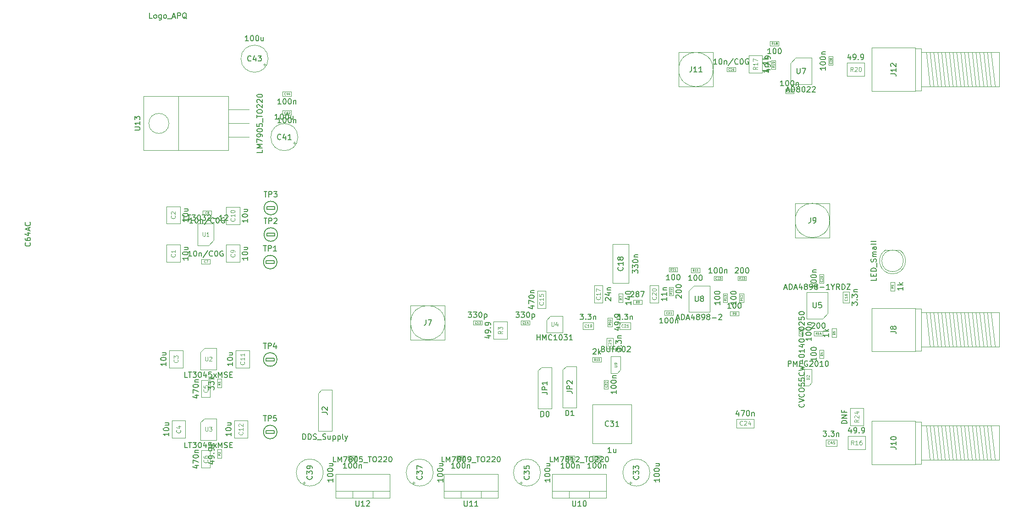
<source format=gbr>
G04 #@! TF.GenerationSoftware,KiCad,Pcbnew,(5.1.5)-3*
G04 #@! TF.CreationDate,2020-10-08T14:41:59+02:00*
G04 #@! TF.ProjectId,RF_frequency_modulator,52465f66-7265-4717-9565-6e63795f6d6f,1.2*
G04 #@! TF.SameCoordinates,Original*
G04 #@! TF.FileFunction,Other,Fab,Top*
%FSLAX46Y46*%
G04 Gerber Fmt 4.6, Leading zero omitted, Abs format (unit mm)*
G04 Created by KiCad (PCBNEW (5.1.5)-3) date 2020-10-08 14:41:59*
%MOMM*%
%LPD*%
G04 APERTURE LIST*
%ADD10C,0.100000*%
%ADD11C,0.150000*%
%ADD12C,0.120000*%
%ADD13C,0.060000*%
%ADD14C,0.080000*%
%ADD15C,0.075000*%
%ADD16C,0.110000*%
G04 APERTURE END LIST*
D10*
X216925000Y-62350000D02*
X219850000Y-62350000D01*
X219850000Y-62350000D02*
X219850000Y-67250000D01*
X219850000Y-67250000D02*
X215950000Y-67250000D01*
X215950000Y-67250000D02*
X215950000Y-63325000D01*
X215950000Y-63325000D02*
X216925000Y-62350000D01*
X103250000Y-100100000D02*
X100750000Y-100100000D01*
X100750000Y-100100000D02*
X100750000Y-96900000D01*
X100750000Y-96900000D02*
X103250000Y-96900000D01*
X103250000Y-96900000D02*
X103250000Y-100100000D01*
X103250000Y-89800000D02*
X103250000Y-93000000D01*
X100750000Y-89800000D02*
X103250000Y-89800000D01*
X100750000Y-93000000D02*
X100750000Y-89800000D01*
X103250000Y-93000000D02*
X100750000Y-93000000D01*
X101250000Y-119600000D02*
X101250000Y-116400000D01*
X103750000Y-119600000D02*
X101250000Y-119600000D01*
X103750000Y-116400000D02*
X103750000Y-119600000D01*
X101250000Y-116400000D02*
X103750000Y-116400000D01*
X101750000Y-129400000D02*
X104250000Y-129400000D01*
X104250000Y-129400000D02*
X104250000Y-132600000D01*
X104250000Y-132600000D02*
X101750000Y-132600000D01*
X101750000Y-132600000D02*
X101750000Y-129400000D01*
X107200000Y-125100000D02*
X107200000Y-121900000D01*
X108800000Y-125100000D02*
X107200000Y-125100000D01*
X108800000Y-121900000D02*
X108800000Y-125100000D01*
X107200000Y-121900000D02*
X108800000Y-121900000D01*
X107200000Y-134900000D02*
X108800000Y-134900000D01*
X108800000Y-134900000D02*
X108800000Y-138100000D01*
X108800000Y-138100000D02*
X107200000Y-138100000D01*
X107200000Y-138100000D02*
X107200000Y-134900000D01*
X108800000Y-99600000D02*
X108800000Y-100400000D01*
X108800000Y-100400000D02*
X107200000Y-100400000D01*
X107200000Y-100400000D02*
X107200000Y-99600000D01*
X107200000Y-99600000D02*
X108800000Y-99600000D01*
X109050000Y-91400000D02*
X107450000Y-91400000D01*
X109050000Y-90600000D02*
X109050000Y-91400000D01*
X107450000Y-90600000D02*
X109050000Y-90600000D01*
X107450000Y-91400000D02*
X107450000Y-90600000D01*
X114250000Y-96900000D02*
X114250000Y-100100000D01*
X111750000Y-96900000D02*
X114250000Y-96900000D01*
X111750000Y-100100000D02*
X111750000Y-96900000D01*
X114250000Y-100100000D02*
X111750000Y-100100000D01*
X114250000Y-93100000D02*
X111750000Y-93100000D01*
X111750000Y-93100000D02*
X111750000Y-89900000D01*
X111750000Y-89900000D02*
X114250000Y-89900000D01*
X114250000Y-89900000D02*
X114250000Y-93100000D01*
X113550000Y-116400000D02*
X116050000Y-116400000D01*
X116050000Y-116400000D02*
X116050000Y-119600000D01*
X116050000Y-119600000D02*
X113550000Y-119600000D01*
X113550000Y-119600000D02*
X113550000Y-116400000D01*
X113250000Y-132600000D02*
X113250000Y-129400000D01*
X115750000Y-132600000D02*
X113250000Y-132600000D01*
X115750000Y-129400000D02*
X115750000Y-132600000D01*
X113250000Y-129400000D02*
X115750000Y-129400000D01*
X159000000Y-110900000D02*
X159000000Y-111700000D01*
X159000000Y-111700000D02*
X157400000Y-111700000D01*
X157400000Y-111700000D02*
X157400000Y-110900000D01*
X157400000Y-110900000D02*
X159000000Y-110900000D01*
X166200000Y-110900000D02*
X167800000Y-110900000D01*
X166200000Y-111700000D02*
X166200000Y-110900000D01*
X167800000Y-111700000D02*
X166200000Y-111700000D01*
X167800000Y-110900000D02*
X167800000Y-111700000D01*
X169200000Y-108600000D02*
X169200000Y-105400000D01*
X170800000Y-108600000D02*
X169200000Y-108600000D01*
X170800000Y-105400000D02*
X170800000Y-108600000D01*
X169200000Y-105400000D02*
X170800000Y-105400000D01*
X226800000Y-105600000D02*
X226800000Y-107600000D01*
X225600000Y-105600000D02*
X226800000Y-105600000D01*
X225600000Y-107600000D02*
X225600000Y-105600000D01*
X226800000Y-107600000D02*
X225600000Y-107600000D01*
X181300000Y-104400000D02*
X181300000Y-107600000D01*
X179700000Y-104400000D02*
X181300000Y-104400000D01*
X179700000Y-107600000D02*
X179700000Y-104400000D01*
X181300000Y-107600000D02*
X179700000Y-107600000D01*
X183100000Y-104000000D02*
X186100000Y-104000000D01*
X186100000Y-104000000D02*
X186100000Y-96800000D01*
X186100000Y-96800000D02*
X183100000Y-96800000D01*
X183100000Y-96800000D02*
X183100000Y-104000000D01*
X177600000Y-111300000D02*
X179600000Y-111300000D01*
X177600000Y-112500000D02*
X177600000Y-111300000D01*
X179600000Y-112500000D02*
X177600000Y-112500000D01*
X179600000Y-111300000D02*
X179600000Y-112500000D01*
X191600000Y-107600000D02*
X190000000Y-107600000D01*
X190000000Y-107600000D02*
X190000000Y-104400000D01*
X190000000Y-104400000D02*
X191600000Y-104400000D01*
X191600000Y-104400000D02*
X191600000Y-107600000D01*
X186400000Y-111300000D02*
X186400000Y-112500000D01*
X186400000Y-112500000D02*
X184400000Y-112500000D01*
X184400000Y-112500000D02*
X184400000Y-111300000D01*
X184400000Y-111300000D02*
X186400000Y-111300000D01*
X192700000Y-109900000D02*
X192700000Y-109100000D01*
X192700000Y-109100000D02*
X194300000Y-109100000D01*
X194300000Y-109100000D02*
X194300000Y-109900000D01*
X194300000Y-109900000D02*
X192700000Y-109900000D01*
X201800000Y-102700000D02*
X203400000Y-102700000D01*
X201800000Y-103500000D02*
X201800000Y-102700000D01*
X203400000Y-103500000D02*
X201800000Y-103500000D01*
X203400000Y-102700000D02*
X203400000Y-103500000D01*
X209200000Y-129100000D02*
X209200000Y-130700000D01*
X209200000Y-130700000D02*
X206000000Y-130700000D01*
X206000000Y-130700000D02*
X206000000Y-129100000D01*
X206000000Y-129100000D02*
X209200000Y-129100000D01*
X183200000Y-116100000D02*
X182000000Y-116100000D01*
X182000000Y-116100000D02*
X182000000Y-114100000D01*
X182000000Y-114100000D02*
X183200000Y-114100000D01*
X183200000Y-114100000D02*
X183200000Y-116100000D01*
X205800000Y-64100000D02*
X205800000Y-64900000D01*
X205800000Y-64900000D02*
X204200000Y-64900000D01*
X204200000Y-64900000D02*
X204200000Y-64100000D01*
X204200000Y-64100000D02*
X205800000Y-64100000D01*
X215000000Y-68100000D02*
X216600000Y-68100000D01*
X215000000Y-68900000D02*
X215000000Y-68100000D01*
X216600000Y-68900000D02*
X215000000Y-68900000D01*
X216600000Y-68100000D02*
X216600000Y-68900000D01*
X223000000Y-62100000D02*
X223800000Y-62100000D01*
X223800000Y-62100000D02*
X223800000Y-63700000D01*
X223800000Y-63700000D02*
X223000000Y-63700000D01*
X223000000Y-63700000D02*
X223000000Y-62100000D01*
X221300000Y-104000000D02*
X221300000Y-102400000D01*
X222100000Y-104000000D02*
X221300000Y-104000000D01*
X222100000Y-102400000D02*
X222100000Y-104000000D01*
X221300000Y-102400000D02*
X222100000Y-102400000D01*
X218300000Y-113700000D02*
X217500000Y-113700000D01*
X217500000Y-113700000D02*
X217500000Y-112100000D01*
X217500000Y-112100000D02*
X218300000Y-112100000D01*
X218300000Y-112100000D02*
X218300000Y-113700000D01*
X179400000Y-126400000D02*
X179400000Y-133600000D01*
X179400000Y-133600000D02*
X186600000Y-133600000D01*
X186600000Y-133600000D02*
X186600000Y-126400000D01*
X186600000Y-126400000D02*
X179400000Y-126400000D01*
X182300000Y-123500000D02*
X181500000Y-123500000D01*
X181500000Y-123500000D02*
X181500000Y-121900000D01*
X181500000Y-121900000D02*
X182300000Y-121900000D01*
X182300000Y-121900000D02*
X182300000Y-123500000D01*
X186162500Y-140883605D02*
X186662500Y-140883605D01*
X186412500Y-141133605D02*
X186412500Y-140633605D01*
X190000000Y-139000000D02*
G75*
G03X190000000Y-139000000I-2500000J0D01*
G01*
X179400000Y-136700000D02*
X179400000Y-135900000D01*
X179400000Y-135900000D02*
X181000000Y-135900000D01*
X181000000Y-135900000D02*
X181000000Y-136700000D01*
X181000000Y-136700000D02*
X179400000Y-136700000D01*
X169800000Y-139000000D02*
G75*
G03X169800000Y-139000000I-2500000J0D01*
G01*
X166212500Y-141133605D02*
X166212500Y-140633605D01*
X165962500Y-140883605D02*
X166462500Y-140883605D01*
X176100000Y-136700000D02*
X174500000Y-136700000D01*
X176100000Y-135900000D02*
X176100000Y-136700000D01*
X174500000Y-135900000D02*
X176100000Y-135900000D01*
X174500000Y-136700000D02*
X174500000Y-135900000D01*
X146162500Y-140883605D02*
X146662500Y-140883605D01*
X146412500Y-141133605D02*
X146412500Y-140633605D01*
X150000000Y-139000000D02*
G75*
G03X150000000Y-139000000I-2500000J0D01*
G01*
X154300000Y-136700000D02*
X154300000Y-135900000D01*
X154300000Y-135900000D02*
X155900000Y-135900000D01*
X155900000Y-135900000D02*
X155900000Y-136700000D01*
X155900000Y-136700000D02*
X154300000Y-136700000D01*
X129700000Y-139000000D02*
G75*
G03X129700000Y-139000000I-2500000J0D01*
G01*
X126112500Y-141133605D02*
X126112500Y-140633605D01*
X125862500Y-140883605D02*
X126362500Y-140883605D01*
X135900000Y-136700000D02*
X134300000Y-136700000D01*
X135900000Y-135900000D02*
X135900000Y-136700000D01*
X134300000Y-135900000D02*
X135900000Y-135900000D01*
X134300000Y-136700000D02*
X134300000Y-135900000D01*
X124383605Y-78337500D02*
X124383605Y-77837500D01*
X124633605Y-78087500D02*
X124133605Y-78087500D01*
X125000000Y-77000000D02*
G75*
G03X125000000Y-77000000I-2500000J0D01*
G01*
X123800000Y-72900000D02*
X122200000Y-72900000D01*
X123800000Y-72100000D02*
X123800000Y-72900000D01*
X122200000Y-72100000D02*
X123800000Y-72100000D01*
X122200000Y-72900000D02*
X122200000Y-72100000D01*
X119500000Y-62500000D02*
G75*
G03X119500000Y-62500000I-2500000J0D01*
G01*
X119133605Y-63587500D02*
X118633605Y-63587500D01*
X118883605Y-63837500D02*
X118883605Y-63337500D01*
X123800000Y-69400000D02*
X122200000Y-69400000D01*
X123800000Y-68600000D02*
X123800000Y-69400000D01*
X122200000Y-68600000D02*
X123800000Y-68600000D01*
X122200000Y-69400000D02*
X122200000Y-68600000D01*
X224500000Y-132900000D02*
X224500000Y-134100000D01*
X224500000Y-134100000D02*
X222500000Y-134100000D01*
X222500000Y-134100000D02*
X222500000Y-132900000D01*
X222500000Y-132900000D02*
X224500000Y-132900000D01*
X233473861Y-97869662D02*
G75*
G03X236126650Y-97870000I1326139J-2000338D01*
G01*
X236800000Y-99870000D02*
G75*
G03X236800000Y-99870000I-2000000J0D01*
G01*
X236126650Y-97870000D02*
X233473350Y-97870000D01*
X219900000Y-122350000D02*
X219900000Y-119900000D01*
X219350000Y-122920000D02*
X218500000Y-122920000D01*
X219900000Y-122350000D02*
X219350000Y-122920000D01*
X218500000Y-122920000D02*
X218500000Y-119880000D01*
X219900000Y-119880000D02*
X218500000Y-119880000D01*
X129365000Y-123730000D02*
X131270000Y-123730000D01*
X131270000Y-123730000D02*
X131270000Y-131350000D01*
X131270000Y-131350000D02*
X128730000Y-131350000D01*
X128730000Y-131350000D02*
X128730000Y-124365000D01*
X128730000Y-124365000D02*
X129365000Y-123730000D01*
X152175000Y-108125000D02*
X152175000Y-114475000D01*
X145825000Y-114475000D02*
X152175000Y-114475000D01*
X145825000Y-108125000D02*
X145825000Y-114475000D01*
X145825000Y-108125000D02*
X152175000Y-108125000D01*
X152175000Y-111300000D02*
G75*
G03X152175000Y-111300000I-3175000J0D01*
G01*
X223175000Y-89225000D02*
X223175000Y-95575000D01*
X216825000Y-95575000D02*
X223175000Y-95575000D01*
X216825000Y-89225000D02*
X216825000Y-95575000D01*
X216825000Y-89225000D02*
X223175000Y-89225000D01*
X223175000Y-92400000D02*
G75*
G03X223175000Y-92400000I-3175000J0D01*
G01*
X201675000Y-64500000D02*
G75*
G03X201675000Y-64500000I-3175000J0D01*
G01*
X195325000Y-61325000D02*
X201675000Y-61325000D01*
X195325000Y-61325000D02*
X195325000Y-67675000D01*
X195325000Y-67675000D02*
X201675000Y-67675000D01*
X201675000Y-61325000D02*
X201675000Y-67675000D01*
X169965000Y-119530000D02*
X171870000Y-119530000D01*
X171870000Y-119530000D02*
X171870000Y-127150000D01*
X171870000Y-127150000D02*
X169330000Y-127150000D01*
X169330000Y-127150000D02*
X169330000Y-120165000D01*
X169330000Y-120165000D02*
X169965000Y-119530000D01*
X173930000Y-119985000D02*
X174565000Y-119350000D01*
X173930000Y-126970000D02*
X173930000Y-119985000D01*
X176470000Y-126970000D02*
X173930000Y-126970000D01*
X176470000Y-119350000D02*
X176470000Y-126970000D01*
X174565000Y-119350000D02*
X176470000Y-119350000D01*
X110100000Y-121700000D02*
X110900000Y-121700000D01*
X110900000Y-121700000D02*
X110900000Y-123300000D01*
X110900000Y-123300000D02*
X110100000Y-123300000D01*
X110100000Y-123300000D02*
X110100000Y-121700000D01*
X110100000Y-136300000D02*
X110100000Y-134700000D01*
X110900000Y-136300000D02*
X110100000Y-136300000D01*
X110900000Y-134700000D02*
X110900000Y-136300000D01*
X110100000Y-134700000D02*
X110900000Y-134700000D01*
X161150000Y-111100000D02*
X163650000Y-111100000D01*
X163650000Y-111100000D02*
X163650000Y-114300000D01*
X163650000Y-114300000D02*
X161150000Y-114300000D01*
X161150000Y-114300000D02*
X161150000Y-111100000D01*
X221300000Y-116300000D02*
X222100000Y-116300000D01*
X222100000Y-116300000D02*
X222100000Y-117900000D01*
X222100000Y-117900000D02*
X221300000Y-117900000D01*
X221300000Y-117900000D02*
X221300000Y-116300000D01*
X235200000Y-105400000D02*
X234400000Y-105400000D01*
X234400000Y-105400000D02*
X234400000Y-103800000D01*
X234400000Y-103800000D02*
X235200000Y-103800000D01*
X235200000Y-103800000D02*
X235200000Y-105400000D01*
X223600000Y-112400000D02*
X224400000Y-112400000D01*
X224400000Y-112400000D02*
X224400000Y-114000000D01*
X224400000Y-114000000D02*
X223600000Y-114000000D01*
X223600000Y-114000000D02*
X223600000Y-112400000D01*
X185000000Y-105900000D02*
X185000000Y-107500000D01*
X184200000Y-105900000D02*
X185000000Y-105900000D01*
X184200000Y-107500000D02*
X184200000Y-105900000D01*
X185000000Y-107500000D02*
X184200000Y-107500000D01*
X188500000Y-107100000D02*
X188500000Y-107900000D01*
X188500000Y-107900000D02*
X186900000Y-107900000D01*
X186900000Y-107900000D02*
X186900000Y-107100000D01*
X186900000Y-107100000D02*
X188500000Y-107100000D01*
X206400000Y-109200000D02*
X206400000Y-110000000D01*
X206400000Y-110000000D02*
X204800000Y-110000000D01*
X204800000Y-110000000D02*
X204800000Y-109200000D01*
X204800000Y-109200000D02*
X206400000Y-109200000D01*
X183000000Y-110400000D02*
X183000000Y-112000000D01*
X182200000Y-110400000D02*
X183000000Y-110400000D01*
X182200000Y-112000000D02*
X182200000Y-110400000D01*
X183000000Y-112000000D02*
X182200000Y-112000000D01*
X199200000Y-102000000D02*
X197600000Y-102000000D01*
X199200000Y-101200000D02*
X199200000Y-102000000D01*
X197600000Y-101200000D02*
X199200000Y-101200000D01*
X197600000Y-102000000D02*
X197600000Y-101200000D01*
X206500000Y-105900000D02*
X207300000Y-105900000D01*
X207300000Y-105900000D02*
X207300000Y-107500000D01*
X207300000Y-107500000D02*
X206500000Y-107500000D01*
X206500000Y-107500000D02*
X206500000Y-105900000D01*
X203500000Y-107500000D02*
X203500000Y-105900000D01*
X204300000Y-107500000D02*
X203500000Y-107500000D01*
X204300000Y-105900000D02*
X204300000Y-107500000D01*
X203500000Y-105900000D02*
X204300000Y-105900000D01*
X220300000Y-112900000D02*
X221900000Y-112900000D01*
X220300000Y-113700000D02*
X220300000Y-112900000D01*
X221900000Y-113700000D02*
X220300000Y-113700000D01*
X221900000Y-112900000D02*
X221900000Y-113700000D01*
X179400000Y-117700000D02*
X181000000Y-117700000D01*
X179400000Y-118500000D02*
X179400000Y-117700000D01*
X181000000Y-118500000D02*
X179400000Y-118500000D01*
X181000000Y-117700000D02*
X181000000Y-118500000D01*
X226550000Y-132250000D02*
X229750000Y-132250000D01*
X226550000Y-134750000D02*
X226550000Y-132250000D01*
X229750000Y-134750000D02*
X226550000Y-134750000D01*
X229750000Y-132250000D02*
X229750000Y-134750000D01*
X210750000Y-65100000D02*
X208250000Y-65100000D01*
X208250000Y-65100000D02*
X208250000Y-61900000D01*
X208250000Y-61900000D02*
X210750000Y-61900000D01*
X210750000Y-61900000D02*
X210750000Y-65100000D01*
X212200000Y-60100000D02*
X212200000Y-59300000D01*
X212200000Y-59300000D02*
X213800000Y-59300000D01*
X213800000Y-59300000D02*
X213800000Y-60100000D01*
X213800000Y-60100000D02*
X212200000Y-60100000D01*
X212400000Y-62800000D02*
X213200000Y-62800000D01*
X213200000Y-62800000D02*
X213200000Y-64400000D01*
X213200000Y-64400000D02*
X212400000Y-64400000D01*
X212400000Y-64400000D02*
X212400000Y-62800000D01*
X229600000Y-63250000D02*
X229600000Y-65750000D01*
X229600000Y-65750000D02*
X226400000Y-65750000D01*
X226400000Y-65750000D02*
X226400000Y-63250000D01*
X226400000Y-63250000D02*
X229600000Y-63250000D01*
X195100000Y-101900000D02*
X193500000Y-101900000D01*
X195100000Y-101100000D02*
X195100000Y-101900000D01*
X193500000Y-101100000D02*
X195100000Y-101100000D01*
X193500000Y-101900000D02*
X193500000Y-101100000D01*
X194300000Y-106300000D02*
X193500000Y-106300000D01*
X193500000Y-106300000D02*
X193500000Y-104700000D01*
X193500000Y-104700000D02*
X194300000Y-104700000D01*
X194300000Y-104700000D02*
X194300000Y-106300000D01*
X206200000Y-102700000D02*
X207800000Y-102700000D01*
X206200000Y-103500000D02*
X206200000Y-102700000D01*
X207800000Y-103500000D02*
X206200000Y-103500000D01*
X207800000Y-102700000D02*
X207800000Y-103500000D01*
X226950000Y-130300000D02*
X226950000Y-127100000D01*
X229450000Y-130300000D02*
X226950000Y-130300000D01*
X229450000Y-127100000D02*
X229450000Y-130300000D01*
X226950000Y-127100000D02*
X229450000Y-127100000D01*
D11*
X119150000Y-99850000D02*
X120650000Y-99850000D01*
X120650000Y-99850000D02*
X120650000Y-100350000D01*
X120650000Y-100350000D02*
X119150000Y-100350000D01*
X119150000Y-100350000D02*
X119150000Y-99850000D01*
X121150000Y-100100000D02*
G75*
G03X121150000Y-100100000I-1250000J0D01*
G01*
X119250000Y-94750000D02*
X120750000Y-94750000D01*
X120750000Y-94750000D02*
X120750000Y-95250000D01*
X120750000Y-95250000D02*
X119250000Y-95250000D01*
X119250000Y-95250000D02*
X119250000Y-94750000D01*
X121250000Y-95000000D02*
G75*
G03X121250000Y-95000000I-1250000J0D01*
G01*
X121250000Y-90100000D02*
G75*
G03X121250000Y-90100000I-1250000J0D01*
G01*
X119250000Y-90350000D02*
X119250000Y-89850000D01*
X120750000Y-90350000D02*
X119250000Y-90350000D01*
X120750000Y-89850000D02*
X120750000Y-90350000D01*
X119250000Y-89850000D02*
X120750000Y-89850000D01*
X119150000Y-117850000D02*
X120650000Y-117850000D01*
X120650000Y-117850000D02*
X120650000Y-118350000D01*
X120650000Y-118350000D02*
X119150000Y-118350000D01*
X119150000Y-118350000D02*
X119150000Y-117850000D01*
X121150000Y-118100000D02*
G75*
G03X121150000Y-118100000I-1250000J0D01*
G01*
X121150000Y-131500000D02*
G75*
G03X121150000Y-131500000I-1250000J0D01*
G01*
X119150000Y-131750000D02*
X119150000Y-131250000D01*
X120650000Y-131750000D02*
X119150000Y-131750000D01*
X120650000Y-131250000D02*
X120650000Y-131750000D01*
X119150000Y-131250000D02*
X120650000Y-131250000D01*
D10*
X109500000Y-96000000D02*
X108500000Y-97000000D01*
X109500000Y-93000000D02*
X109500000Y-96000000D01*
X106500000Y-93000000D02*
X109500000Y-93000000D01*
X106500000Y-97000000D02*
X106500000Y-93000000D01*
X108500000Y-97000000D02*
X106500000Y-97000000D01*
X221875000Y-110550000D02*
X218950000Y-110550000D01*
X218950000Y-110550000D02*
X218950000Y-105650000D01*
X218950000Y-105650000D02*
X222850000Y-105650000D01*
X222850000Y-105650000D02*
X222850000Y-109575000D01*
X222850000Y-109575000D02*
X221875000Y-110550000D01*
X198125000Y-104450000D02*
X201050000Y-104450000D01*
X201050000Y-104450000D02*
X201050000Y-109350000D01*
X201050000Y-109350000D02*
X197150000Y-109350000D01*
X197150000Y-109350000D02*
X197150000Y-105425000D01*
X197150000Y-105425000D02*
X198125000Y-104450000D01*
X184600000Y-120000000D02*
X183950000Y-120650000D01*
X182800000Y-120650000D02*
X183950000Y-120650000D01*
X184600000Y-120000000D02*
X184600000Y-117550000D01*
X182800000Y-117550000D02*
X184600000Y-117550000D01*
X182800000Y-120650000D02*
X182800000Y-117550000D01*
X181960000Y-143650000D02*
X181960000Y-139250000D01*
X181960000Y-139250000D02*
X171960000Y-139250000D01*
X171960000Y-139250000D02*
X171960000Y-143650000D01*
X171960000Y-143650000D02*
X181960000Y-143650000D01*
X181960000Y-142380000D02*
X171960000Y-142380000D01*
X178810000Y-143650000D02*
X178810000Y-142380000D01*
X175110000Y-143650000D02*
X175110000Y-142380000D01*
X155110000Y-143650000D02*
X155110000Y-142380000D01*
X158810000Y-143650000D02*
X158810000Y-142380000D01*
X161960000Y-142380000D02*
X151960000Y-142380000D01*
X151960000Y-143650000D02*
X161960000Y-143650000D01*
X151960000Y-139250000D02*
X151960000Y-143650000D01*
X161960000Y-139250000D02*
X151960000Y-139250000D01*
X161960000Y-143650000D02*
X161960000Y-139250000D01*
X141960000Y-143650000D02*
X141960000Y-139250000D01*
X141960000Y-139250000D02*
X131960000Y-139250000D01*
X131960000Y-139250000D02*
X131960000Y-143650000D01*
X131960000Y-143650000D02*
X141960000Y-143650000D01*
X141960000Y-142380000D02*
X131960000Y-142380000D01*
X138810000Y-143650000D02*
X138810000Y-142380000D01*
X135110000Y-143650000D02*
X135110000Y-142380000D01*
X101190000Y-74460000D02*
G75*
G03X101190000Y-74460000I-1850000J0D01*
G01*
X102940000Y-79460000D02*
X96540000Y-79460000D01*
X96540000Y-79460000D02*
X96540000Y-69460000D01*
X96540000Y-69460000D02*
X102940000Y-69460000D01*
X102940000Y-69460000D02*
X102940000Y-79460000D01*
X112190000Y-79460000D02*
X102940000Y-79460000D01*
X102940000Y-79460000D02*
X102940000Y-69460000D01*
X102940000Y-69460000D02*
X112190000Y-69460000D01*
X112190000Y-69460000D02*
X112190000Y-79460000D01*
X112190000Y-77000000D02*
X116000000Y-77000000D01*
X112190000Y-74460000D02*
X116000000Y-74460000D01*
X112190000Y-71920000D02*
X116000000Y-71920000D01*
X107000000Y-116750000D02*
X107750000Y-116000000D01*
X107000000Y-120000000D02*
X107000000Y-116750000D01*
X110000000Y-120000000D02*
X107000000Y-120000000D01*
X110000000Y-116000000D02*
X110000000Y-120000000D01*
X107750000Y-116000000D02*
X110000000Y-116000000D01*
X107750000Y-129000000D02*
X110000000Y-129000000D01*
X110000000Y-129000000D02*
X110000000Y-133000000D01*
X110000000Y-133000000D02*
X107000000Y-133000000D01*
X107000000Y-133000000D02*
X107000000Y-129750000D01*
X107000000Y-129750000D02*
X107750000Y-129000000D01*
X171650000Y-110100000D02*
X173900000Y-110100000D01*
X173900000Y-110100000D02*
X173900000Y-113100000D01*
X173900000Y-113100000D02*
X170900000Y-113100000D01*
X170900000Y-113100000D02*
X170900000Y-110850000D01*
X170900000Y-110850000D02*
X171650000Y-110100000D01*
X253000000Y-109425000D02*
X253706000Y-115775000D01*
X239000000Y-108600000D02*
X239000000Y-116600000D01*
X240070000Y-108700000D02*
X239000000Y-108700000D01*
X240070000Y-116500000D02*
X240070000Y-108700000D01*
X239000000Y-116500000D02*
X240070000Y-116500000D01*
X254500000Y-115775000D02*
X240070000Y-115775000D01*
X254500000Y-109425000D02*
X240070000Y-109425000D01*
X254500000Y-109425000D02*
X254500000Y-115775000D01*
X239000000Y-116600000D02*
X231000000Y-116600000D01*
X231000000Y-108600000D02*
X231000000Y-116600000D01*
X239000000Y-108600000D02*
X231000000Y-108600000D01*
X252294000Y-109425000D02*
X253000000Y-115775000D01*
X251588000Y-109425000D02*
X252294000Y-115775000D01*
X250882000Y-109425000D02*
X251588000Y-115775000D01*
X250176000Y-109425000D02*
X250882000Y-115775000D01*
X249470000Y-109425000D02*
X250176000Y-115775000D01*
X248764000Y-109425000D02*
X249470000Y-115775000D01*
X248058000Y-109425000D02*
X248764000Y-115775000D01*
X247352000Y-109425000D02*
X248058000Y-115775000D01*
X246646000Y-109425000D02*
X247352000Y-115775000D01*
X245940000Y-109425000D02*
X246646000Y-115775000D01*
X245234000Y-109425000D02*
X245940000Y-115775000D01*
X244528000Y-109425000D02*
X245234000Y-115775000D01*
X243822000Y-109425000D02*
X244528000Y-115775000D01*
X243116000Y-109425000D02*
X243822000Y-115775000D01*
X242410000Y-109425000D02*
X243116000Y-115775000D01*
X241704000Y-109425000D02*
X242410000Y-115775000D01*
X240998000Y-109425000D02*
X241704000Y-115775000D01*
X253000000Y-130325000D02*
X253706000Y-136675000D01*
X239000000Y-129500000D02*
X239000000Y-137500000D01*
X240070000Y-129600000D02*
X239000000Y-129600000D01*
X240070000Y-137400000D02*
X240070000Y-129600000D01*
X239000000Y-137400000D02*
X240070000Y-137400000D01*
X254500000Y-136675000D02*
X240070000Y-136675000D01*
X254500000Y-130325000D02*
X240070000Y-130325000D01*
X254500000Y-130325000D02*
X254500000Y-136675000D01*
X239000000Y-137500000D02*
X231000000Y-137500000D01*
X231000000Y-129500000D02*
X231000000Y-137500000D01*
X239000000Y-129500000D02*
X231000000Y-129500000D01*
X252294000Y-130325000D02*
X253000000Y-136675000D01*
X251588000Y-130325000D02*
X252294000Y-136675000D01*
X250882000Y-130325000D02*
X251588000Y-136675000D01*
X250176000Y-130325000D02*
X250882000Y-136675000D01*
X249470000Y-130325000D02*
X250176000Y-136675000D01*
X248764000Y-130325000D02*
X249470000Y-136675000D01*
X248058000Y-130325000D02*
X248764000Y-136675000D01*
X247352000Y-130325000D02*
X248058000Y-136675000D01*
X246646000Y-130325000D02*
X247352000Y-136675000D01*
X245940000Y-130325000D02*
X246646000Y-136675000D01*
X245234000Y-130325000D02*
X245940000Y-136675000D01*
X244528000Y-130325000D02*
X245234000Y-136675000D01*
X243822000Y-130325000D02*
X244528000Y-136675000D01*
X243116000Y-130325000D02*
X243822000Y-136675000D01*
X242410000Y-130325000D02*
X243116000Y-136675000D01*
X241704000Y-130325000D02*
X242410000Y-136675000D01*
X240998000Y-130325000D02*
X241704000Y-136675000D01*
X240998000Y-61325000D02*
X241704000Y-67675000D01*
X241704000Y-61325000D02*
X242410000Y-67675000D01*
X242410000Y-61325000D02*
X243116000Y-67675000D01*
X243116000Y-61325000D02*
X243822000Y-67675000D01*
X243822000Y-61325000D02*
X244528000Y-67675000D01*
X244528000Y-61325000D02*
X245234000Y-67675000D01*
X245234000Y-61325000D02*
X245940000Y-67675000D01*
X245940000Y-61325000D02*
X246646000Y-67675000D01*
X246646000Y-61325000D02*
X247352000Y-67675000D01*
X247352000Y-61325000D02*
X248058000Y-67675000D01*
X248058000Y-61325000D02*
X248764000Y-67675000D01*
X248764000Y-61325000D02*
X249470000Y-67675000D01*
X249470000Y-61325000D02*
X250176000Y-67675000D01*
X250176000Y-61325000D02*
X250882000Y-67675000D01*
X250882000Y-61325000D02*
X251588000Y-67675000D01*
X251588000Y-61325000D02*
X252294000Y-67675000D01*
X252294000Y-61325000D02*
X253000000Y-67675000D01*
X239000000Y-60500000D02*
X231000000Y-60500000D01*
X231000000Y-60500000D02*
X231000000Y-68500000D01*
X239000000Y-68500000D02*
X231000000Y-68500000D01*
X254500000Y-61325000D02*
X254500000Y-67675000D01*
X254500000Y-61325000D02*
X240070000Y-61325000D01*
X254500000Y-67675000D02*
X240070000Y-67675000D01*
X239000000Y-68400000D02*
X240070000Y-68400000D01*
X240070000Y-68400000D02*
X240070000Y-60600000D01*
X240070000Y-60600000D02*
X239000000Y-60600000D01*
X239000000Y-60500000D02*
X239000000Y-68500000D01*
X253000000Y-61325000D02*
X253706000Y-67675000D01*
D11*
X215257142Y-68366666D02*
X215733333Y-68366666D01*
X215161904Y-68652380D02*
X215495238Y-67652380D01*
X215828571Y-68652380D01*
X216161904Y-68652380D02*
X216161904Y-67652380D01*
X216400000Y-67652380D01*
X216542857Y-67700000D01*
X216638095Y-67795238D01*
X216685714Y-67890476D01*
X216733333Y-68080952D01*
X216733333Y-68223809D01*
X216685714Y-68414285D01*
X216638095Y-68509523D01*
X216542857Y-68604761D01*
X216400000Y-68652380D01*
X216161904Y-68652380D01*
X217304761Y-68080952D02*
X217209523Y-68033333D01*
X217161904Y-67985714D01*
X217114285Y-67890476D01*
X217114285Y-67842857D01*
X217161904Y-67747619D01*
X217209523Y-67700000D01*
X217304761Y-67652380D01*
X217495238Y-67652380D01*
X217590476Y-67700000D01*
X217638095Y-67747619D01*
X217685714Y-67842857D01*
X217685714Y-67890476D01*
X217638095Y-67985714D01*
X217590476Y-68033333D01*
X217495238Y-68080952D01*
X217304761Y-68080952D01*
X217209523Y-68128571D01*
X217161904Y-68176190D01*
X217114285Y-68271428D01*
X217114285Y-68461904D01*
X217161904Y-68557142D01*
X217209523Y-68604761D01*
X217304761Y-68652380D01*
X217495238Y-68652380D01*
X217590476Y-68604761D01*
X217638095Y-68557142D01*
X217685714Y-68461904D01*
X217685714Y-68271428D01*
X217638095Y-68176190D01*
X217590476Y-68128571D01*
X217495238Y-68080952D01*
X218304761Y-67652380D02*
X218400000Y-67652380D01*
X218495238Y-67700000D01*
X218542857Y-67747619D01*
X218590476Y-67842857D01*
X218638095Y-68033333D01*
X218638095Y-68271428D01*
X218590476Y-68461904D01*
X218542857Y-68557142D01*
X218495238Y-68604761D01*
X218400000Y-68652380D01*
X218304761Y-68652380D01*
X218209523Y-68604761D01*
X218161904Y-68557142D01*
X218114285Y-68461904D01*
X218066666Y-68271428D01*
X218066666Y-68033333D01*
X218114285Y-67842857D01*
X218161904Y-67747619D01*
X218209523Y-67700000D01*
X218304761Y-67652380D01*
X219019047Y-67747619D02*
X219066666Y-67700000D01*
X219161904Y-67652380D01*
X219400000Y-67652380D01*
X219495238Y-67700000D01*
X219542857Y-67747619D01*
X219590476Y-67842857D01*
X219590476Y-67938095D01*
X219542857Y-68080952D01*
X218971428Y-68652380D01*
X219590476Y-68652380D01*
X219971428Y-67747619D02*
X220019047Y-67700000D01*
X220114285Y-67652380D01*
X220352380Y-67652380D01*
X220447619Y-67700000D01*
X220495238Y-67747619D01*
X220542857Y-67842857D01*
X220542857Y-67938095D01*
X220495238Y-68080952D01*
X219923809Y-68652380D01*
X220542857Y-68652380D01*
X217153333Y-64263333D02*
X217153333Y-65056666D01*
X217200000Y-65150000D01*
X217246666Y-65196666D01*
X217340000Y-65243333D01*
X217526666Y-65243333D01*
X217620000Y-65196666D01*
X217666666Y-65150000D01*
X217713333Y-65056666D01*
X217713333Y-64263333D01*
X218086666Y-64263333D02*
X218740000Y-64263333D01*
X218320000Y-65243333D01*
X75537142Y-96521428D02*
X75584761Y-96569047D01*
X75632380Y-96711904D01*
X75632380Y-96807142D01*
X75584761Y-96950000D01*
X75489523Y-97045238D01*
X75394285Y-97092857D01*
X75203809Y-97140476D01*
X75060952Y-97140476D01*
X74870476Y-97092857D01*
X74775238Y-97045238D01*
X74680000Y-96950000D01*
X74632380Y-96807142D01*
X74632380Y-96711904D01*
X74680000Y-96569047D01*
X74727619Y-96521428D01*
X74632380Y-95664285D02*
X74632380Y-95854761D01*
X74680000Y-95950000D01*
X74727619Y-95997619D01*
X74870476Y-96092857D01*
X75060952Y-96140476D01*
X75441904Y-96140476D01*
X75537142Y-96092857D01*
X75584761Y-96045238D01*
X75632380Y-95950000D01*
X75632380Y-95759523D01*
X75584761Y-95664285D01*
X75537142Y-95616666D01*
X75441904Y-95569047D01*
X75203809Y-95569047D01*
X75108571Y-95616666D01*
X75060952Y-95664285D01*
X75013333Y-95759523D01*
X75013333Y-95950000D01*
X75060952Y-96045238D01*
X75108571Y-96092857D01*
X75203809Y-96140476D01*
X74965714Y-94711904D02*
X75632380Y-94711904D01*
X74584761Y-94950000D02*
X75299047Y-95188095D01*
X75299047Y-94569047D01*
X75346666Y-94235714D02*
X75346666Y-93759523D01*
X75632380Y-94330952D02*
X74632380Y-93997619D01*
X75632380Y-93664285D01*
X75537142Y-92759523D02*
X75584761Y-92807142D01*
X75632380Y-92950000D01*
X75632380Y-93045238D01*
X75584761Y-93188095D01*
X75489523Y-93283333D01*
X75394285Y-93330952D01*
X75203809Y-93378571D01*
X75060952Y-93378571D01*
X74870476Y-93330952D01*
X74775238Y-93283333D01*
X74680000Y-93188095D01*
X74632380Y-93045238D01*
X74632380Y-92950000D01*
X74680000Y-92807142D01*
X74727619Y-92759523D01*
X218419542Y-126302085D02*
X218467161Y-126349704D01*
X218514780Y-126492561D01*
X218514780Y-126587800D01*
X218467161Y-126730657D01*
X218371923Y-126825895D01*
X218276685Y-126873514D01*
X218086209Y-126921133D01*
X217943352Y-126921133D01*
X217752876Y-126873514D01*
X217657638Y-126825895D01*
X217562400Y-126730657D01*
X217514780Y-126587800D01*
X217514780Y-126492561D01*
X217562400Y-126349704D01*
X217610019Y-126302085D01*
X217514780Y-126016371D02*
X218514780Y-125683038D01*
X217514780Y-125349704D01*
X218419542Y-124444942D02*
X218467161Y-124492561D01*
X218514780Y-124635419D01*
X218514780Y-124730657D01*
X218467161Y-124873514D01*
X218371923Y-124968752D01*
X218276685Y-125016371D01*
X218086209Y-125063990D01*
X217943352Y-125063990D01*
X217752876Y-125016371D01*
X217657638Y-124968752D01*
X217562400Y-124873514D01*
X217514780Y-124730657D01*
X217514780Y-124635419D01*
X217562400Y-124492561D01*
X217610019Y-124444942D01*
X217514780Y-123825895D02*
X217514780Y-123635419D01*
X217562400Y-123540180D01*
X217657638Y-123444942D01*
X217848114Y-123397323D01*
X218181447Y-123397323D01*
X218371923Y-123444942D01*
X218467161Y-123540180D01*
X218514780Y-123635419D01*
X218514780Y-123825895D01*
X218467161Y-123921133D01*
X218371923Y-124016371D01*
X218181447Y-124063990D01*
X217848114Y-124063990D01*
X217657638Y-124016371D01*
X217562400Y-123921133D01*
X217514780Y-123825895D01*
X217514780Y-122492561D02*
X217514780Y-122968752D01*
X217990971Y-123016371D01*
X217943352Y-122968752D01*
X217895733Y-122873514D01*
X217895733Y-122635419D01*
X217943352Y-122540180D01*
X217990971Y-122492561D01*
X218086209Y-122444942D01*
X218324304Y-122444942D01*
X218419542Y-122492561D01*
X218467161Y-122540180D01*
X218514780Y-122635419D01*
X218514780Y-122873514D01*
X218467161Y-122968752D01*
X218419542Y-123016371D01*
X217514780Y-121540180D02*
X217514780Y-122016371D01*
X217990971Y-122063990D01*
X217943352Y-122016371D01*
X217895733Y-121921133D01*
X217895733Y-121683038D01*
X217943352Y-121587800D01*
X217990971Y-121540180D01*
X218086209Y-121492561D01*
X218324304Y-121492561D01*
X218419542Y-121540180D01*
X218467161Y-121587800D01*
X218514780Y-121683038D01*
X218514780Y-121921133D01*
X218467161Y-122016371D01*
X218419542Y-122063990D01*
X218419542Y-120492561D02*
X218467161Y-120540180D01*
X218514780Y-120683038D01*
X218514780Y-120778276D01*
X218467161Y-120921133D01*
X218371923Y-121016371D01*
X218276685Y-121063990D01*
X218086209Y-121111609D01*
X217943352Y-121111609D01*
X217752876Y-121063990D01*
X217657638Y-121016371D01*
X217562400Y-120921133D01*
X217514780Y-120778276D01*
X217514780Y-120683038D01*
X217562400Y-120540180D01*
X217610019Y-120492561D01*
X217514780Y-120159228D02*
X218514780Y-119921133D01*
X217800495Y-119730657D01*
X218514780Y-119540180D01*
X217514780Y-119302085D01*
X218133828Y-118921133D02*
X218133828Y-118159228D01*
X217514780Y-117492561D02*
X217514780Y-117397323D01*
X217562400Y-117302085D01*
X217610019Y-117254466D01*
X217705257Y-117206847D01*
X217895733Y-117159228D01*
X218133828Y-117159228D01*
X218324304Y-117206847D01*
X218419542Y-117254466D01*
X218467161Y-117302085D01*
X218514780Y-117397323D01*
X218514780Y-117492561D01*
X218467161Y-117587800D01*
X218419542Y-117635419D01*
X218324304Y-117683038D01*
X218133828Y-117730657D01*
X217895733Y-117730657D01*
X217705257Y-117683038D01*
X217610019Y-117635419D01*
X217562400Y-117587800D01*
X217514780Y-117492561D01*
X218514780Y-116206847D02*
X218514780Y-116778276D01*
X218514780Y-116492561D02*
X217514780Y-116492561D01*
X217657638Y-116587800D01*
X217752876Y-116683038D01*
X217800495Y-116778276D01*
X217848114Y-115349704D02*
X218514780Y-115349704D01*
X217467161Y-115587800D02*
X218181447Y-115825895D01*
X218181447Y-115206847D01*
X217514780Y-114635419D02*
X217514780Y-114540180D01*
X217562400Y-114444942D01*
X217610019Y-114397323D01*
X217705257Y-114349704D01*
X217895733Y-114302085D01*
X218133828Y-114302085D01*
X218324304Y-114349704D01*
X218419542Y-114397323D01*
X218467161Y-114444942D01*
X218514780Y-114540180D01*
X218514780Y-114635419D01*
X218467161Y-114730657D01*
X218419542Y-114778276D01*
X218324304Y-114825895D01*
X218133828Y-114873514D01*
X217895733Y-114873514D01*
X217705257Y-114825895D01*
X217610019Y-114778276D01*
X217562400Y-114730657D01*
X217514780Y-114635419D01*
X218133828Y-113873514D02*
X218133828Y-113111609D01*
X217514780Y-112444942D02*
X217514780Y-112349704D01*
X217562400Y-112254466D01*
X217610019Y-112206847D01*
X217705257Y-112159228D01*
X217895733Y-112111609D01*
X218133828Y-112111609D01*
X218324304Y-112159228D01*
X218419542Y-112206847D01*
X218467161Y-112254466D01*
X218514780Y-112349704D01*
X218514780Y-112444942D01*
X218467161Y-112540180D01*
X218419542Y-112587800D01*
X218324304Y-112635419D01*
X218133828Y-112683038D01*
X217895733Y-112683038D01*
X217705257Y-112635419D01*
X217610019Y-112587800D01*
X217562400Y-112540180D01*
X217514780Y-112444942D01*
X217610019Y-111730657D02*
X217562400Y-111683038D01*
X217514780Y-111587800D01*
X217514780Y-111349704D01*
X217562400Y-111254466D01*
X217610019Y-111206847D01*
X217705257Y-111159228D01*
X217800495Y-111159228D01*
X217943352Y-111206847D01*
X218514780Y-111778276D01*
X218514780Y-111159228D01*
X217514780Y-110254466D02*
X217514780Y-110730657D01*
X217990971Y-110778276D01*
X217943352Y-110730657D01*
X217895733Y-110635419D01*
X217895733Y-110397323D01*
X217943352Y-110302085D01*
X217990971Y-110254466D01*
X218086209Y-110206847D01*
X218324304Y-110206847D01*
X218419542Y-110254466D01*
X218467161Y-110302085D01*
X218514780Y-110397323D01*
X218514780Y-110635419D01*
X218467161Y-110730657D01*
X218419542Y-110778276D01*
X217514780Y-109587800D02*
X217514780Y-109492561D01*
X217562400Y-109397323D01*
X217610019Y-109349704D01*
X217705257Y-109302085D01*
X217895733Y-109254466D01*
X218133828Y-109254466D01*
X218324304Y-109302085D01*
X218419542Y-109349704D01*
X218467161Y-109397323D01*
X218514780Y-109492561D01*
X218514780Y-109587800D01*
X218467161Y-109683038D01*
X218419542Y-109730657D01*
X218324304Y-109778276D01*
X218133828Y-109825895D01*
X217895733Y-109825895D01*
X217705257Y-109778276D01*
X217610019Y-109730657D01*
X217562400Y-109683038D01*
X217514780Y-109587800D01*
X104732380Y-99142857D02*
X104732380Y-99714285D01*
X104732380Y-99428571D02*
X103732380Y-99428571D01*
X103875238Y-99523809D01*
X103970476Y-99619047D01*
X104018095Y-99714285D01*
X103732380Y-98523809D02*
X103732380Y-98428571D01*
X103780000Y-98333333D01*
X103827619Y-98285714D01*
X103922857Y-98238095D01*
X104113333Y-98190476D01*
X104351428Y-98190476D01*
X104541904Y-98238095D01*
X104637142Y-98285714D01*
X104684761Y-98333333D01*
X104732380Y-98428571D01*
X104732380Y-98523809D01*
X104684761Y-98619047D01*
X104637142Y-98666666D01*
X104541904Y-98714285D01*
X104351428Y-98761904D01*
X104113333Y-98761904D01*
X103922857Y-98714285D01*
X103827619Y-98666666D01*
X103780000Y-98619047D01*
X103732380Y-98523809D01*
X104065714Y-97333333D02*
X104732380Y-97333333D01*
X104065714Y-97761904D02*
X104589523Y-97761904D01*
X104684761Y-97714285D01*
X104732380Y-97619047D01*
X104732380Y-97476190D01*
X104684761Y-97380952D01*
X104637142Y-97333333D01*
D12*
X102285714Y-98633333D02*
X102323809Y-98671428D01*
X102361904Y-98785714D01*
X102361904Y-98861904D01*
X102323809Y-98976190D01*
X102247619Y-99052380D01*
X102171428Y-99090476D01*
X102019047Y-99128571D01*
X101904761Y-99128571D01*
X101752380Y-99090476D01*
X101676190Y-99052380D01*
X101600000Y-98976190D01*
X101561904Y-98861904D01*
X101561904Y-98785714D01*
X101600000Y-98671428D01*
X101638095Y-98633333D01*
X102361904Y-97871428D02*
X102361904Y-98328571D01*
X102361904Y-98100000D02*
X101561904Y-98100000D01*
X101676190Y-98176190D01*
X101752380Y-98252380D01*
X101790476Y-98328571D01*
D11*
X104732380Y-92042857D02*
X104732380Y-92614285D01*
X104732380Y-92328571D02*
X103732380Y-92328571D01*
X103875238Y-92423809D01*
X103970476Y-92519047D01*
X104018095Y-92614285D01*
X103732380Y-91423809D02*
X103732380Y-91328571D01*
X103780000Y-91233333D01*
X103827619Y-91185714D01*
X103922857Y-91138095D01*
X104113333Y-91090476D01*
X104351428Y-91090476D01*
X104541904Y-91138095D01*
X104637142Y-91185714D01*
X104684761Y-91233333D01*
X104732380Y-91328571D01*
X104732380Y-91423809D01*
X104684761Y-91519047D01*
X104637142Y-91566666D01*
X104541904Y-91614285D01*
X104351428Y-91661904D01*
X104113333Y-91661904D01*
X103922857Y-91614285D01*
X103827619Y-91566666D01*
X103780000Y-91519047D01*
X103732380Y-91423809D01*
X104065714Y-90233333D02*
X104732380Y-90233333D01*
X104065714Y-90661904D02*
X104589523Y-90661904D01*
X104684761Y-90614285D01*
X104732380Y-90519047D01*
X104732380Y-90376190D01*
X104684761Y-90280952D01*
X104637142Y-90233333D01*
D12*
X102285714Y-91533333D02*
X102323809Y-91571428D01*
X102361904Y-91685714D01*
X102361904Y-91761904D01*
X102323809Y-91876190D01*
X102247619Y-91952380D01*
X102171428Y-91990476D01*
X102019047Y-92028571D01*
X101904761Y-92028571D01*
X101752380Y-91990476D01*
X101676190Y-91952380D01*
X101600000Y-91876190D01*
X101561904Y-91761904D01*
X101561904Y-91685714D01*
X101600000Y-91571428D01*
X101638095Y-91533333D01*
X101638095Y-91228571D02*
X101600000Y-91190476D01*
X101561904Y-91114285D01*
X101561904Y-90923809D01*
X101600000Y-90847619D01*
X101638095Y-90809523D01*
X101714285Y-90771428D01*
X101790476Y-90771428D01*
X101904761Y-90809523D01*
X102361904Y-91266666D01*
X102361904Y-90771428D01*
D11*
X100672380Y-118642857D02*
X100672380Y-119214285D01*
X100672380Y-118928571D02*
X99672380Y-118928571D01*
X99815238Y-119023809D01*
X99910476Y-119119047D01*
X99958095Y-119214285D01*
X99672380Y-118023809D02*
X99672380Y-117928571D01*
X99720000Y-117833333D01*
X99767619Y-117785714D01*
X99862857Y-117738095D01*
X100053333Y-117690476D01*
X100291428Y-117690476D01*
X100481904Y-117738095D01*
X100577142Y-117785714D01*
X100624761Y-117833333D01*
X100672380Y-117928571D01*
X100672380Y-118023809D01*
X100624761Y-118119047D01*
X100577142Y-118166666D01*
X100481904Y-118214285D01*
X100291428Y-118261904D01*
X100053333Y-118261904D01*
X99862857Y-118214285D01*
X99767619Y-118166666D01*
X99720000Y-118119047D01*
X99672380Y-118023809D01*
X100005714Y-116833333D02*
X100672380Y-116833333D01*
X100005714Y-117261904D02*
X100529523Y-117261904D01*
X100624761Y-117214285D01*
X100672380Y-117119047D01*
X100672380Y-116976190D01*
X100624761Y-116880952D01*
X100577142Y-116833333D01*
D12*
X102785714Y-118133333D02*
X102823809Y-118171428D01*
X102861904Y-118285714D01*
X102861904Y-118361904D01*
X102823809Y-118476190D01*
X102747619Y-118552380D01*
X102671428Y-118590476D01*
X102519047Y-118628571D01*
X102404761Y-118628571D01*
X102252380Y-118590476D01*
X102176190Y-118552380D01*
X102100000Y-118476190D01*
X102061904Y-118361904D01*
X102061904Y-118285714D01*
X102100000Y-118171428D01*
X102138095Y-118133333D01*
X102061904Y-117866666D02*
X102061904Y-117371428D01*
X102366666Y-117638095D01*
X102366666Y-117523809D01*
X102404761Y-117447619D01*
X102442857Y-117409523D01*
X102519047Y-117371428D01*
X102709523Y-117371428D01*
X102785714Y-117409523D01*
X102823809Y-117447619D01*
X102861904Y-117523809D01*
X102861904Y-117752380D01*
X102823809Y-117828571D01*
X102785714Y-117866666D01*
D11*
X101172380Y-131642857D02*
X101172380Y-132214285D01*
X101172380Y-131928571D02*
X100172380Y-131928571D01*
X100315238Y-132023809D01*
X100410476Y-132119047D01*
X100458095Y-132214285D01*
X100172380Y-131023809D02*
X100172380Y-130928571D01*
X100220000Y-130833333D01*
X100267619Y-130785714D01*
X100362857Y-130738095D01*
X100553333Y-130690476D01*
X100791428Y-130690476D01*
X100981904Y-130738095D01*
X101077142Y-130785714D01*
X101124761Y-130833333D01*
X101172380Y-130928571D01*
X101172380Y-131023809D01*
X101124761Y-131119047D01*
X101077142Y-131166666D01*
X100981904Y-131214285D01*
X100791428Y-131261904D01*
X100553333Y-131261904D01*
X100362857Y-131214285D01*
X100267619Y-131166666D01*
X100220000Y-131119047D01*
X100172380Y-131023809D01*
X100505714Y-129833333D02*
X101172380Y-129833333D01*
X100505714Y-130261904D02*
X101029523Y-130261904D01*
X101124761Y-130214285D01*
X101172380Y-130119047D01*
X101172380Y-129976190D01*
X101124761Y-129880952D01*
X101077142Y-129833333D01*
D12*
X103285714Y-131133333D02*
X103323809Y-131171428D01*
X103361904Y-131285714D01*
X103361904Y-131361904D01*
X103323809Y-131476190D01*
X103247619Y-131552380D01*
X103171428Y-131590476D01*
X103019047Y-131628571D01*
X102904761Y-131628571D01*
X102752380Y-131590476D01*
X102676190Y-131552380D01*
X102600000Y-131476190D01*
X102561904Y-131361904D01*
X102561904Y-131285714D01*
X102600000Y-131171428D01*
X102638095Y-131133333D01*
X102828571Y-130447619D02*
X103361904Y-130447619D01*
X102523809Y-130638095D02*
X103095238Y-130828571D01*
X103095238Y-130333333D01*
D11*
X105965714Y-124714285D02*
X106632380Y-124714285D01*
X105584761Y-124952380D02*
X106299047Y-125190476D01*
X106299047Y-124571428D01*
X105632380Y-124285714D02*
X105632380Y-123619047D01*
X106632380Y-124047619D01*
X105632380Y-123047619D02*
X105632380Y-122952380D01*
X105680000Y-122857142D01*
X105727619Y-122809523D01*
X105822857Y-122761904D01*
X106013333Y-122714285D01*
X106251428Y-122714285D01*
X106441904Y-122761904D01*
X106537142Y-122809523D01*
X106584761Y-122857142D01*
X106632380Y-122952380D01*
X106632380Y-123047619D01*
X106584761Y-123142857D01*
X106537142Y-123190476D01*
X106441904Y-123238095D01*
X106251428Y-123285714D01*
X106013333Y-123285714D01*
X105822857Y-123238095D01*
X105727619Y-123190476D01*
X105680000Y-123142857D01*
X105632380Y-123047619D01*
X105965714Y-122285714D02*
X106632380Y-122285714D01*
X106060952Y-122285714D02*
X106013333Y-122238095D01*
X105965714Y-122142857D01*
X105965714Y-122000000D01*
X106013333Y-121904761D01*
X106108571Y-121857142D01*
X106632380Y-121857142D01*
D12*
X108285714Y-123633333D02*
X108323809Y-123671428D01*
X108361904Y-123785714D01*
X108361904Y-123861904D01*
X108323809Y-123976190D01*
X108247619Y-124052380D01*
X108171428Y-124090476D01*
X108019047Y-124128571D01*
X107904761Y-124128571D01*
X107752380Y-124090476D01*
X107676190Y-124052380D01*
X107600000Y-123976190D01*
X107561904Y-123861904D01*
X107561904Y-123785714D01*
X107600000Y-123671428D01*
X107638095Y-123633333D01*
X107561904Y-122909523D02*
X107561904Y-123290476D01*
X107942857Y-123328571D01*
X107904761Y-123290476D01*
X107866666Y-123214285D01*
X107866666Y-123023809D01*
X107904761Y-122947619D01*
X107942857Y-122909523D01*
X108019047Y-122871428D01*
X108209523Y-122871428D01*
X108285714Y-122909523D01*
X108323809Y-122947619D01*
X108361904Y-123023809D01*
X108361904Y-123214285D01*
X108323809Y-123290476D01*
X108285714Y-123328571D01*
D11*
X105965714Y-137714285D02*
X106632380Y-137714285D01*
X105584761Y-137952380D02*
X106299047Y-138190476D01*
X106299047Y-137571428D01*
X105632380Y-137285714D02*
X105632380Y-136619047D01*
X106632380Y-137047619D01*
X105632380Y-136047619D02*
X105632380Y-135952380D01*
X105680000Y-135857142D01*
X105727619Y-135809523D01*
X105822857Y-135761904D01*
X106013333Y-135714285D01*
X106251428Y-135714285D01*
X106441904Y-135761904D01*
X106537142Y-135809523D01*
X106584761Y-135857142D01*
X106632380Y-135952380D01*
X106632380Y-136047619D01*
X106584761Y-136142857D01*
X106537142Y-136190476D01*
X106441904Y-136238095D01*
X106251428Y-136285714D01*
X106013333Y-136285714D01*
X105822857Y-136238095D01*
X105727619Y-136190476D01*
X105680000Y-136142857D01*
X105632380Y-136047619D01*
X105965714Y-135285714D02*
X106632380Y-135285714D01*
X106060952Y-135285714D02*
X106013333Y-135238095D01*
X105965714Y-135142857D01*
X105965714Y-135000000D01*
X106013333Y-134904761D01*
X106108571Y-134857142D01*
X106632380Y-134857142D01*
D12*
X108285714Y-136633333D02*
X108323809Y-136671428D01*
X108361904Y-136785714D01*
X108361904Y-136861904D01*
X108323809Y-136976190D01*
X108247619Y-137052380D01*
X108171428Y-137090476D01*
X108019047Y-137128571D01*
X107904761Y-137128571D01*
X107752380Y-137090476D01*
X107676190Y-137052380D01*
X107600000Y-136976190D01*
X107561904Y-136861904D01*
X107561904Y-136785714D01*
X107600000Y-136671428D01*
X107638095Y-136633333D01*
X107561904Y-135947619D02*
X107561904Y-136100000D01*
X107600000Y-136176190D01*
X107638095Y-136214285D01*
X107752380Y-136290476D01*
X107904761Y-136328571D01*
X108209523Y-136328571D01*
X108285714Y-136290476D01*
X108323809Y-136252380D01*
X108361904Y-136176190D01*
X108361904Y-136023809D01*
X108323809Y-135947619D01*
X108285714Y-135909523D01*
X108209523Y-135871428D01*
X108019047Y-135871428D01*
X107942857Y-135909523D01*
X107904761Y-135947619D01*
X107866666Y-136023809D01*
X107866666Y-136176190D01*
X107904761Y-136252380D01*
X107942857Y-136290476D01*
X108019047Y-136328571D01*
D11*
X105357142Y-99022380D02*
X104785714Y-99022380D01*
X105071428Y-99022380D02*
X105071428Y-98022380D01*
X104976190Y-98165238D01*
X104880952Y-98260476D01*
X104785714Y-98308095D01*
X105976190Y-98022380D02*
X106071428Y-98022380D01*
X106166666Y-98070000D01*
X106214285Y-98117619D01*
X106261904Y-98212857D01*
X106309523Y-98403333D01*
X106309523Y-98641428D01*
X106261904Y-98831904D01*
X106214285Y-98927142D01*
X106166666Y-98974761D01*
X106071428Y-99022380D01*
X105976190Y-99022380D01*
X105880952Y-98974761D01*
X105833333Y-98927142D01*
X105785714Y-98831904D01*
X105738095Y-98641428D01*
X105738095Y-98403333D01*
X105785714Y-98212857D01*
X105833333Y-98117619D01*
X105880952Y-98070000D01*
X105976190Y-98022380D01*
X106738095Y-98355714D02*
X106738095Y-99022380D01*
X106738095Y-98450952D02*
X106785714Y-98403333D01*
X106880952Y-98355714D01*
X107023809Y-98355714D01*
X107119047Y-98403333D01*
X107166666Y-98498571D01*
X107166666Y-99022380D01*
X108357142Y-97974761D02*
X107500000Y-99260476D01*
X109261904Y-98927142D02*
X109214285Y-98974761D01*
X109071428Y-99022380D01*
X108976190Y-99022380D01*
X108833333Y-98974761D01*
X108738095Y-98879523D01*
X108690476Y-98784285D01*
X108642857Y-98593809D01*
X108642857Y-98450952D01*
X108690476Y-98260476D01*
X108738095Y-98165238D01*
X108833333Y-98070000D01*
X108976190Y-98022380D01*
X109071428Y-98022380D01*
X109214285Y-98070000D01*
X109261904Y-98117619D01*
X109880952Y-98022380D02*
X109976190Y-98022380D01*
X110071428Y-98070000D01*
X110119047Y-98117619D01*
X110166666Y-98212857D01*
X110214285Y-98403333D01*
X110214285Y-98641428D01*
X110166666Y-98831904D01*
X110119047Y-98927142D01*
X110071428Y-98974761D01*
X109976190Y-99022380D01*
X109880952Y-99022380D01*
X109785714Y-98974761D01*
X109738095Y-98927142D01*
X109690476Y-98831904D01*
X109642857Y-98641428D01*
X109642857Y-98403333D01*
X109690476Y-98212857D01*
X109738095Y-98117619D01*
X109785714Y-98070000D01*
X109880952Y-98022380D01*
X111166666Y-98070000D02*
X111071428Y-98022380D01*
X110928571Y-98022380D01*
X110785714Y-98070000D01*
X110690476Y-98165238D01*
X110642857Y-98260476D01*
X110595238Y-98450952D01*
X110595238Y-98593809D01*
X110642857Y-98784285D01*
X110690476Y-98879523D01*
X110785714Y-98974761D01*
X110928571Y-99022380D01*
X111023809Y-99022380D01*
X111166666Y-98974761D01*
X111214285Y-98927142D01*
X111214285Y-98593809D01*
X111023809Y-98593809D01*
D13*
X107933333Y-100142857D02*
X107914285Y-100161904D01*
X107857142Y-100180952D01*
X107819047Y-100180952D01*
X107761904Y-100161904D01*
X107723809Y-100123809D01*
X107704761Y-100085714D01*
X107685714Y-100009523D01*
X107685714Y-99952380D01*
X107704761Y-99876190D01*
X107723809Y-99838095D01*
X107761904Y-99800000D01*
X107819047Y-99780952D01*
X107857142Y-99780952D01*
X107914285Y-99800000D01*
X107933333Y-99819047D01*
X108066666Y-99780952D02*
X108333333Y-99780952D01*
X108161904Y-100180952D01*
D11*
X105607142Y-92882380D02*
X105035714Y-92882380D01*
X105321428Y-92882380D02*
X105321428Y-91882380D01*
X105226190Y-92025238D01*
X105130952Y-92120476D01*
X105035714Y-92168095D01*
X106226190Y-91882380D02*
X106321428Y-91882380D01*
X106416666Y-91930000D01*
X106464285Y-91977619D01*
X106511904Y-92072857D01*
X106559523Y-92263333D01*
X106559523Y-92501428D01*
X106511904Y-92691904D01*
X106464285Y-92787142D01*
X106416666Y-92834761D01*
X106321428Y-92882380D01*
X106226190Y-92882380D01*
X106130952Y-92834761D01*
X106083333Y-92787142D01*
X106035714Y-92691904D01*
X105988095Y-92501428D01*
X105988095Y-92263333D01*
X106035714Y-92072857D01*
X106083333Y-91977619D01*
X106130952Y-91930000D01*
X106226190Y-91882380D01*
X106988095Y-92215714D02*
X106988095Y-92882380D01*
X106988095Y-92310952D02*
X107035714Y-92263333D01*
X107130952Y-92215714D01*
X107273809Y-92215714D01*
X107369047Y-92263333D01*
X107416666Y-92358571D01*
X107416666Y-92882380D01*
X108607142Y-91834761D02*
X107750000Y-93120476D01*
X109511904Y-92787142D02*
X109464285Y-92834761D01*
X109321428Y-92882380D01*
X109226190Y-92882380D01*
X109083333Y-92834761D01*
X108988095Y-92739523D01*
X108940476Y-92644285D01*
X108892857Y-92453809D01*
X108892857Y-92310952D01*
X108940476Y-92120476D01*
X108988095Y-92025238D01*
X109083333Y-91930000D01*
X109226190Y-91882380D01*
X109321428Y-91882380D01*
X109464285Y-91930000D01*
X109511904Y-91977619D01*
X110130952Y-91882380D02*
X110226190Y-91882380D01*
X110321428Y-91930000D01*
X110369047Y-91977619D01*
X110416666Y-92072857D01*
X110464285Y-92263333D01*
X110464285Y-92501428D01*
X110416666Y-92691904D01*
X110369047Y-92787142D01*
X110321428Y-92834761D01*
X110226190Y-92882380D01*
X110130952Y-92882380D01*
X110035714Y-92834761D01*
X109988095Y-92787142D01*
X109940476Y-92691904D01*
X109892857Y-92501428D01*
X109892857Y-92263333D01*
X109940476Y-92072857D01*
X109988095Y-91977619D01*
X110035714Y-91930000D01*
X110130952Y-91882380D01*
X111416666Y-91930000D02*
X111321428Y-91882380D01*
X111178571Y-91882380D01*
X111035714Y-91930000D01*
X110940476Y-92025238D01*
X110892857Y-92120476D01*
X110845238Y-92310952D01*
X110845238Y-92453809D01*
X110892857Y-92644285D01*
X110940476Y-92739523D01*
X111035714Y-92834761D01*
X111178571Y-92882380D01*
X111273809Y-92882380D01*
X111416666Y-92834761D01*
X111464285Y-92787142D01*
X111464285Y-92453809D01*
X111273809Y-92453809D01*
D13*
X108183333Y-91142857D02*
X108164285Y-91161904D01*
X108107142Y-91180952D01*
X108069047Y-91180952D01*
X108011904Y-91161904D01*
X107973809Y-91123809D01*
X107954761Y-91085714D01*
X107935714Y-91009523D01*
X107935714Y-90952380D01*
X107954761Y-90876190D01*
X107973809Y-90838095D01*
X108011904Y-90800000D01*
X108069047Y-90780952D01*
X108107142Y-90780952D01*
X108164285Y-90800000D01*
X108183333Y-90819047D01*
X108411904Y-90952380D02*
X108373809Y-90933333D01*
X108354761Y-90914285D01*
X108335714Y-90876190D01*
X108335714Y-90857142D01*
X108354761Y-90819047D01*
X108373809Y-90800000D01*
X108411904Y-90780952D01*
X108488095Y-90780952D01*
X108526190Y-90800000D01*
X108545238Y-90819047D01*
X108564285Y-90857142D01*
X108564285Y-90876190D01*
X108545238Y-90914285D01*
X108526190Y-90933333D01*
X108488095Y-90952380D01*
X108411904Y-90952380D01*
X108373809Y-90971428D01*
X108354761Y-90990476D01*
X108335714Y-91028571D01*
X108335714Y-91104761D01*
X108354761Y-91142857D01*
X108373809Y-91161904D01*
X108411904Y-91180952D01*
X108488095Y-91180952D01*
X108526190Y-91161904D01*
X108545238Y-91142857D01*
X108564285Y-91104761D01*
X108564285Y-91028571D01*
X108545238Y-90990476D01*
X108526190Y-90971428D01*
X108488095Y-90952380D01*
D11*
X115732380Y-99142857D02*
X115732380Y-99714285D01*
X115732380Y-99428571D02*
X114732380Y-99428571D01*
X114875238Y-99523809D01*
X114970476Y-99619047D01*
X115018095Y-99714285D01*
X114732380Y-98523809D02*
X114732380Y-98428571D01*
X114780000Y-98333333D01*
X114827619Y-98285714D01*
X114922857Y-98238095D01*
X115113333Y-98190476D01*
X115351428Y-98190476D01*
X115541904Y-98238095D01*
X115637142Y-98285714D01*
X115684761Y-98333333D01*
X115732380Y-98428571D01*
X115732380Y-98523809D01*
X115684761Y-98619047D01*
X115637142Y-98666666D01*
X115541904Y-98714285D01*
X115351428Y-98761904D01*
X115113333Y-98761904D01*
X114922857Y-98714285D01*
X114827619Y-98666666D01*
X114780000Y-98619047D01*
X114732380Y-98523809D01*
X115065714Y-97333333D02*
X115732380Y-97333333D01*
X115065714Y-97761904D02*
X115589523Y-97761904D01*
X115684761Y-97714285D01*
X115732380Y-97619047D01*
X115732380Y-97476190D01*
X115684761Y-97380952D01*
X115637142Y-97333333D01*
D12*
X113285714Y-98633333D02*
X113323809Y-98671428D01*
X113361904Y-98785714D01*
X113361904Y-98861904D01*
X113323809Y-98976190D01*
X113247619Y-99052380D01*
X113171428Y-99090476D01*
X113019047Y-99128571D01*
X112904761Y-99128571D01*
X112752380Y-99090476D01*
X112676190Y-99052380D01*
X112600000Y-98976190D01*
X112561904Y-98861904D01*
X112561904Y-98785714D01*
X112600000Y-98671428D01*
X112638095Y-98633333D01*
X113361904Y-98252380D02*
X113361904Y-98100000D01*
X113323809Y-98023809D01*
X113285714Y-97985714D01*
X113171428Y-97909523D01*
X113019047Y-97871428D01*
X112714285Y-97871428D01*
X112638095Y-97909523D01*
X112600000Y-97947619D01*
X112561904Y-98023809D01*
X112561904Y-98176190D01*
X112600000Y-98252380D01*
X112638095Y-98290476D01*
X112714285Y-98328571D01*
X112904761Y-98328571D01*
X112980952Y-98290476D01*
X113019047Y-98252380D01*
X113057142Y-98176190D01*
X113057142Y-98023809D01*
X113019047Y-97947619D01*
X112980952Y-97909523D01*
X112904761Y-97871428D01*
D11*
X115732380Y-92142857D02*
X115732380Y-92714285D01*
X115732380Y-92428571D02*
X114732380Y-92428571D01*
X114875238Y-92523809D01*
X114970476Y-92619047D01*
X115018095Y-92714285D01*
X114732380Y-91523809D02*
X114732380Y-91428571D01*
X114780000Y-91333333D01*
X114827619Y-91285714D01*
X114922857Y-91238095D01*
X115113333Y-91190476D01*
X115351428Y-91190476D01*
X115541904Y-91238095D01*
X115637142Y-91285714D01*
X115684761Y-91333333D01*
X115732380Y-91428571D01*
X115732380Y-91523809D01*
X115684761Y-91619047D01*
X115637142Y-91666666D01*
X115541904Y-91714285D01*
X115351428Y-91761904D01*
X115113333Y-91761904D01*
X114922857Y-91714285D01*
X114827619Y-91666666D01*
X114780000Y-91619047D01*
X114732380Y-91523809D01*
X115065714Y-90333333D02*
X115732380Y-90333333D01*
X115065714Y-90761904D02*
X115589523Y-90761904D01*
X115684761Y-90714285D01*
X115732380Y-90619047D01*
X115732380Y-90476190D01*
X115684761Y-90380952D01*
X115637142Y-90333333D01*
D12*
X113285714Y-92014285D02*
X113323809Y-92052380D01*
X113361904Y-92166666D01*
X113361904Y-92242857D01*
X113323809Y-92357142D01*
X113247619Y-92433333D01*
X113171428Y-92471428D01*
X113019047Y-92509523D01*
X112904761Y-92509523D01*
X112752380Y-92471428D01*
X112676190Y-92433333D01*
X112600000Y-92357142D01*
X112561904Y-92242857D01*
X112561904Y-92166666D01*
X112600000Y-92052380D01*
X112638095Y-92014285D01*
X113361904Y-91252380D02*
X113361904Y-91709523D01*
X113361904Y-91480952D02*
X112561904Y-91480952D01*
X112676190Y-91557142D01*
X112752380Y-91633333D01*
X112790476Y-91709523D01*
X112561904Y-90757142D02*
X112561904Y-90680952D01*
X112600000Y-90604761D01*
X112638095Y-90566666D01*
X112714285Y-90528571D01*
X112866666Y-90490476D01*
X113057142Y-90490476D01*
X113209523Y-90528571D01*
X113285714Y-90566666D01*
X113323809Y-90604761D01*
X113361904Y-90680952D01*
X113361904Y-90757142D01*
X113323809Y-90833333D01*
X113285714Y-90871428D01*
X113209523Y-90909523D01*
X113057142Y-90947619D01*
X112866666Y-90947619D01*
X112714285Y-90909523D01*
X112638095Y-90871428D01*
X112600000Y-90833333D01*
X112561904Y-90757142D01*
D11*
X112972380Y-118642857D02*
X112972380Y-119214285D01*
X112972380Y-118928571D02*
X111972380Y-118928571D01*
X112115238Y-119023809D01*
X112210476Y-119119047D01*
X112258095Y-119214285D01*
X111972380Y-118023809D02*
X111972380Y-117928571D01*
X112020000Y-117833333D01*
X112067619Y-117785714D01*
X112162857Y-117738095D01*
X112353333Y-117690476D01*
X112591428Y-117690476D01*
X112781904Y-117738095D01*
X112877142Y-117785714D01*
X112924761Y-117833333D01*
X112972380Y-117928571D01*
X112972380Y-118023809D01*
X112924761Y-118119047D01*
X112877142Y-118166666D01*
X112781904Y-118214285D01*
X112591428Y-118261904D01*
X112353333Y-118261904D01*
X112162857Y-118214285D01*
X112067619Y-118166666D01*
X112020000Y-118119047D01*
X111972380Y-118023809D01*
X112305714Y-116833333D02*
X112972380Y-116833333D01*
X112305714Y-117261904D02*
X112829523Y-117261904D01*
X112924761Y-117214285D01*
X112972380Y-117119047D01*
X112972380Y-116976190D01*
X112924761Y-116880952D01*
X112877142Y-116833333D01*
D12*
X115085714Y-118514285D02*
X115123809Y-118552380D01*
X115161904Y-118666666D01*
X115161904Y-118742857D01*
X115123809Y-118857142D01*
X115047619Y-118933333D01*
X114971428Y-118971428D01*
X114819047Y-119009523D01*
X114704761Y-119009523D01*
X114552380Y-118971428D01*
X114476190Y-118933333D01*
X114400000Y-118857142D01*
X114361904Y-118742857D01*
X114361904Y-118666666D01*
X114400000Y-118552380D01*
X114438095Y-118514285D01*
X115161904Y-117752380D02*
X115161904Y-118209523D01*
X115161904Y-117980952D02*
X114361904Y-117980952D01*
X114476190Y-118057142D01*
X114552380Y-118133333D01*
X114590476Y-118209523D01*
X115161904Y-116990476D02*
X115161904Y-117447619D01*
X115161904Y-117219047D02*
X114361904Y-117219047D01*
X114476190Y-117295238D01*
X114552380Y-117371428D01*
X114590476Y-117447619D01*
D11*
X112672380Y-131642857D02*
X112672380Y-132214285D01*
X112672380Y-131928571D02*
X111672380Y-131928571D01*
X111815238Y-132023809D01*
X111910476Y-132119047D01*
X111958095Y-132214285D01*
X111672380Y-131023809D02*
X111672380Y-130928571D01*
X111720000Y-130833333D01*
X111767619Y-130785714D01*
X111862857Y-130738095D01*
X112053333Y-130690476D01*
X112291428Y-130690476D01*
X112481904Y-130738095D01*
X112577142Y-130785714D01*
X112624761Y-130833333D01*
X112672380Y-130928571D01*
X112672380Y-131023809D01*
X112624761Y-131119047D01*
X112577142Y-131166666D01*
X112481904Y-131214285D01*
X112291428Y-131261904D01*
X112053333Y-131261904D01*
X111862857Y-131214285D01*
X111767619Y-131166666D01*
X111720000Y-131119047D01*
X111672380Y-131023809D01*
X112005714Y-129833333D02*
X112672380Y-129833333D01*
X112005714Y-130261904D02*
X112529523Y-130261904D01*
X112624761Y-130214285D01*
X112672380Y-130119047D01*
X112672380Y-129976190D01*
X112624761Y-129880952D01*
X112577142Y-129833333D01*
D12*
X114785714Y-131514285D02*
X114823809Y-131552380D01*
X114861904Y-131666666D01*
X114861904Y-131742857D01*
X114823809Y-131857142D01*
X114747619Y-131933333D01*
X114671428Y-131971428D01*
X114519047Y-132009523D01*
X114404761Y-132009523D01*
X114252380Y-131971428D01*
X114176190Y-131933333D01*
X114100000Y-131857142D01*
X114061904Y-131742857D01*
X114061904Y-131666666D01*
X114100000Y-131552380D01*
X114138095Y-131514285D01*
X114861904Y-130752380D02*
X114861904Y-131209523D01*
X114861904Y-130980952D02*
X114061904Y-130980952D01*
X114176190Y-131057142D01*
X114252380Y-131133333D01*
X114290476Y-131209523D01*
X114138095Y-130447619D02*
X114100000Y-130409523D01*
X114061904Y-130333333D01*
X114061904Y-130142857D01*
X114100000Y-130066666D01*
X114138095Y-130028571D01*
X114214285Y-129990476D01*
X114290476Y-129990476D01*
X114404761Y-130028571D01*
X114861904Y-130485714D01*
X114861904Y-129990476D01*
D11*
X156461904Y-109322380D02*
X157080952Y-109322380D01*
X156747619Y-109703333D01*
X156890476Y-109703333D01*
X156985714Y-109750952D01*
X157033333Y-109798571D01*
X157080952Y-109893809D01*
X157080952Y-110131904D01*
X157033333Y-110227142D01*
X156985714Y-110274761D01*
X156890476Y-110322380D01*
X156604761Y-110322380D01*
X156509523Y-110274761D01*
X156461904Y-110227142D01*
X157414285Y-109322380D02*
X158033333Y-109322380D01*
X157700000Y-109703333D01*
X157842857Y-109703333D01*
X157938095Y-109750952D01*
X157985714Y-109798571D01*
X158033333Y-109893809D01*
X158033333Y-110131904D01*
X157985714Y-110227142D01*
X157938095Y-110274761D01*
X157842857Y-110322380D01*
X157557142Y-110322380D01*
X157461904Y-110274761D01*
X157414285Y-110227142D01*
X158652380Y-109322380D02*
X158747619Y-109322380D01*
X158842857Y-109370000D01*
X158890476Y-109417619D01*
X158938095Y-109512857D01*
X158985714Y-109703333D01*
X158985714Y-109941428D01*
X158938095Y-110131904D01*
X158890476Y-110227142D01*
X158842857Y-110274761D01*
X158747619Y-110322380D01*
X158652380Y-110322380D01*
X158557142Y-110274761D01*
X158509523Y-110227142D01*
X158461904Y-110131904D01*
X158414285Y-109941428D01*
X158414285Y-109703333D01*
X158461904Y-109512857D01*
X158509523Y-109417619D01*
X158557142Y-109370000D01*
X158652380Y-109322380D01*
X159414285Y-109655714D02*
X159414285Y-110655714D01*
X159414285Y-109703333D02*
X159509523Y-109655714D01*
X159700000Y-109655714D01*
X159795238Y-109703333D01*
X159842857Y-109750952D01*
X159890476Y-109846190D01*
X159890476Y-110131904D01*
X159842857Y-110227142D01*
X159795238Y-110274761D01*
X159700000Y-110322380D01*
X159509523Y-110322380D01*
X159414285Y-110274761D01*
D13*
X157942857Y-111442857D02*
X157923809Y-111461904D01*
X157866666Y-111480952D01*
X157828571Y-111480952D01*
X157771428Y-111461904D01*
X157733333Y-111423809D01*
X157714285Y-111385714D01*
X157695238Y-111309523D01*
X157695238Y-111252380D01*
X157714285Y-111176190D01*
X157733333Y-111138095D01*
X157771428Y-111100000D01*
X157828571Y-111080952D01*
X157866666Y-111080952D01*
X157923809Y-111100000D01*
X157942857Y-111119047D01*
X158323809Y-111480952D02*
X158095238Y-111480952D01*
X158209523Y-111480952D02*
X158209523Y-111080952D01*
X158171428Y-111138095D01*
X158133333Y-111176190D01*
X158095238Y-111195238D01*
X158457142Y-111080952D02*
X158704761Y-111080952D01*
X158571428Y-111233333D01*
X158628571Y-111233333D01*
X158666666Y-111252380D01*
X158685714Y-111271428D01*
X158704761Y-111309523D01*
X158704761Y-111404761D01*
X158685714Y-111442857D01*
X158666666Y-111461904D01*
X158628571Y-111480952D01*
X158514285Y-111480952D01*
X158476190Y-111461904D01*
X158457142Y-111442857D01*
D11*
X165261904Y-109322380D02*
X165880952Y-109322380D01*
X165547619Y-109703333D01*
X165690476Y-109703333D01*
X165785714Y-109750952D01*
X165833333Y-109798571D01*
X165880952Y-109893809D01*
X165880952Y-110131904D01*
X165833333Y-110227142D01*
X165785714Y-110274761D01*
X165690476Y-110322380D01*
X165404761Y-110322380D01*
X165309523Y-110274761D01*
X165261904Y-110227142D01*
X166214285Y-109322380D02*
X166833333Y-109322380D01*
X166500000Y-109703333D01*
X166642857Y-109703333D01*
X166738095Y-109750952D01*
X166785714Y-109798571D01*
X166833333Y-109893809D01*
X166833333Y-110131904D01*
X166785714Y-110227142D01*
X166738095Y-110274761D01*
X166642857Y-110322380D01*
X166357142Y-110322380D01*
X166261904Y-110274761D01*
X166214285Y-110227142D01*
X167452380Y-109322380D02*
X167547619Y-109322380D01*
X167642857Y-109370000D01*
X167690476Y-109417619D01*
X167738095Y-109512857D01*
X167785714Y-109703333D01*
X167785714Y-109941428D01*
X167738095Y-110131904D01*
X167690476Y-110227142D01*
X167642857Y-110274761D01*
X167547619Y-110322380D01*
X167452380Y-110322380D01*
X167357142Y-110274761D01*
X167309523Y-110227142D01*
X167261904Y-110131904D01*
X167214285Y-109941428D01*
X167214285Y-109703333D01*
X167261904Y-109512857D01*
X167309523Y-109417619D01*
X167357142Y-109370000D01*
X167452380Y-109322380D01*
X168214285Y-109655714D02*
X168214285Y-110655714D01*
X168214285Y-109703333D02*
X168309523Y-109655714D01*
X168500000Y-109655714D01*
X168595238Y-109703333D01*
X168642857Y-109750952D01*
X168690476Y-109846190D01*
X168690476Y-110131904D01*
X168642857Y-110227142D01*
X168595238Y-110274761D01*
X168500000Y-110322380D01*
X168309523Y-110322380D01*
X168214285Y-110274761D01*
D13*
X166742857Y-111442857D02*
X166723809Y-111461904D01*
X166666666Y-111480952D01*
X166628571Y-111480952D01*
X166571428Y-111461904D01*
X166533333Y-111423809D01*
X166514285Y-111385714D01*
X166495238Y-111309523D01*
X166495238Y-111252380D01*
X166514285Y-111176190D01*
X166533333Y-111138095D01*
X166571428Y-111100000D01*
X166628571Y-111080952D01*
X166666666Y-111080952D01*
X166723809Y-111100000D01*
X166742857Y-111119047D01*
X167123809Y-111480952D02*
X166895238Y-111480952D01*
X167009523Y-111480952D02*
X167009523Y-111080952D01*
X166971428Y-111138095D01*
X166933333Y-111176190D01*
X166895238Y-111195238D01*
X167466666Y-111214285D02*
X167466666Y-111480952D01*
X167371428Y-111061904D02*
X167276190Y-111347619D01*
X167523809Y-111347619D01*
D11*
X167965714Y-108214285D02*
X168632380Y-108214285D01*
X167584761Y-108452380D02*
X168299047Y-108690476D01*
X168299047Y-108071428D01*
X167632380Y-107785714D02*
X167632380Y-107119047D01*
X168632380Y-107547619D01*
X167632380Y-106547619D02*
X167632380Y-106452380D01*
X167680000Y-106357142D01*
X167727619Y-106309523D01*
X167822857Y-106261904D01*
X168013333Y-106214285D01*
X168251428Y-106214285D01*
X168441904Y-106261904D01*
X168537142Y-106309523D01*
X168584761Y-106357142D01*
X168632380Y-106452380D01*
X168632380Y-106547619D01*
X168584761Y-106642857D01*
X168537142Y-106690476D01*
X168441904Y-106738095D01*
X168251428Y-106785714D01*
X168013333Y-106785714D01*
X167822857Y-106738095D01*
X167727619Y-106690476D01*
X167680000Y-106642857D01*
X167632380Y-106547619D01*
X167965714Y-105785714D02*
X168632380Y-105785714D01*
X168060952Y-105785714D02*
X168013333Y-105738095D01*
X167965714Y-105642857D01*
X167965714Y-105500000D01*
X168013333Y-105404761D01*
X168108571Y-105357142D01*
X168632380Y-105357142D01*
D12*
X170285714Y-107514285D02*
X170323809Y-107552380D01*
X170361904Y-107666666D01*
X170361904Y-107742857D01*
X170323809Y-107857142D01*
X170247619Y-107933333D01*
X170171428Y-107971428D01*
X170019047Y-108009523D01*
X169904761Y-108009523D01*
X169752380Y-107971428D01*
X169676190Y-107933333D01*
X169600000Y-107857142D01*
X169561904Y-107742857D01*
X169561904Y-107666666D01*
X169600000Y-107552380D01*
X169638095Y-107514285D01*
X170361904Y-106752380D02*
X170361904Y-107209523D01*
X170361904Y-106980952D02*
X169561904Y-106980952D01*
X169676190Y-107057142D01*
X169752380Y-107133333D01*
X169790476Y-107209523D01*
X169561904Y-106028571D02*
X169561904Y-106409523D01*
X169942857Y-106447619D01*
X169904761Y-106409523D01*
X169866666Y-106333333D01*
X169866666Y-106142857D01*
X169904761Y-106066666D01*
X169942857Y-106028571D01*
X170019047Y-105990476D01*
X170209523Y-105990476D01*
X170285714Y-106028571D01*
X170323809Y-106066666D01*
X170361904Y-106142857D01*
X170361904Y-106333333D01*
X170323809Y-106409523D01*
X170285714Y-106447619D01*
D11*
X227302380Y-108100000D02*
X227302380Y-107480952D01*
X227683333Y-107814285D01*
X227683333Y-107671428D01*
X227730952Y-107576190D01*
X227778571Y-107528571D01*
X227873809Y-107480952D01*
X228111904Y-107480952D01*
X228207142Y-107528571D01*
X228254761Y-107576190D01*
X228302380Y-107671428D01*
X228302380Y-107957142D01*
X228254761Y-108052380D01*
X228207142Y-108100000D01*
X228207142Y-107052380D02*
X228254761Y-107004761D01*
X228302380Y-107052380D01*
X228254761Y-107100000D01*
X228207142Y-107052380D01*
X228302380Y-107052380D01*
X227302380Y-106671428D02*
X227302380Y-106052380D01*
X227683333Y-106385714D01*
X227683333Y-106242857D01*
X227730952Y-106147619D01*
X227778571Y-106100000D01*
X227873809Y-106052380D01*
X228111904Y-106052380D01*
X228207142Y-106100000D01*
X228254761Y-106147619D01*
X228302380Y-106242857D01*
X228302380Y-106528571D01*
X228254761Y-106623809D01*
X228207142Y-106671428D01*
X227635714Y-105623809D02*
X228302380Y-105623809D01*
X227730952Y-105623809D02*
X227683333Y-105576190D01*
X227635714Y-105480952D01*
X227635714Y-105338095D01*
X227683333Y-105242857D01*
X227778571Y-105195238D01*
X228302380Y-105195238D01*
D14*
X226378571Y-106921428D02*
X226402380Y-106945238D01*
X226426190Y-107016666D01*
X226426190Y-107064285D01*
X226402380Y-107135714D01*
X226354761Y-107183333D01*
X226307142Y-107207142D01*
X226211904Y-107230952D01*
X226140476Y-107230952D01*
X226045238Y-107207142D01*
X225997619Y-107183333D01*
X225950000Y-107135714D01*
X225926190Y-107064285D01*
X225926190Y-107016666D01*
X225950000Y-106945238D01*
X225973809Y-106921428D01*
X226426190Y-106445238D02*
X226426190Y-106730952D01*
X226426190Y-106588095D02*
X225926190Y-106588095D01*
X225997619Y-106635714D01*
X226045238Y-106683333D01*
X226069047Y-106730952D01*
X225926190Y-106016666D02*
X225926190Y-106111904D01*
X225950000Y-106159523D01*
X225973809Y-106183333D01*
X226045238Y-106230952D01*
X226140476Y-106254761D01*
X226330952Y-106254761D01*
X226378571Y-106230952D01*
X226402380Y-106207142D01*
X226426190Y-106159523D01*
X226426190Y-106064285D01*
X226402380Y-106016666D01*
X226378571Y-105992857D01*
X226330952Y-105969047D01*
X226211904Y-105969047D01*
X226164285Y-105992857D01*
X226140476Y-106016666D01*
X226116666Y-106064285D01*
X226116666Y-106159523D01*
X226140476Y-106207142D01*
X226164285Y-106230952D01*
X226211904Y-106254761D01*
D11*
X181867619Y-107214285D02*
X181820000Y-107166666D01*
X181772380Y-107071428D01*
X181772380Y-106833333D01*
X181820000Y-106738095D01*
X181867619Y-106690476D01*
X181962857Y-106642857D01*
X182058095Y-106642857D01*
X182200952Y-106690476D01*
X182772380Y-107261904D01*
X182772380Y-106642857D01*
X182105714Y-105785714D02*
X182772380Y-105785714D01*
X181724761Y-106023809D02*
X182439047Y-106261904D01*
X182439047Y-105642857D01*
X182105714Y-105261904D02*
X182772380Y-105261904D01*
X182200952Y-105261904D02*
X182153333Y-105214285D01*
X182105714Y-105119047D01*
X182105714Y-104976190D01*
X182153333Y-104880952D01*
X182248571Y-104833333D01*
X182772380Y-104833333D01*
D12*
X180785714Y-106514285D02*
X180823809Y-106552380D01*
X180861904Y-106666666D01*
X180861904Y-106742857D01*
X180823809Y-106857142D01*
X180747619Y-106933333D01*
X180671428Y-106971428D01*
X180519047Y-107009523D01*
X180404761Y-107009523D01*
X180252380Y-106971428D01*
X180176190Y-106933333D01*
X180100000Y-106857142D01*
X180061904Y-106742857D01*
X180061904Y-106666666D01*
X180100000Y-106552380D01*
X180138095Y-106514285D01*
X180861904Y-105752380D02*
X180861904Y-106209523D01*
X180861904Y-105980952D02*
X180061904Y-105980952D01*
X180176190Y-106057142D01*
X180252380Y-106133333D01*
X180290476Y-106209523D01*
X180061904Y-105485714D02*
X180061904Y-104952380D01*
X180861904Y-105295238D01*
D11*
X186802380Y-102138095D02*
X186802380Y-101519047D01*
X187183333Y-101852380D01*
X187183333Y-101709523D01*
X187230952Y-101614285D01*
X187278571Y-101566666D01*
X187373809Y-101519047D01*
X187611904Y-101519047D01*
X187707142Y-101566666D01*
X187754761Y-101614285D01*
X187802380Y-101709523D01*
X187802380Y-101995238D01*
X187754761Y-102090476D01*
X187707142Y-102138095D01*
X186802380Y-101185714D02*
X186802380Y-100566666D01*
X187183333Y-100900000D01*
X187183333Y-100757142D01*
X187230952Y-100661904D01*
X187278571Y-100614285D01*
X187373809Y-100566666D01*
X187611904Y-100566666D01*
X187707142Y-100614285D01*
X187754761Y-100661904D01*
X187802380Y-100757142D01*
X187802380Y-101042857D01*
X187754761Y-101138095D01*
X187707142Y-101185714D01*
X186802380Y-99947619D02*
X186802380Y-99852380D01*
X186850000Y-99757142D01*
X186897619Y-99709523D01*
X186992857Y-99661904D01*
X187183333Y-99614285D01*
X187421428Y-99614285D01*
X187611904Y-99661904D01*
X187707142Y-99709523D01*
X187754761Y-99757142D01*
X187802380Y-99852380D01*
X187802380Y-99947619D01*
X187754761Y-100042857D01*
X187707142Y-100090476D01*
X187611904Y-100138095D01*
X187421428Y-100185714D01*
X187183333Y-100185714D01*
X186992857Y-100138095D01*
X186897619Y-100090476D01*
X186850000Y-100042857D01*
X186802380Y-99947619D01*
X187135714Y-99185714D02*
X187802380Y-99185714D01*
X187230952Y-99185714D02*
X187183333Y-99138095D01*
X187135714Y-99042857D01*
X187135714Y-98900000D01*
X187183333Y-98804761D01*
X187278571Y-98757142D01*
X187802380Y-98757142D01*
X184957142Y-101042857D02*
X185004761Y-101090476D01*
X185052380Y-101233333D01*
X185052380Y-101328571D01*
X185004761Y-101471428D01*
X184909523Y-101566666D01*
X184814285Y-101614285D01*
X184623809Y-101661904D01*
X184480952Y-101661904D01*
X184290476Y-101614285D01*
X184195238Y-101566666D01*
X184100000Y-101471428D01*
X184052380Y-101328571D01*
X184052380Y-101233333D01*
X184100000Y-101090476D01*
X184147619Y-101042857D01*
X185052380Y-100090476D02*
X185052380Y-100661904D01*
X185052380Y-100376190D02*
X184052380Y-100376190D01*
X184195238Y-100471428D01*
X184290476Y-100566666D01*
X184338095Y-100661904D01*
X184480952Y-99519047D02*
X184433333Y-99614285D01*
X184385714Y-99661904D01*
X184290476Y-99709523D01*
X184242857Y-99709523D01*
X184147619Y-99661904D01*
X184100000Y-99614285D01*
X184052380Y-99519047D01*
X184052380Y-99328571D01*
X184100000Y-99233333D01*
X184147619Y-99185714D01*
X184242857Y-99138095D01*
X184290476Y-99138095D01*
X184385714Y-99185714D01*
X184433333Y-99233333D01*
X184480952Y-99328571D01*
X184480952Y-99519047D01*
X184528571Y-99614285D01*
X184576190Y-99661904D01*
X184671428Y-99709523D01*
X184861904Y-99709523D01*
X184957142Y-99661904D01*
X185004761Y-99614285D01*
X185052380Y-99519047D01*
X185052380Y-99328571D01*
X185004761Y-99233333D01*
X184957142Y-99185714D01*
X184861904Y-99138095D01*
X184671428Y-99138095D01*
X184576190Y-99185714D01*
X184528571Y-99233333D01*
X184480952Y-99328571D01*
X177100000Y-109702380D02*
X177719047Y-109702380D01*
X177385714Y-110083333D01*
X177528571Y-110083333D01*
X177623809Y-110130952D01*
X177671428Y-110178571D01*
X177719047Y-110273809D01*
X177719047Y-110511904D01*
X177671428Y-110607142D01*
X177623809Y-110654761D01*
X177528571Y-110702380D01*
X177242857Y-110702380D01*
X177147619Y-110654761D01*
X177100000Y-110607142D01*
X178147619Y-110607142D02*
X178195238Y-110654761D01*
X178147619Y-110702380D01*
X178100000Y-110654761D01*
X178147619Y-110607142D01*
X178147619Y-110702380D01*
X178528571Y-109702380D02*
X179147619Y-109702380D01*
X178814285Y-110083333D01*
X178957142Y-110083333D01*
X179052380Y-110130952D01*
X179100000Y-110178571D01*
X179147619Y-110273809D01*
X179147619Y-110511904D01*
X179100000Y-110607142D01*
X179052380Y-110654761D01*
X178957142Y-110702380D01*
X178671428Y-110702380D01*
X178576190Y-110654761D01*
X178528571Y-110607142D01*
X179576190Y-110035714D02*
X179576190Y-110702380D01*
X179576190Y-110130952D02*
X179623809Y-110083333D01*
X179719047Y-110035714D01*
X179861904Y-110035714D01*
X179957142Y-110083333D01*
X180004761Y-110178571D01*
X180004761Y-110702380D01*
D14*
X178278571Y-112078571D02*
X178254761Y-112102380D01*
X178183333Y-112126190D01*
X178135714Y-112126190D01*
X178064285Y-112102380D01*
X178016666Y-112054761D01*
X177992857Y-112007142D01*
X177969047Y-111911904D01*
X177969047Y-111840476D01*
X177992857Y-111745238D01*
X178016666Y-111697619D01*
X178064285Y-111650000D01*
X178135714Y-111626190D01*
X178183333Y-111626190D01*
X178254761Y-111650000D01*
X178278571Y-111673809D01*
X178754761Y-112126190D02*
X178469047Y-112126190D01*
X178611904Y-112126190D02*
X178611904Y-111626190D01*
X178564285Y-111697619D01*
X178516666Y-111745238D01*
X178469047Y-111769047D01*
X178992857Y-112126190D02*
X179088095Y-112126190D01*
X179135714Y-112102380D01*
X179159523Y-112078571D01*
X179207142Y-112007142D01*
X179230952Y-111911904D01*
X179230952Y-111721428D01*
X179207142Y-111673809D01*
X179183333Y-111650000D01*
X179135714Y-111626190D01*
X179040476Y-111626190D01*
X178992857Y-111650000D01*
X178969047Y-111673809D01*
X178945238Y-111721428D01*
X178945238Y-111840476D01*
X178969047Y-111888095D01*
X178992857Y-111911904D01*
X179040476Y-111935714D01*
X179135714Y-111935714D01*
X179183333Y-111911904D01*
X179207142Y-111888095D01*
X179230952Y-111840476D01*
D11*
X193072380Y-106642857D02*
X193072380Y-107214285D01*
X193072380Y-106928571D02*
X192072380Y-106928571D01*
X192215238Y-107023809D01*
X192310476Y-107119047D01*
X192358095Y-107214285D01*
X193072380Y-105690476D02*
X193072380Y-106261904D01*
X193072380Y-105976190D02*
X192072380Y-105976190D01*
X192215238Y-106071428D01*
X192310476Y-106166666D01*
X192358095Y-106261904D01*
X192405714Y-105261904D02*
X193072380Y-105261904D01*
X192500952Y-105261904D02*
X192453333Y-105214285D01*
X192405714Y-105119047D01*
X192405714Y-104976190D01*
X192453333Y-104880952D01*
X192548571Y-104833333D01*
X193072380Y-104833333D01*
D12*
X191085714Y-106514285D02*
X191123809Y-106552380D01*
X191161904Y-106666666D01*
X191161904Y-106742857D01*
X191123809Y-106857142D01*
X191047619Y-106933333D01*
X190971428Y-106971428D01*
X190819047Y-107009523D01*
X190704761Y-107009523D01*
X190552380Y-106971428D01*
X190476190Y-106933333D01*
X190400000Y-106857142D01*
X190361904Y-106742857D01*
X190361904Y-106666666D01*
X190400000Y-106552380D01*
X190438095Y-106514285D01*
X190438095Y-106209523D02*
X190400000Y-106171428D01*
X190361904Y-106095238D01*
X190361904Y-105904761D01*
X190400000Y-105828571D01*
X190438095Y-105790476D01*
X190514285Y-105752380D01*
X190590476Y-105752380D01*
X190704761Y-105790476D01*
X191161904Y-106247619D01*
X191161904Y-105752380D01*
X190361904Y-105257142D02*
X190361904Y-105180952D01*
X190400000Y-105104761D01*
X190438095Y-105066666D01*
X190514285Y-105028571D01*
X190666666Y-104990476D01*
X190857142Y-104990476D01*
X191009523Y-105028571D01*
X191085714Y-105066666D01*
X191123809Y-105104761D01*
X191161904Y-105180952D01*
X191161904Y-105257142D01*
X191123809Y-105333333D01*
X191085714Y-105371428D01*
X191009523Y-105409523D01*
X190857142Y-105447619D01*
X190666666Y-105447619D01*
X190514285Y-105409523D01*
X190438095Y-105371428D01*
X190400000Y-105333333D01*
X190361904Y-105257142D01*
D11*
X183900000Y-109702380D02*
X184519047Y-109702380D01*
X184185714Y-110083333D01*
X184328571Y-110083333D01*
X184423809Y-110130952D01*
X184471428Y-110178571D01*
X184519047Y-110273809D01*
X184519047Y-110511904D01*
X184471428Y-110607142D01*
X184423809Y-110654761D01*
X184328571Y-110702380D01*
X184042857Y-110702380D01*
X183947619Y-110654761D01*
X183900000Y-110607142D01*
X184947619Y-110607142D02*
X184995238Y-110654761D01*
X184947619Y-110702380D01*
X184900000Y-110654761D01*
X184947619Y-110607142D01*
X184947619Y-110702380D01*
X185328571Y-109702380D02*
X185947619Y-109702380D01*
X185614285Y-110083333D01*
X185757142Y-110083333D01*
X185852380Y-110130952D01*
X185900000Y-110178571D01*
X185947619Y-110273809D01*
X185947619Y-110511904D01*
X185900000Y-110607142D01*
X185852380Y-110654761D01*
X185757142Y-110702380D01*
X185471428Y-110702380D01*
X185376190Y-110654761D01*
X185328571Y-110607142D01*
X186376190Y-110035714D02*
X186376190Y-110702380D01*
X186376190Y-110130952D02*
X186423809Y-110083333D01*
X186519047Y-110035714D01*
X186661904Y-110035714D01*
X186757142Y-110083333D01*
X186804761Y-110178571D01*
X186804761Y-110702380D01*
D14*
X185078571Y-112078571D02*
X185054761Y-112102380D01*
X184983333Y-112126190D01*
X184935714Y-112126190D01*
X184864285Y-112102380D01*
X184816666Y-112054761D01*
X184792857Y-112007142D01*
X184769047Y-111911904D01*
X184769047Y-111840476D01*
X184792857Y-111745238D01*
X184816666Y-111697619D01*
X184864285Y-111650000D01*
X184935714Y-111626190D01*
X184983333Y-111626190D01*
X185054761Y-111650000D01*
X185078571Y-111673809D01*
X185269047Y-111673809D02*
X185292857Y-111650000D01*
X185340476Y-111626190D01*
X185459523Y-111626190D01*
X185507142Y-111650000D01*
X185530952Y-111673809D01*
X185554761Y-111721428D01*
X185554761Y-111769047D01*
X185530952Y-111840476D01*
X185245238Y-112126190D01*
X185554761Y-112126190D01*
X186030952Y-112126190D02*
X185745238Y-112126190D01*
X185888095Y-112126190D02*
X185888095Y-111626190D01*
X185840476Y-111697619D01*
X185792857Y-111745238D01*
X185745238Y-111769047D01*
D11*
X192380952Y-111382380D02*
X191809523Y-111382380D01*
X192095238Y-111382380D02*
X192095238Y-110382380D01*
X192000000Y-110525238D01*
X191904761Y-110620476D01*
X191809523Y-110668095D01*
X193000000Y-110382380D02*
X193095238Y-110382380D01*
X193190476Y-110430000D01*
X193238095Y-110477619D01*
X193285714Y-110572857D01*
X193333333Y-110763333D01*
X193333333Y-111001428D01*
X193285714Y-111191904D01*
X193238095Y-111287142D01*
X193190476Y-111334761D01*
X193095238Y-111382380D01*
X193000000Y-111382380D01*
X192904761Y-111334761D01*
X192857142Y-111287142D01*
X192809523Y-111191904D01*
X192761904Y-111001428D01*
X192761904Y-110763333D01*
X192809523Y-110572857D01*
X192857142Y-110477619D01*
X192904761Y-110430000D01*
X193000000Y-110382380D01*
X193952380Y-110382380D02*
X194047619Y-110382380D01*
X194142857Y-110430000D01*
X194190476Y-110477619D01*
X194238095Y-110572857D01*
X194285714Y-110763333D01*
X194285714Y-111001428D01*
X194238095Y-111191904D01*
X194190476Y-111287142D01*
X194142857Y-111334761D01*
X194047619Y-111382380D01*
X193952380Y-111382380D01*
X193857142Y-111334761D01*
X193809523Y-111287142D01*
X193761904Y-111191904D01*
X193714285Y-111001428D01*
X193714285Y-110763333D01*
X193761904Y-110572857D01*
X193809523Y-110477619D01*
X193857142Y-110430000D01*
X193952380Y-110382380D01*
X194714285Y-110715714D02*
X194714285Y-111382380D01*
X194714285Y-110810952D02*
X194761904Y-110763333D01*
X194857142Y-110715714D01*
X195000000Y-110715714D01*
X195095238Y-110763333D01*
X195142857Y-110858571D01*
X195142857Y-111382380D01*
D13*
X193242857Y-109642857D02*
X193223809Y-109661904D01*
X193166666Y-109680952D01*
X193128571Y-109680952D01*
X193071428Y-109661904D01*
X193033333Y-109623809D01*
X193014285Y-109585714D01*
X192995238Y-109509523D01*
X192995238Y-109452380D01*
X193014285Y-109376190D01*
X193033333Y-109338095D01*
X193071428Y-109300000D01*
X193128571Y-109280952D01*
X193166666Y-109280952D01*
X193223809Y-109300000D01*
X193242857Y-109319047D01*
X193395238Y-109319047D02*
X193414285Y-109300000D01*
X193452380Y-109280952D01*
X193547619Y-109280952D01*
X193585714Y-109300000D01*
X193604761Y-109319047D01*
X193623809Y-109357142D01*
X193623809Y-109395238D01*
X193604761Y-109452380D01*
X193376190Y-109680952D01*
X193623809Y-109680952D01*
X193776190Y-109319047D02*
X193795238Y-109300000D01*
X193833333Y-109280952D01*
X193928571Y-109280952D01*
X193966666Y-109300000D01*
X193985714Y-109319047D01*
X194004761Y-109357142D01*
X194004761Y-109395238D01*
X193985714Y-109452380D01*
X193757142Y-109680952D01*
X194004761Y-109680952D01*
D11*
X201480952Y-102122380D02*
X200909523Y-102122380D01*
X201195238Y-102122380D02*
X201195238Y-101122380D01*
X201100000Y-101265238D01*
X201004761Y-101360476D01*
X200909523Y-101408095D01*
X202100000Y-101122380D02*
X202195238Y-101122380D01*
X202290476Y-101170000D01*
X202338095Y-101217619D01*
X202385714Y-101312857D01*
X202433333Y-101503333D01*
X202433333Y-101741428D01*
X202385714Y-101931904D01*
X202338095Y-102027142D01*
X202290476Y-102074761D01*
X202195238Y-102122380D01*
X202100000Y-102122380D01*
X202004761Y-102074761D01*
X201957142Y-102027142D01*
X201909523Y-101931904D01*
X201861904Y-101741428D01*
X201861904Y-101503333D01*
X201909523Y-101312857D01*
X201957142Y-101217619D01*
X202004761Y-101170000D01*
X202100000Y-101122380D01*
X203052380Y-101122380D02*
X203147619Y-101122380D01*
X203242857Y-101170000D01*
X203290476Y-101217619D01*
X203338095Y-101312857D01*
X203385714Y-101503333D01*
X203385714Y-101741428D01*
X203338095Y-101931904D01*
X203290476Y-102027142D01*
X203242857Y-102074761D01*
X203147619Y-102122380D01*
X203052380Y-102122380D01*
X202957142Y-102074761D01*
X202909523Y-102027142D01*
X202861904Y-101931904D01*
X202814285Y-101741428D01*
X202814285Y-101503333D01*
X202861904Y-101312857D01*
X202909523Y-101217619D01*
X202957142Y-101170000D01*
X203052380Y-101122380D01*
X203814285Y-101455714D02*
X203814285Y-102122380D01*
X203814285Y-101550952D02*
X203861904Y-101503333D01*
X203957142Y-101455714D01*
X204100000Y-101455714D01*
X204195238Y-101503333D01*
X204242857Y-101598571D01*
X204242857Y-102122380D01*
D13*
X202342857Y-103242857D02*
X202323809Y-103261904D01*
X202266666Y-103280952D01*
X202228571Y-103280952D01*
X202171428Y-103261904D01*
X202133333Y-103223809D01*
X202114285Y-103185714D01*
X202095238Y-103109523D01*
X202095238Y-103052380D01*
X202114285Y-102976190D01*
X202133333Y-102938095D01*
X202171428Y-102900000D01*
X202228571Y-102880952D01*
X202266666Y-102880952D01*
X202323809Y-102900000D01*
X202342857Y-102919047D01*
X202495238Y-102919047D02*
X202514285Y-102900000D01*
X202552380Y-102880952D01*
X202647619Y-102880952D01*
X202685714Y-102900000D01*
X202704761Y-102919047D01*
X202723809Y-102957142D01*
X202723809Y-102995238D01*
X202704761Y-103052380D01*
X202476190Y-103280952D01*
X202723809Y-103280952D01*
X202857142Y-102880952D02*
X203104761Y-102880952D01*
X202971428Y-103033333D01*
X203028571Y-103033333D01*
X203066666Y-103052380D01*
X203085714Y-103071428D01*
X203104761Y-103109523D01*
X203104761Y-103204761D01*
X203085714Y-103242857D01*
X203066666Y-103261904D01*
X203028571Y-103280952D01*
X202914285Y-103280952D01*
X202876190Y-103261904D01*
X202857142Y-103242857D01*
D11*
X206385714Y-127865714D02*
X206385714Y-128532380D01*
X206147619Y-127484761D02*
X205909523Y-128199047D01*
X206528571Y-128199047D01*
X206814285Y-127532380D02*
X207480952Y-127532380D01*
X207052380Y-128532380D01*
X208052380Y-127532380D02*
X208147619Y-127532380D01*
X208242857Y-127580000D01*
X208290476Y-127627619D01*
X208338095Y-127722857D01*
X208385714Y-127913333D01*
X208385714Y-128151428D01*
X208338095Y-128341904D01*
X208290476Y-128437142D01*
X208242857Y-128484761D01*
X208147619Y-128532380D01*
X208052380Y-128532380D01*
X207957142Y-128484761D01*
X207909523Y-128437142D01*
X207861904Y-128341904D01*
X207814285Y-128151428D01*
X207814285Y-127913333D01*
X207861904Y-127722857D01*
X207909523Y-127627619D01*
X207957142Y-127580000D01*
X208052380Y-127532380D01*
X208814285Y-127865714D02*
X208814285Y-128532380D01*
X208814285Y-127960952D02*
X208861904Y-127913333D01*
X208957142Y-127865714D01*
X209100000Y-127865714D01*
X209195238Y-127913333D01*
X209242857Y-128008571D01*
X209242857Y-128532380D01*
D12*
X207085714Y-130185714D02*
X207047619Y-130223809D01*
X206933333Y-130261904D01*
X206857142Y-130261904D01*
X206742857Y-130223809D01*
X206666666Y-130147619D01*
X206628571Y-130071428D01*
X206590476Y-129919047D01*
X206590476Y-129804761D01*
X206628571Y-129652380D01*
X206666666Y-129576190D01*
X206742857Y-129500000D01*
X206857142Y-129461904D01*
X206933333Y-129461904D01*
X207047619Y-129500000D01*
X207085714Y-129538095D01*
X207390476Y-129538095D02*
X207428571Y-129500000D01*
X207504761Y-129461904D01*
X207695238Y-129461904D01*
X207771428Y-129500000D01*
X207809523Y-129538095D01*
X207847619Y-129614285D01*
X207847619Y-129690476D01*
X207809523Y-129804761D01*
X207352380Y-130261904D01*
X207847619Y-130261904D01*
X208533333Y-129728571D02*
X208533333Y-130261904D01*
X208342857Y-129423809D02*
X208152380Y-129995238D01*
X208647619Y-129995238D01*
D11*
X183702380Y-116600000D02*
X183702380Y-115980952D01*
X184083333Y-116314285D01*
X184083333Y-116171428D01*
X184130952Y-116076190D01*
X184178571Y-116028571D01*
X184273809Y-115980952D01*
X184511904Y-115980952D01*
X184607142Y-116028571D01*
X184654761Y-116076190D01*
X184702380Y-116171428D01*
X184702380Y-116457142D01*
X184654761Y-116552380D01*
X184607142Y-116600000D01*
X184607142Y-115552380D02*
X184654761Y-115504761D01*
X184702380Y-115552380D01*
X184654761Y-115600000D01*
X184607142Y-115552380D01*
X184702380Y-115552380D01*
X183702380Y-115171428D02*
X183702380Y-114552380D01*
X184083333Y-114885714D01*
X184083333Y-114742857D01*
X184130952Y-114647619D01*
X184178571Y-114600000D01*
X184273809Y-114552380D01*
X184511904Y-114552380D01*
X184607142Y-114600000D01*
X184654761Y-114647619D01*
X184702380Y-114742857D01*
X184702380Y-115028571D01*
X184654761Y-115123809D01*
X184607142Y-115171428D01*
X184035714Y-114123809D02*
X184702380Y-114123809D01*
X184130952Y-114123809D02*
X184083333Y-114076190D01*
X184035714Y-113980952D01*
X184035714Y-113838095D01*
X184083333Y-113742857D01*
X184178571Y-113695238D01*
X184702380Y-113695238D01*
D14*
X182778571Y-115421428D02*
X182802380Y-115445238D01*
X182826190Y-115516666D01*
X182826190Y-115564285D01*
X182802380Y-115635714D01*
X182754761Y-115683333D01*
X182707142Y-115707142D01*
X182611904Y-115730952D01*
X182540476Y-115730952D01*
X182445238Y-115707142D01*
X182397619Y-115683333D01*
X182350000Y-115635714D01*
X182326190Y-115564285D01*
X182326190Y-115516666D01*
X182350000Y-115445238D01*
X182373809Y-115421428D01*
X182373809Y-115230952D02*
X182350000Y-115207142D01*
X182326190Y-115159523D01*
X182326190Y-115040476D01*
X182350000Y-114992857D01*
X182373809Y-114969047D01*
X182421428Y-114945238D01*
X182469047Y-114945238D01*
X182540476Y-114969047D01*
X182826190Y-115254761D01*
X182826190Y-114945238D01*
X182326190Y-114492857D02*
X182326190Y-114730952D01*
X182564285Y-114754761D01*
X182540476Y-114730952D01*
X182516666Y-114683333D01*
X182516666Y-114564285D01*
X182540476Y-114516666D01*
X182564285Y-114492857D01*
X182611904Y-114469047D01*
X182730952Y-114469047D01*
X182778571Y-114492857D01*
X182802380Y-114516666D01*
X182826190Y-114564285D01*
X182826190Y-114683333D01*
X182802380Y-114730952D01*
X182778571Y-114754761D01*
D11*
X202357142Y-63522380D02*
X201785714Y-63522380D01*
X202071428Y-63522380D02*
X202071428Y-62522380D01*
X201976190Y-62665238D01*
X201880952Y-62760476D01*
X201785714Y-62808095D01*
X202976190Y-62522380D02*
X203071428Y-62522380D01*
X203166666Y-62570000D01*
X203214285Y-62617619D01*
X203261904Y-62712857D01*
X203309523Y-62903333D01*
X203309523Y-63141428D01*
X203261904Y-63331904D01*
X203214285Y-63427142D01*
X203166666Y-63474761D01*
X203071428Y-63522380D01*
X202976190Y-63522380D01*
X202880952Y-63474761D01*
X202833333Y-63427142D01*
X202785714Y-63331904D01*
X202738095Y-63141428D01*
X202738095Y-62903333D01*
X202785714Y-62712857D01*
X202833333Y-62617619D01*
X202880952Y-62570000D01*
X202976190Y-62522380D01*
X203738095Y-62855714D02*
X203738095Y-63522380D01*
X203738095Y-62950952D02*
X203785714Y-62903333D01*
X203880952Y-62855714D01*
X204023809Y-62855714D01*
X204119047Y-62903333D01*
X204166666Y-62998571D01*
X204166666Y-63522380D01*
X205357142Y-62474761D02*
X204500000Y-63760476D01*
X206261904Y-63427142D02*
X206214285Y-63474761D01*
X206071428Y-63522380D01*
X205976190Y-63522380D01*
X205833333Y-63474761D01*
X205738095Y-63379523D01*
X205690476Y-63284285D01*
X205642857Y-63093809D01*
X205642857Y-62950952D01*
X205690476Y-62760476D01*
X205738095Y-62665238D01*
X205833333Y-62570000D01*
X205976190Y-62522380D01*
X206071428Y-62522380D01*
X206214285Y-62570000D01*
X206261904Y-62617619D01*
X206880952Y-62522380D02*
X206976190Y-62522380D01*
X207071428Y-62570000D01*
X207119047Y-62617619D01*
X207166666Y-62712857D01*
X207214285Y-62903333D01*
X207214285Y-63141428D01*
X207166666Y-63331904D01*
X207119047Y-63427142D01*
X207071428Y-63474761D01*
X206976190Y-63522380D01*
X206880952Y-63522380D01*
X206785714Y-63474761D01*
X206738095Y-63427142D01*
X206690476Y-63331904D01*
X206642857Y-63141428D01*
X206642857Y-62903333D01*
X206690476Y-62712857D01*
X206738095Y-62617619D01*
X206785714Y-62570000D01*
X206880952Y-62522380D01*
X208166666Y-62570000D02*
X208071428Y-62522380D01*
X207928571Y-62522380D01*
X207785714Y-62570000D01*
X207690476Y-62665238D01*
X207642857Y-62760476D01*
X207595238Y-62950952D01*
X207595238Y-63093809D01*
X207642857Y-63284285D01*
X207690476Y-63379523D01*
X207785714Y-63474761D01*
X207928571Y-63522380D01*
X208023809Y-63522380D01*
X208166666Y-63474761D01*
X208214285Y-63427142D01*
X208214285Y-63093809D01*
X208023809Y-63093809D01*
D13*
X204742857Y-64642857D02*
X204723809Y-64661904D01*
X204666666Y-64680952D01*
X204628571Y-64680952D01*
X204571428Y-64661904D01*
X204533333Y-64623809D01*
X204514285Y-64585714D01*
X204495238Y-64509523D01*
X204495238Y-64452380D01*
X204514285Y-64376190D01*
X204533333Y-64338095D01*
X204571428Y-64300000D01*
X204628571Y-64280952D01*
X204666666Y-64280952D01*
X204723809Y-64300000D01*
X204742857Y-64319047D01*
X204895238Y-64319047D02*
X204914285Y-64300000D01*
X204952380Y-64280952D01*
X205047619Y-64280952D01*
X205085714Y-64300000D01*
X205104761Y-64319047D01*
X205123809Y-64357142D01*
X205123809Y-64395238D01*
X205104761Y-64452380D01*
X204876190Y-64680952D01*
X205123809Y-64680952D01*
X205466666Y-64280952D02*
X205390476Y-64280952D01*
X205352380Y-64300000D01*
X205333333Y-64319047D01*
X205295238Y-64376190D01*
X205276190Y-64452380D01*
X205276190Y-64604761D01*
X205295238Y-64642857D01*
X205314285Y-64661904D01*
X205352380Y-64680952D01*
X205428571Y-64680952D01*
X205466666Y-64661904D01*
X205485714Y-64642857D01*
X205504761Y-64604761D01*
X205504761Y-64509523D01*
X205485714Y-64471428D01*
X205466666Y-64452380D01*
X205428571Y-64433333D01*
X205352380Y-64433333D01*
X205314285Y-64452380D01*
X205295238Y-64471428D01*
X205276190Y-64509523D01*
D11*
X214680952Y-67522380D02*
X214109523Y-67522380D01*
X214395238Y-67522380D02*
X214395238Y-66522380D01*
X214300000Y-66665238D01*
X214204761Y-66760476D01*
X214109523Y-66808095D01*
X215300000Y-66522380D02*
X215395238Y-66522380D01*
X215490476Y-66570000D01*
X215538095Y-66617619D01*
X215585714Y-66712857D01*
X215633333Y-66903333D01*
X215633333Y-67141428D01*
X215585714Y-67331904D01*
X215538095Y-67427142D01*
X215490476Y-67474761D01*
X215395238Y-67522380D01*
X215300000Y-67522380D01*
X215204761Y-67474761D01*
X215157142Y-67427142D01*
X215109523Y-67331904D01*
X215061904Y-67141428D01*
X215061904Y-66903333D01*
X215109523Y-66712857D01*
X215157142Y-66617619D01*
X215204761Y-66570000D01*
X215300000Y-66522380D01*
X216252380Y-66522380D02*
X216347619Y-66522380D01*
X216442857Y-66570000D01*
X216490476Y-66617619D01*
X216538095Y-66712857D01*
X216585714Y-66903333D01*
X216585714Y-67141428D01*
X216538095Y-67331904D01*
X216490476Y-67427142D01*
X216442857Y-67474761D01*
X216347619Y-67522380D01*
X216252380Y-67522380D01*
X216157142Y-67474761D01*
X216109523Y-67427142D01*
X216061904Y-67331904D01*
X216014285Y-67141428D01*
X216014285Y-66903333D01*
X216061904Y-66712857D01*
X216109523Y-66617619D01*
X216157142Y-66570000D01*
X216252380Y-66522380D01*
X217014285Y-66855714D02*
X217014285Y-67522380D01*
X217014285Y-66950952D02*
X217061904Y-66903333D01*
X217157142Y-66855714D01*
X217300000Y-66855714D01*
X217395238Y-66903333D01*
X217442857Y-66998571D01*
X217442857Y-67522380D01*
D13*
X215542857Y-68642857D02*
X215523809Y-68661904D01*
X215466666Y-68680952D01*
X215428571Y-68680952D01*
X215371428Y-68661904D01*
X215333333Y-68623809D01*
X215314285Y-68585714D01*
X215295238Y-68509523D01*
X215295238Y-68452380D01*
X215314285Y-68376190D01*
X215333333Y-68338095D01*
X215371428Y-68300000D01*
X215428571Y-68280952D01*
X215466666Y-68280952D01*
X215523809Y-68300000D01*
X215542857Y-68319047D01*
X215695238Y-68319047D02*
X215714285Y-68300000D01*
X215752380Y-68280952D01*
X215847619Y-68280952D01*
X215885714Y-68300000D01*
X215904761Y-68319047D01*
X215923809Y-68357142D01*
X215923809Y-68395238D01*
X215904761Y-68452380D01*
X215676190Y-68680952D01*
X215923809Y-68680952D01*
X216057142Y-68280952D02*
X216323809Y-68280952D01*
X216152380Y-68680952D01*
D11*
X222422380Y-64019047D02*
X222422380Y-64590476D01*
X222422380Y-64304761D02*
X221422380Y-64304761D01*
X221565238Y-64400000D01*
X221660476Y-64495238D01*
X221708095Y-64590476D01*
X221422380Y-63400000D02*
X221422380Y-63304761D01*
X221470000Y-63209523D01*
X221517619Y-63161904D01*
X221612857Y-63114285D01*
X221803333Y-63066666D01*
X222041428Y-63066666D01*
X222231904Y-63114285D01*
X222327142Y-63161904D01*
X222374761Y-63209523D01*
X222422380Y-63304761D01*
X222422380Y-63400000D01*
X222374761Y-63495238D01*
X222327142Y-63542857D01*
X222231904Y-63590476D01*
X222041428Y-63638095D01*
X221803333Y-63638095D01*
X221612857Y-63590476D01*
X221517619Y-63542857D01*
X221470000Y-63495238D01*
X221422380Y-63400000D01*
X221422380Y-62447619D02*
X221422380Y-62352380D01*
X221470000Y-62257142D01*
X221517619Y-62209523D01*
X221612857Y-62161904D01*
X221803333Y-62114285D01*
X222041428Y-62114285D01*
X222231904Y-62161904D01*
X222327142Y-62209523D01*
X222374761Y-62257142D01*
X222422380Y-62352380D01*
X222422380Y-62447619D01*
X222374761Y-62542857D01*
X222327142Y-62590476D01*
X222231904Y-62638095D01*
X222041428Y-62685714D01*
X221803333Y-62685714D01*
X221612857Y-62638095D01*
X221517619Y-62590476D01*
X221470000Y-62542857D01*
X221422380Y-62447619D01*
X221755714Y-61685714D02*
X222422380Y-61685714D01*
X221850952Y-61685714D02*
X221803333Y-61638095D01*
X221755714Y-61542857D01*
X221755714Y-61400000D01*
X221803333Y-61304761D01*
X221898571Y-61257142D01*
X222422380Y-61257142D01*
D13*
X223542857Y-63157142D02*
X223561904Y-63176190D01*
X223580952Y-63233333D01*
X223580952Y-63271428D01*
X223561904Y-63328571D01*
X223523809Y-63366666D01*
X223485714Y-63385714D01*
X223409523Y-63404761D01*
X223352380Y-63404761D01*
X223276190Y-63385714D01*
X223238095Y-63366666D01*
X223200000Y-63328571D01*
X223180952Y-63271428D01*
X223180952Y-63233333D01*
X223200000Y-63176190D01*
X223219047Y-63157142D01*
X223219047Y-63004761D02*
X223200000Y-62985714D01*
X223180952Y-62947619D01*
X223180952Y-62852380D01*
X223200000Y-62814285D01*
X223219047Y-62795238D01*
X223257142Y-62776190D01*
X223295238Y-62776190D01*
X223352380Y-62795238D01*
X223580952Y-63023809D01*
X223580952Y-62776190D01*
X223352380Y-62547619D02*
X223333333Y-62585714D01*
X223314285Y-62604761D01*
X223276190Y-62623809D01*
X223257142Y-62623809D01*
X223219047Y-62604761D01*
X223200000Y-62585714D01*
X223180952Y-62547619D01*
X223180952Y-62471428D01*
X223200000Y-62433333D01*
X223219047Y-62414285D01*
X223257142Y-62395238D01*
X223276190Y-62395238D01*
X223314285Y-62414285D01*
X223333333Y-62433333D01*
X223352380Y-62471428D01*
X223352380Y-62547619D01*
X223371428Y-62585714D01*
X223390476Y-62604761D01*
X223428571Y-62623809D01*
X223504761Y-62623809D01*
X223542857Y-62604761D01*
X223561904Y-62585714D01*
X223580952Y-62547619D01*
X223580952Y-62471428D01*
X223561904Y-62433333D01*
X223542857Y-62414285D01*
X223504761Y-62395238D01*
X223428571Y-62395238D01*
X223390476Y-62414285D01*
X223371428Y-62433333D01*
X223352380Y-62471428D01*
D11*
X220722380Y-104319047D02*
X220722380Y-104890476D01*
X220722380Y-104604761D02*
X219722380Y-104604761D01*
X219865238Y-104700000D01*
X219960476Y-104795238D01*
X220008095Y-104890476D01*
X219722380Y-103700000D02*
X219722380Y-103604761D01*
X219770000Y-103509523D01*
X219817619Y-103461904D01*
X219912857Y-103414285D01*
X220103333Y-103366666D01*
X220341428Y-103366666D01*
X220531904Y-103414285D01*
X220627142Y-103461904D01*
X220674761Y-103509523D01*
X220722380Y-103604761D01*
X220722380Y-103700000D01*
X220674761Y-103795238D01*
X220627142Y-103842857D01*
X220531904Y-103890476D01*
X220341428Y-103938095D01*
X220103333Y-103938095D01*
X219912857Y-103890476D01*
X219817619Y-103842857D01*
X219770000Y-103795238D01*
X219722380Y-103700000D01*
X219722380Y-102747619D02*
X219722380Y-102652380D01*
X219770000Y-102557142D01*
X219817619Y-102509523D01*
X219912857Y-102461904D01*
X220103333Y-102414285D01*
X220341428Y-102414285D01*
X220531904Y-102461904D01*
X220627142Y-102509523D01*
X220674761Y-102557142D01*
X220722380Y-102652380D01*
X220722380Y-102747619D01*
X220674761Y-102842857D01*
X220627142Y-102890476D01*
X220531904Y-102938095D01*
X220341428Y-102985714D01*
X220103333Y-102985714D01*
X219912857Y-102938095D01*
X219817619Y-102890476D01*
X219770000Y-102842857D01*
X219722380Y-102747619D01*
X220055714Y-101985714D02*
X220722380Y-101985714D01*
X220150952Y-101985714D02*
X220103333Y-101938095D01*
X220055714Y-101842857D01*
X220055714Y-101700000D01*
X220103333Y-101604761D01*
X220198571Y-101557142D01*
X220722380Y-101557142D01*
D13*
X221842857Y-103457142D02*
X221861904Y-103476190D01*
X221880952Y-103533333D01*
X221880952Y-103571428D01*
X221861904Y-103628571D01*
X221823809Y-103666666D01*
X221785714Y-103685714D01*
X221709523Y-103704761D01*
X221652380Y-103704761D01*
X221576190Y-103685714D01*
X221538095Y-103666666D01*
X221500000Y-103628571D01*
X221480952Y-103571428D01*
X221480952Y-103533333D01*
X221500000Y-103476190D01*
X221519047Y-103457142D01*
X221519047Y-103304761D02*
X221500000Y-103285714D01*
X221480952Y-103247619D01*
X221480952Y-103152380D01*
X221500000Y-103114285D01*
X221519047Y-103095238D01*
X221557142Y-103076190D01*
X221595238Y-103076190D01*
X221652380Y-103095238D01*
X221880952Y-103323809D01*
X221880952Y-103076190D01*
X221880952Y-102885714D02*
X221880952Y-102809523D01*
X221861904Y-102771428D01*
X221842857Y-102752380D01*
X221785714Y-102714285D01*
X221709523Y-102695238D01*
X221557142Y-102695238D01*
X221519047Y-102714285D01*
X221500000Y-102733333D01*
X221480952Y-102771428D01*
X221480952Y-102847619D01*
X221500000Y-102885714D01*
X221519047Y-102904761D01*
X221557142Y-102923809D01*
X221652380Y-102923809D01*
X221690476Y-102904761D01*
X221709523Y-102885714D01*
X221728571Y-102847619D01*
X221728571Y-102771428D01*
X221709523Y-102733333D01*
X221690476Y-102714285D01*
X221652380Y-102695238D01*
D11*
X219782380Y-114019047D02*
X219782380Y-114590476D01*
X219782380Y-114304761D02*
X218782380Y-114304761D01*
X218925238Y-114400000D01*
X219020476Y-114495238D01*
X219068095Y-114590476D01*
X218782380Y-113400000D02*
X218782380Y-113304761D01*
X218830000Y-113209523D01*
X218877619Y-113161904D01*
X218972857Y-113114285D01*
X219163333Y-113066666D01*
X219401428Y-113066666D01*
X219591904Y-113114285D01*
X219687142Y-113161904D01*
X219734761Y-113209523D01*
X219782380Y-113304761D01*
X219782380Y-113400000D01*
X219734761Y-113495238D01*
X219687142Y-113542857D01*
X219591904Y-113590476D01*
X219401428Y-113638095D01*
X219163333Y-113638095D01*
X218972857Y-113590476D01*
X218877619Y-113542857D01*
X218830000Y-113495238D01*
X218782380Y-113400000D01*
X218782380Y-112447619D02*
X218782380Y-112352380D01*
X218830000Y-112257142D01*
X218877619Y-112209523D01*
X218972857Y-112161904D01*
X219163333Y-112114285D01*
X219401428Y-112114285D01*
X219591904Y-112161904D01*
X219687142Y-112209523D01*
X219734761Y-112257142D01*
X219782380Y-112352380D01*
X219782380Y-112447619D01*
X219734761Y-112542857D01*
X219687142Y-112590476D01*
X219591904Y-112638095D01*
X219401428Y-112685714D01*
X219163333Y-112685714D01*
X218972857Y-112638095D01*
X218877619Y-112590476D01*
X218830000Y-112542857D01*
X218782380Y-112447619D01*
X219115714Y-111685714D02*
X219782380Y-111685714D01*
X219210952Y-111685714D02*
X219163333Y-111638095D01*
X219115714Y-111542857D01*
X219115714Y-111400000D01*
X219163333Y-111304761D01*
X219258571Y-111257142D01*
X219782380Y-111257142D01*
D13*
X218042857Y-113157142D02*
X218061904Y-113176190D01*
X218080952Y-113233333D01*
X218080952Y-113271428D01*
X218061904Y-113328571D01*
X218023809Y-113366666D01*
X217985714Y-113385714D01*
X217909523Y-113404761D01*
X217852380Y-113404761D01*
X217776190Y-113385714D01*
X217738095Y-113366666D01*
X217700000Y-113328571D01*
X217680952Y-113271428D01*
X217680952Y-113233333D01*
X217700000Y-113176190D01*
X217719047Y-113157142D01*
X217680952Y-113023809D02*
X217680952Y-112776190D01*
X217833333Y-112909523D01*
X217833333Y-112852380D01*
X217852380Y-112814285D01*
X217871428Y-112795238D01*
X217909523Y-112776190D01*
X218004761Y-112776190D01*
X218042857Y-112795238D01*
X218061904Y-112814285D01*
X218080952Y-112852380D01*
X218080952Y-112966666D01*
X218061904Y-113004761D01*
X218042857Y-113023809D01*
X217680952Y-112528571D02*
X217680952Y-112490476D01*
X217700000Y-112452380D01*
X217719047Y-112433333D01*
X217757142Y-112414285D01*
X217833333Y-112395238D01*
X217928571Y-112395238D01*
X218004761Y-112414285D01*
X218042857Y-112433333D01*
X218061904Y-112452380D01*
X218080952Y-112490476D01*
X218080952Y-112528571D01*
X218061904Y-112566666D01*
X218042857Y-112585714D01*
X218004761Y-112604761D01*
X217928571Y-112623809D01*
X217833333Y-112623809D01*
X217757142Y-112604761D01*
X217719047Y-112585714D01*
X217700000Y-112566666D01*
X217680952Y-112528571D01*
D11*
X182833333Y-135302380D02*
X182261904Y-135302380D01*
X182547619Y-135302380D02*
X182547619Y-134302380D01*
X182452380Y-134445238D01*
X182357142Y-134540476D01*
X182261904Y-134588095D01*
X183690476Y-134635714D02*
X183690476Y-135302380D01*
X183261904Y-134635714D02*
X183261904Y-135159523D01*
X183309523Y-135254761D01*
X183404761Y-135302380D01*
X183547619Y-135302380D01*
X183642857Y-135254761D01*
X183690476Y-135207142D01*
X182357142Y-130357142D02*
X182309523Y-130404761D01*
X182166666Y-130452380D01*
X182071428Y-130452380D01*
X181928571Y-130404761D01*
X181833333Y-130309523D01*
X181785714Y-130214285D01*
X181738095Y-130023809D01*
X181738095Y-129880952D01*
X181785714Y-129690476D01*
X181833333Y-129595238D01*
X181928571Y-129500000D01*
X182071428Y-129452380D01*
X182166666Y-129452380D01*
X182309523Y-129500000D01*
X182357142Y-129547619D01*
X182690476Y-129452380D02*
X183309523Y-129452380D01*
X182976190Y-129833333D01*
X183119047Y-129833333D01*
X183214285Y-129880952D01*
X183261904Y-129928571D01*
X183309523Y-130023809D01*
X183309523Y-130261904D01*
X183261904Y-130357142D01*
X183214285Y-130404761D01*
X183119047Y-130452380D01*
X182833333Y-130452380D01*
X182738095Y-130404761D01*
X182690476Y-130357142D01*
X184261904Y-130452380D02*
X183690476Y-130452380D01*
X183976190Y-130452380D02*
X183976190Y-129452380D01*
X183880952Y-129595238D01*
X183785714Y-129690476D01*
X183690476Y-129738095D01*
X183782380Y-123819047D02*
X183782380Y-124390476D01*
X183782380Y-124104761D02*
X182782380Y-124104761D01*
X182925238Y-124200000D01*
X183020476Y-124295238D01*
X183068095Y-124390476D01*
X182782380Y-123200000D02*
X182782380Y-123104761D01*
X182830000Y-123009523D01*
X182877619Y-122961904D01*
X182972857Y-122914285D01*
X183163333Y-122866666D01*
X183401428Y-122866666D01*
X183591904Y-122914285D01*
X183687142Y-122961904D01*
X183734761Y-123009523D01*
X183782380Y-123104761D01*
X183782380Y-123200000D01*
X183734761Y-123295238D01*
X183687142Y-123342857D01*
X183591904Y-123390476D01*
X183401428Y-123438095D01*
X183163333Y-123438095D01*
X182972857Y-123390476D01*
X182877619Y-123342857D01*
X182830000Y-123295238D01*
X182782380Y-123200000D01*
X182782380Y-122247619D02*
X182782380Y-122152380D01*
X182830000Y-122057142D01*
X182877619Y-122009523D01*
X182972857Y-121961904D01*
X183163333Y-121914285D01*
X183401428Y-121914285D01*
X183591904Y-121961904D01*
X183687142Y-122009523D01*
X183734761Y-122057142D01*
X183782380Y-122152380D01*
X183782380Y-122247619D01*
X183734761Y-122342857D01*
X183687142Y-122390476D01*
X183591904Y-122438095D01*
X183401428Y-122485714D01*
X183163333Y-122485714D01*
X182972857Y-122438095D01*
X182877619Y-122390476D01*
X182830000Y-122342857D01*
X182782380Y-122247619D01*
X183115714Y-121485714D02*
X183782380Y-121485714D01*
X183210952Y-121485714D02*
X183163333Y-121438095D01*
X183115714Y-121342857D01*
X183115714Y-121200000D01*
X183163333Y-121104761D01*
X183258571Y-121057142D01*
X183782380Y-121057142D01*
D13*
X182042857Y-122957142D02*
X182061904Y-122976190D01*
X182080952Y-123033333D01*
X182080952Y-123071428D01*
X182061904Y-123128571D01*
X182023809Y-123166666D01*
X181985714Y-123185714D01*
X181909523Y-123204761D01*
X181852380Y-123204761D01*
X181776190Y-123185714D01*
X181738095Y-123166666D01*
X181700000Y-123128571D01*
X181680952Y-123071428D01*
X181680952Y-123033333D01*
X181700000Y-122976190D01*
X181719047Y-122957142D01*
X181680952Y-122823809D02*
X181680952Y-122576190D01*
X181833333Y-122709523D01*
X181833333Y-122652380D01*
X181852380Y-122614285D01*
X181871428Y-122595238D01*
X181909523Y-122576190D01*
X182004761Y-122576190D01*
X182042857Y-122595238D01*
X182061904Y-122614285D01*
X182080952Y-122652380D01*
X182080952Y-122766666D01*
X182061904Y-122804761D01*
X182042857Y-122823809D01*
X181719047Y-122423809D02*
X181700000Y-122404761D01*
X181680952Y-122366666D01*
X181680952Y-122271428D01*
X181700000Y-122233333D01*
X181719047Y-122214285D01*
X181757142Y-122195238D01*
X181795238Y-122195238D01*
X181852380Y-122214285D01*
X182080952Y-122442857D01*
X182080952Y-122195238D01*
D11*
X191762380Y-140119047D02*
X191762380Y-140690476D01*
X191762380Y-140404761D02*
X190762380Y-140404761D01*
X190905238Y-140500000D01*
X191000476Y-140595238D01*
X191048095Y-140690476D01*
X190762380Y-139500000D02*
X190762380Y-139404761D01*
X190810000Y-139309523D01*
X190857619Y-139261904D01*
X190952857Y-139214285D01*
X191143333Y-139166666D01*
X191381428Y-139166666D01*
X191571904Y-139214285D01*
X191667142Y-139261904D01*
X191714761Y-139309523D01*
X191762380Y-139404761D01*
X191762380Y-139500000D01*
X191714761Y-139595238D01*
X191667142Y-139642857D01*
X191571904Y-139690476D01*
X191381428Y-139738095D01*
X191143333Y-139738095D01*
X190952857Y-139690476D01*
X190857619Y-139642857D01*
X190810000Y-139595238D01*
X190762380Y-139500000D01*
X190762380Y-138547619D02*
X190762380Y-138452380D01*
X190810000Y-138357142D01*
X190857619Y-138309523D01*
X190952857Y-138261904D01*
X191143333Y-138214285D01*
X191381428Y-138214285D01*
X191571904Y-138261904D01*
X191667142Y-138309523D01*
X191714761Y-138357142D01*
X191762380Y-138452380D01*
X191762380Y-138547619D01*
X191714761Y-138642857D01*
X191667142Y-138690476D01*
X191571904Y-138738095D01*
X191381428Y-138785714D01*
X191143333Y-138785714D01*
X190952857Y-138738095D01*
X190857619Y-138690476D01*
X190810000Y-138642857D01*
X190762380Y-138547619D01*
X191095714Y-137357142D02*
X191762380Y-137357142D01*
X191095714Y-137785714D02*
X191619523Y-137785714D01*
X191714761Y-137738095D01*
X191762380Y-137642857D01*
X191762380Y-137500000D01*
X191714761Y-137404761D01*
X191667142Y-137357142D01*
X187857142Y-139642857D02*
X187904761Y-139690476D01*
X187952380Y-139833333D01*
X187952380Y-139928571D01*
X187904761Y-140071428D01*
X187809523Y-140166666D01*
X187714285Y-140214285D01*
X187523809Y-140261904D01*
X187380952Y-140261904D01*
X187190476Y-140214285D01*
X187095238Y-140166666D01*
X187000000Y-140071428D01*
X186952380Y-139928571D01*
X186952380Y-139833333D01*
X187000000Y-139690476D01*
X187047619Y-139642857D01*
X186952380Y-139309523D02*
X186952380Y-138690476D01*
X187333333Y-139023809D01*
X187333333Y-138880952D01*
X187380952Y-138785714D01*
X187428571Y-138738095D01*
X187523809Y-138690476D01*
X187761904Y-138690476D01*
X187857142Y-138738095D01*
X187904761Y-138785714D01*
X187952380Y-138880952D01*
X187952380Y-139166666D01*
X187904761Y-139261904D01*
X187857142Y-139309523D01*
X186952380Y-138357142D02*
X186952380Y-137738095D01*
X187333333Y-138071428D01*
X187333333Y-137928571D01*
X187380952Y-137833333D01*
X187428571Y-137785714D01*
X187523809Y-137738095D01*
X187761904Y-137738095D01*
X187857142Y-137785714D01*
X187904761Y-137833333D01*
X187952380Y-137928571D01*
X187952380Y-138214285D01*
X187904761Y-138309523D01*
X187857142Y-138357142D01*
X179080952Y-138182380D02*
X178509523Y-138182380D01*
X178795238Y-138182380D02*
X178795238Y-137182380D01*
X178700000Y-137325238D01*
X178604761Y-137420476D01*
X178509523Y-137468095D01*
X179700000Y-137182380D02*
X179795238Y-137182380D01*
X179890476Y-137230000D01*
X179938095Y-137277619D01*
X179985714Y-137372857D01*
X180033333Y-137563333D01*
X180033333Y-137801428D01*
X179985714Y-137991904D01*
X179938095Y-138087142D01*
X179890476Y-138134761D01*
X179795238Y-138182380D01*
X179700000Y-138182380D01*
X179604761Y-138134761D01*
X179557142Y-138087142D01*
X179509523Y-137991904D01*
X179461904Y-137801428D01*
X179461904Y-137563333D01*
X179509523Y-137372857D01*
X179557142Y-137277619D01*
X179604761Y-137230000D01*
X179700000Y-137182380D01*
X180652380Y-137182380D02*
X180747619Y-137182380D01*
X180842857Y-137230000D01*
X180890476Y-137277619D01*
X180938095Y-137372857D01*
X180985714Y-137563333D01*
X180985714Y-137801428D01*
X180938095Y-137991904D01*
X180890476Y-138087142D01*
X180842857Y-138134761D01*
X180747619Y-138182380D01*
X180652380Y-138182380D01*
X180557142Y-138134761D01*
X180509523Y-138087142D01*
X180461904Y-137991904D01*
X180414285Y-137801428D01*
X180414285Y-137563333D01*
X180461904Y-137372857D01*
X180509523Y-137277619D01*
X180557142Y-137230000D01*
X180652380Y-137182380D01*
X181414285Y-137515714D02*
X181414285Y-138182380D01*
X181414285Y-137610952D02*
X181461904Y-137563333D01*
X181557142Y-137515714D01*
X181700000Y-137515714D01*
X181795238Y-137563333D01*
X181842857Y-137658571D01*
X181842857Y-138182380D01*
D13*
X179942857Y-136442857D02*
X179923809Y-136461904D01*
X179866666Y-136480952D01*
X179828571Y-136480952D01*
X179771428Y-136461904D01*
X179733333Y-136423809D01*
X179714285Y-136385714D01*
X179695238Y-136309523D01*
X179695238Y-136252380D01*
X179714285Y-136176190D01*
X179733333Y-136138095D01*
X179771428Y-136100000D01*
X179828571Y-136080952D01*
X179866666Y-136080952D01*
X179923809Y-136100000D01*
X179942857Y-136119047D01*
X180076190Y-136080952D02*
X180323809Y-136080952D01*
X180190476Y-136233333D01*
X180247619Y-136233333D01*
X180285714Y-136252380D01*
X180304761Y-136271428D01*
X180323809Y-136309523D01*
X180323809Y-136404761D01*
X180304761Y-136442857D01*
X180285714Y-136461904D01*
X180247619Y-136480952D01*
X180133333Y-136480952D01*
X180095238Y-136461904D01*
X180076190Y-136442857D01*
X180666666Y-136214285D02*
X180666666Y-136480952D01*
X180571428Y-136061904D02*
X180476190Y-136347619D01*
X180723809Y-136347619D01*
D11*
X171562380Y-140119047D02*
X171562380Y-140690476D01*
X171562380Y-140404761D02*
X170562380Y-140404761D01*
X170705238Y-140500000D01*
X170800476Y-140595238D01*
X170848095Y-140690476D01*
X170562380Y-139500000D02*
X170562380Y-139404761D01*
X170610000Y-139309523D01*
X170657619Y-139261904D01*
X170752857Y-139214285D01*
X170943333Y-139166666D01*
X171181428Y-139166666D01*
X171371904Y-139214285D01*
X171467142Y-139261904D01*
X171514761Y-139309523D01*
X171562380Y-139404761D01*
X171562380Y-139500000D01*
X171514761Y-139595238D01*
X171467142Y-139642857D01*
X171371904Y-139690476D01*
X171181428Y-139738095D01*
X170943333Y-139738095D01*
X170752857Y-139690476D01*
X170657619Y-139642857D01*
X170610000Y-139595238D01*
X170562380Y-139500000D01*
X170562380Y-138547619D02*
X170562380Y-138452380D01*
X170610000Y-138357142D01*
X170657619Y-138309523D01*
X170752857Y-138261904D01*
X170943333Y-138214285D01*
X171181428Y-138214285D01*
X171371904Y-138261904D01*
X171467142Y-138309523D01*
X171514761Y-138357142D01*
X171562380Y-138452380D01*
X171562380Y-138547619D01*
X171514761Y-138642857D01*
X171467142Y-138690476D01*
X171371904Y-138738095D01*
X171181428Y-138785714D01*
X170943333Y-138785714D01*
X170752857Y-138738095D01*
X170657619Y-138690476D01*
X170610000Y-138642857D01*
X170562380Y-138547619D01*
X170895714Y-137357142D02*
X171562380Y-137357142D01*
X170895714Y-137785714D02*
X171419523Y-137785714D01*
X171514761Y-137738095D01*
X171562380Y-137642857D01*
X171562380Y-137500000D01*
X171514761Y-137404761D01*
X171467142Y-137357142D01*
X167657142Y-139642857D02*
X167704761Y-139690476D01*
X167752380Y-139833333D01*
X167752380Y-139928571D01*
X167704761Y-140071428D01*
X167609523Y-140166666D01*
X167514285Y-140214285D01*
X167323809Y-140261904D01*
X167180952Y-140261904D01*
X166990476Y-140214285D01*
X166895238Y-140166666D01*
X166800000Y-140071428D01*
X166752380Y-139928571D01*
X166752380Y-139833333D01*
X166800000Y-139690476D01*
X166847619Y-139642857D01*
X166752380Y-139309523D02*
X166752380Y-138690476D01*
X167133333Y-139023809D01*
X167133333Y-138880952D01*
X167180952Y-138785714D01*
X167228571Y-138738095D01*
X167323809Y-138690476D01*
X167561904Y-138690476D01*
X167657142Y-138738095D01*
X167704761Y-138785714D01*
X167752380Y-138880952D01*
X167752380Y-139166666D01*
X167704761Y-139261904D01*
X167657142Y-139309523D01*
X166752380Y-137785714D02*
X166752380Y-138261904D01*
X167228571Y-138309523D01*
X167180952Y-138261904D01*
X167133333Y-138166666D01*
X167133333Y-137928571D01*
X167180952Y-137833333D01*
X167228571Y-137785714D01*
X167323809Y-137738095D01*
X167561904Y-137738095D01*
X167657142Y-137785714D01*
X167704761Y-137833333D01*
X167752380Y-137928571D01*
X167752380Y-138166666D01*
X167704761Y-138261904D01*
X167657142Y-138309523D01*
X174180952Y-138182380D02*
X173609523Y-138182380D01*
X173895238Y-138182380D02*
X173895238Y-137182380D01*
X173800000Y-137325238D01*
X173704761Y-137420476D01*
X173609523Y-137468095D01*
X174800000Y-137182380D02*
X174895238Y-137182380D01*
X174990476Y-137230000D01*
X175038095Y-137277619D01*
X175085714Y-137372857D01*
X175133333Y-137563333D01*
X175133333Y-137801428D01*
X175085714Y-137991904D01*
X175038095Y-138087142D01*
X174990476Y-138134761D01*
X174895238Y-138182380D01*
X174800000Y-138182380D01*
X174704761Y-138134761D01*
X174657142Y-138087142D01*
X174609523Y-137991904D01*
X174561904Y-137801428D01*
X174561904Y-137563333D01*
X174609523Y-137372857D01*
X174657142Y-137277619D01*
X174704761Y-137230000D01*
X174800000Y-137182380D01*
X175752380Y-137182380D02*
X175847619Y-137182380D01*
X175942857Y-137230000D01*
X175990476Y-137277619D01*
X176038095Y-137372857D01*
X176085714Y-137563333D01*
X176085714Y-137801428D01*
X176038095Y-137991904D01*
X175990476Y-138087142D01*
X175942857Y-138134761D01*
X175847619Y-138182380D01*
X175752380Y-138182380D01*
X175657142Y-138134761D01*
X175609523Y-138087142D01*
X175561904Y-137991904D01*
X175514285Y-137801428D01*
X175514285Y-137563333D01*
X175561904Y-137372857D01*
X175609523Y-137277619D01*
X175657142Y-137230000D01*
X175752380Y-137182380D01*
X176514285Y-137515714D02*
X176514285Y-138182380D01*
X176514285Y-137610952D02*
X176561904Y-137563333D01*
X176657142Y-137515714D01*
X176800000Y-137515714D01*
X176895238Y-137563333D01*
X176942857Y-137658571D01*
X176942857Y-138182380D01*
D13*
X175042857Y-136442857D02*
X175023809Y-136461904D01*
X174966666Y-136480952D01*
X174928571Y-136480952D01*
X174871428Y-136461904D01*
X174833333Y-136423809D01*
X174814285Y-136385714D01*
X174795238Y-136309523D01*
X174795238Y-136252380D01*
X174814285Y-136176190D01*
X174833333Y-136138095D01*
X174871428Y-136100000D01*
X174928571Y-136080952D01*
X174966666Y-136080952D01*
X175023809Y-136100000D01*
X175042857Y-136119047D01*
X175176190Y-136080952D02*
X175423809Y-136080952D01*
X175290476Y-136233333D01*
X175347619Y-136233333D01*
X175385714Y-136252380D01*
X175404761Y-136271428D01*
X175423809Y-136309523D01*
X175423809Y-136404761D01*
X175404761Y-136442857D01*
X175385714Y-136461904D01*
X175347619Y-136480952D01*
X175233333Y-136480952D01*
X175195238Y-136461904D01*
X175176190Y-136442857D01*
X175766666Y-136080952D02*
X175690476Y-136080952D01*
X175652380Y-136100000D01*
X175633333Y-136119047D01*
X175595238Y-136176190D01*
X175576190Y-136252380D01*
X175576190Y-136404761D01*
X175595238Y-136442857D01*
X175614285Y-136461904D01*
X175652380Y-136480952D01*
X175728571Y-136480952D01*
X175766666Y-136461904D01*
X175785714Y-136442857D01*
X175804761Y-136404761D01*
X175804761Y-136309523D01*
X175785714Y-136271428D01*
X175766666Y-136252380D01*
X175728571Y-136233333D01*
X175652380Y-136233333D01*
X175614285Y-136252380D01*
X175595238Y-136271428D01*
X175576190Y-136309523D01*
D11*
X151762380Y-140119047D02*
X151762380Y-140690476D01*
X151762380Y-140404761D02*
X150762380Y-140404761D01*
X150905238Y-140500000D01*
X151000476Y-140595238D01*
X151048095Y-140690476D01*
X150762380Y-139500000D02*
X150762380Y-139404761D01*
X150810000Y-139309523D01*
X150857619Y-139261904D01*
X150952857Y-139214285D01*
X151143333Y-139166666D01*
X151381428Y-139166666D01*
X151571904Y-139214285D01*
X151667142Y-139261904D01*
X151714761Y-139309523D01*
X151762380Y-139404761D01*
X151762380Y-139500000D01*
X151714761Y-139595238D01*
X151667142Y-139642857D01*
X151571904Y-139690476D01*
X151381428Y-139738095D01*
X151143333Y-139738095D01*
X150952857Y-139690476D01*
X150857619Y-139642857D01*
X150810000Y-139595238D01*
X150762380Y-139500000D01*
X150762380Y-138547619D02*
X150762380Y-138452380D01*
X150810000Y-138357142D01*
X150857619Y-138309523D01*
X150952857Y-138261904D01*
X151143333Y-138214285D01*
X151381428Y-138214285D01*
X151571904Y-138261904D01*
X151667142Y-138309523D01*
X151714761Y-138357142D01*
X151762380Y-138452380D01*
X151762380Y-138547619D01*
X151714761Y-138642857D01*
X151667142Y-138690476D01*
X151571904Y-138738095D01*
X151381428Y-138785714D01*
X151143333Y-138785714D01*
X150952857Y-138738095D01*
X150857619Y-138690476D01*
X150810000Y-138642857D01*
X150762380Y-138547619D01*
X151095714Y-137357142D02*
X151762380Y-137357142D01*
X151095714Y-137785714D02*
X151619523Y-137785714D01*
X151714761Y-137738095D01*
X151762380Y-137642857D01*
X151762380Y-137500000D01*
X151714761Y-137404761D01*
X151667142Y-137357142D01*
X147857142Y-139642857D02*
X147904761Y-139690476D01*
X147952380Y-139833333D01*
X147952380Y-139928571D01*
X147904761Y-140071428D01*
X147809523Y-140166666D01*
X147714285Y-140214285D01*
X147523809Y-140261904D01*
X147380952Y-140261904D01*
X147190476Y-140214285D01*
X147095238Y-140166666D01*
X147000000Y-140071428D01*
X146952380Y-139928571D01*
X146952380Y-139833333D01*
X147000000Y-139690476D01*
X147047619Y-139642857D01*
X146952380Y-139309523D02*
X146952380Y-138690476D01*
X147333333Y-139023809D01*
X147333333Y-138880952D01*
X147380952Y-138785714D01*
X147428571Y-138738095D01*
X147523809Y-138690476D01*
X147761904Y-138690476D01*
X147857142Y-138738095D01*
X147904761Y-138785714D01*
X147952380Y-138880952D01*
X147952380Y-139166666D01*
X147904761Y-139261904D01*
X147857142Y-139309523D01*
X146952380Y-138357142D02*
X146952380Y-137690476D01*
X147952380Y-138119047D01*
X153980952Y-138182380D02*
X153409523Y-138182380D01*
X153695238Y-138182380D02*
X153695238Y-137182380D01*
X153600000Y-137325238D01*
X153504761Y-137420476D01*
X153409523Y-137468095D01*
X154600000Y-137182380D02*
X154695238Y-137182380D01*
X154790476Y-137230000D01*
X154838095Y-137277619D01*
X154885714Y-137372857D01*
X154933333Y-137563333D01*
X154933333Y-137801428D01*
X154885714Y-137991904D01*
X154838095Y-138087142D01*
X154790476Y-138134761D01*
X154695238Y-138182380D01*
X154600000Y-138182380D01*
X154504761Y-138134761D01*
X154457142Y-138087142D01*
X154409523Y-137991904D01*
X154361904Y-137801428D01*
X154361904Y-137563333D01*
X154409523Y-137372857D01*
X154457142Y-137277619D01*
X154504761Y-137230000D01*
X154600000Y-137182380D01*
X155552380Y-137182380D02*
X155647619Y-137182380D01*
X155742857Y-137230000D01*
X155790476Y-137277619D01*
X155838095Y-137372857D01*
X155885714Y-137563333D01*
X155885714Y-137801428D01*
X155838095Y-137991904D01*
X155790476Y-138087142D01*
X155742857Y-138134761D01*
X155647619Y-138182380D01*
X155552380Y-138182380D01*
X155457142Y-138134761D01*
X155409523Y-138087142D01*
X155361904Y-137991904D01*
X155314285Y-137801428D01*
X155314285Y-137563333D01*
X155361904Y-137372857D01*
X155409523Y-137277619D01*
X155457142Y-137230000D01*
X155552380Y-137182380D01*
X156314285Y-137515714D02*
X156314285Y-138182380D01*
X156314285Y-137610952D02*
X156361904Y-137563333D01*
X156457142Y-137515714D01*
X156600000Y-137515714D01*
X156695238Y-137563333D01*
X156742857Y-137658571D01*
X156742857Y-138182380D01*
D13*
X154842857Y-136442857D02*
X154823809Y-136461904D01*
X154766666Y-136480952D01*
X154728571Y-136480952D01*
X154671428Y-136461904D01*
X154633333Y-136423809D01*
X154614285Y-136385714D01*
X154595238Y-136309523D01*
X154595238Y-136252380D01*
X154614285Y-136176190D01*
X154633333Y-136138095D01*
X154671428Y-136100000D01*
X154728571Y-136080952D01*
X154766666Y-136080952D01*
X154823809Y-136100000D01*
X154842857Y-136119047D01*
X154976190Y-136080952D02*
X155223809Y-136080952D01*
X155090476Y-136233333D01*
X155147619Y-136233333D01*
X155185714Y-136252380D01*
X155204761Y-136271428D01*
X155223809Y-136309523D01*
X155223809Y-136404761D01*
X155204761Y-136442857D01*
X155185714Y-136461904D01*
X155147619Y-136480952D01*
X155033333Y-136480952D01*
X154995238Y-136461904D01*
X154976190Y-136442857D01*
X155452380Y-136252380D02*
X155414285Y-136233333D01*
X155395238Y-136214285D01*
X155376190Y-136176190D01*
X155376190Y-136157142D01*
X155395238Y-136119047D01*
X155414285Y-136100000D01*
X155452380Y-136080952D01*
X155528571Y-136080952D01*
X155566666Y-136100000D01*
X155585714Y-136119047D01*
X155604761Y-136157142D01*
X155604761Y-136176190D01*
X155585714Y-136214285D01*
X155566666Y-136233333D01*
X155528571Y-136252380D01*
X155452380Y-136252380D01*
X155414285Y-136271428D01*
X155395238Y-136290476D01*
X155376190Y-136328571D01*
X155376190Y-136404761D01*
X155395238Y-136442857D01*
X155414285Y-136461904D01*
X155452380Y-136480952D01*
X155528571Y-136480952D01*
X155566666Y-136461904D01*
X155585714Y-136442857D01*
X155604761Y-136404761D01*
X155604761Y-136328571D01*
X155585714Y-136290476D01*
X155566666Y-136271428D01*
X155528571Y-136252380D01*
D11*
X131462380Y-140119047D02*
X131462380Y-140690476D01*
X131462380Y-140404761D02*
X130462380Y-140404761D01*
X130605238Y-140500000D01*
X130700476Y-140595238D01*
X130748095Y-140690476D01*
X130462380Y-139500000D02*
X130462380Y-139404761D01*
X130510000Y-139309523D01*
X130557619Y-139261904D01*
X130652857Y-139214285D01*
X130843333Y-139166666D01*
X131081428Y-139166666D01*
X131271904Y-139214285D01*
X131367142Y-139261904D01*
X131414761Y-139309523D01*
X131462380Y-139404761D01*
X131462380Y-139500000D01*
X131414761Y-139595238D01*
X131367142Y-139642857D01*
X131271904Y-139690476D01*
X131081428Y-139738095D01*
X130843333Y-139738095D01*
X130652857Y-139690476D01*
X130557619Y-139642857D01*
X130510000Y-139595238D01*
X130462380Y-139500000D01*
X130462380Y-138547619D02*
X130462380Y-138452380D01*
X130510000Y-138357142D01*
X130557619Y-138309523D01*
X130652857Y-138261904D01*
X130843333Y-138214285D01*
X131081428Y-138214285D01*
X131271904Y-138261904D01*
X131367142Y-138309523D01*
X131414761Y-138357142D01*
X131462380Y-138452380D01*
X131462380Y-138547619D01*
X131414761Y-138642857D01*
X131367142Y-138690476D01*
X131271904Y-138738095D01*
X131081428Y-138785714D01*
X130843333Y-138785714D01*
X130652857Y-138738095D01*
X130557619Y-138690476D01*
X130510000Y-138642857D01*
X130462380Y-138547619D01*
X130795714Y-137357142D02*
X131462380Y-137357142D01*
X130795714Y-137785714D02*
X131319523Y-137785714D01*
X131414761Y-137738095D01*
X131462380Y-137642857D01*
X131462380Y-137500000D01*
X131414761Y-137404761D01*
X131367142Y-137357142D01*
X127557142Y-139642857D02*
X127604761Y-139690476D01*
X127652380Y-139833333D01*
X127652380Y-139928571D01*
X127604761Y-140071428D01*
X127509523Y-140166666D01*
X127414285Y-140214285D01*
X127223809Y-140261904D01*
X127080952Y-140261904D01*
X126890476Y-140214285D01*
X126795238Y-140166666D01*
X126700000Y-140071428D01*
X126652380Y-139928571D01*
X126652380Y-139833333D01*
X126700000Y-139690476D01*
X126747619Y-139642857D01*
X126652380Y-139309523D02*
X126652380Y-138690476D01*
X127033333Y-139023809D01*
X127033333Y-138880952D01*
X127080952Y-138785714D01*
X127128571Y-138738095D01*
X127223809Y-138690476D01*
X127461904Y-138690476D01*
X127557142Y-138738095D01*
X127604761Y-138785714D01*
X127652380Y-138880952D01*
X127652380Y-139166666D01*
X127604761Y-139261904D01*
X127557142Y-139309523D01*
X127652380Y-138214285D02*
X127652380Y-138023809D01*
X127604761Y-137928571D01*
X127557142Y-137880952D01*
X127414285Y-137785714D01*
X127223809Y-137738095D01*
X126842857Y-137738095D01*
X126747619Y-137785714D01*
X126700000Y-137833333D01*
X126652380Y-137928571D01*
X126652380Y-138119047D01*
X126700000Y-138214285D01*
X126747619Y-138261904D01*
X126842857Y-138309523D01*
X127080952Y-138309523D01*
X127176190Y-138261904D01*
X127223809Y-138214285D01*
X127271428Y-138119047D01*
X127271428Y-137928571D01*
X127223809Y-137833333D01*
X127176190Y-137785714D01*
X127080952Y-137738095D01*
X133980952Y-138182380D02*
X133409523Y-138182380D01*
X133695238Y-138182380D02*
X133695238Y-137182380D01*
X133600000Y-137325238D01*
X133504761Y-137420476D01*
X133409523Y-137468095D01*
X134600000Y-137182380D02*
X134695238Y-137182380D01*
X134790476Y-137230000D01*
X134838095Y-137277619D01*
X134885714Y-137372857D01*
X134933333Y-137563333D01*
X134933333Y-137801428D01*
X134885714Y-137991904D01*
X134838095Y-138087142D01*
X134790476Y-138134761D01*
X134695238Y-138182380D01*
X134600000Y-138182380D01*
X134504761Y-138134761D01*
X134457142Y-138087142D01*
X134409523Y-137991904D01*
X134361904Y-137801428D01*
X134361904Y-137563333D01*
X134409523Y-137372857D01*
X134457142Y-137277619D01*
X134504761Y-137230000D01*
X134600000Y-137182380D01*
X135552380Y-137182380D02*
X135647619Y-137182380D01*
X135742857Y-137230000D01*
X135790476Y-137277619D01*
X135838095Y-137372857D01*
X135885714Y-137563333D01*
X135885714Y-137801428D01*
X135838095Y-137991904D01*
X135790476Y-138087142D01*
X135742857Y-138134761D01*
X135647619Y-138182380D01*
X135552380Y-138182380D01*
X135457142Y-138134761D01*
X135409523Y-138087142D01*
X135361904Y-137991904D01*
X135314285Y-137801428D01*
X135314285Y-137563333D01*
X135361904Y-137372857D01*
X135409523Y-137277619D01*
X135457142Y-137230000D01*
X135552380Y-137182380D01*
X136314285Y-137515714D02*
X136314285Y-138182380D01*
X136314285Y-137610952D02*
X136361904Y-137563333D01*
X136457142Y-137515714D01*
X136600000Y-137515714D01*
X136695238Y-137563333D01*
X136742857Y-137658571D01*
X136742857Y-138182380D01*
D13*
X134842857Y-136442857D02*
X134823809Y-136461904D01*
X134766666Y-136480952D01*
X134728571Y-136480952D01*
X134671428Y-136461904D01*
X134633333Y-136423809D01*
X134614285Y-136385714D01*
X134595238Y-136309523D01*
X134595238Y-136252380D01*
X134614285Y-136176190D01*
X134633333Y-136138095D01*
X134671428Y-136100000D01*
X134728571Y-136080952D01*
X134766666Y-136080952D01*
X134823809Y-136100000D01*
X134842857Y-136119047D01*
X135185714Y-136214285D02*
X135185714Y-136480952D01*
X135090476Y-136061904D02*
X134995238Y-136347619D01*
X135242857Y-136347619D01*
X135471428Y-136080952D02*
X135509523Y-136080952D01*
X135547619Y-136100000D01*
X135566666Y-136119047D01*
X135585714Y-136157142D01*
X135604761Y-136233333D01*
X135604761Y-136328571D01*
X135585714Y-136404761D01*
X135566666Y-136442857D01*
X135547619Y-136461904D01*
X135509523Y-136480952D01*
X135471428Y-136480952D01*
X135433333Y-136461904D01*
X135414285Y-136442857D01*
X135395238Y-136404761D01*
X135376190Y-136328571D01*
X135376190Y-136233333D01*
X135395238Y-136157142D01*
X135414285Y-136119047D01*
X135433333Y-136100000D01*
X135471428Y-136080952D01*
D11*
X121380952Y-73702380D02*
X120809523Y-73702380D01*
X121095238Y-73702380D02*
X121095238Y-72702380D01*
X121000000Y-72845238D01*
X120904761Y-72940476D01*
X120809523Y-72988095D01*
X122000000Y-72702380D02*
X122095238Y-72702380D01*
X122190476Y-72750000D01*
X122238095Y-72797619D01*
X122285714Y-72892857D01*
X122333333Y-73083333D01*
X122333333Y-73321428D01*
X122285714Y-73511904D01*
X122238095Y-73607142D01*
X122190476Y-73654761D01*
X122095238Y-73702380D01*
X122000000Y-73702380D01*
X121904761Y-73654761D01*
X121857142Y-73607142D01*
X121809523Y-73511904D01*
X121761904Y-73321428D01*
X121761904Y-73083333D01*
X121809523Y-72892857D01*
X121857142Y-72797619D01*
X121904761Y-72750000D01*
X122000000Y-72702380D01*
X122952380Y-72702380D02*
X123047619Y-72702380D01*
X123142857Y-72750000D01*
X123190476Y-72797619D01*
X123238095Y-72892857D01*
X123285714Y-73083333D01*
X123285714Y-73321428D01*
X123238095Y-73511904D01*
X123190476Y-73607142D01*
X123142857Y-73654761D01*
X123047619Y-73702380D01*
X122952380Y-73702380D01*
X122857142Y-73654761D01*
X122809523Y-73607142D01*
X122761904Y-73511904D01*
X122714285Y-73321428D01*
X122714285Y-73083333D01*
X122761904Y-72892857D01*
X122809523Y-72797619D01*
X122857142Y-72750000D01*
X122952380Y-72702380D01*
X124142857Y-73035714D02*
X124142857Y-73702380D01*
X123714285Y-73035714D02*
X123714285Y-73559523D01*
X123761904Y-73654761D01*
X123857142Y-73702380D01*
X124000000Y-73702380D01*
X124095238Y-73654761D01*
X124142857Y-73607142D01*
X121857142Y-77357142D02*
X121809523Y-77404761D01*
X121666666Y-77452380D01*
X121571428Y-77452380D01*
X121428571Y-77404761D01*
X121333333Y-77309523D01*
X121285714Y-77214285D01*
X121238095Y-77023809D01*
X121238095Y-76880952D01*
X121285714Y-76690476D01*
X121333333Y-76595238D01*
X121428571Y-76500000D01*
X121571428Y-76452380D01*
X121666666Y-76452380D01*
X121809523Y-76500000D01*
X121857142Y-76547619D01*
X122714285Y-76785714D02*
X122714285Y-77452380D01*
X122476190Y-76404761D02*
X122238095Y-77119047D01*
X122857142Y-77119047D01*
X123761904Y-77452380D02*
X123190476Y-77452380D01*
X123476190Y-77452380D02*
X123476190Y-76452380D01*
X123380952Y-76595238D01*
X123285714Y-76690476D01*
X123190476Y-76738095D01*
X121880952Y-74382380D02*
X121309523Y-74382380D01*
X121595238Y-74382380D02*
X121595238Y-73382380D01*
X121500000Y-73525238D01*
X121404761Y-73620476D01*
X121309523Y-73668095D01*
X122500000Y-73382380D02*
X122595238Y-73382380D01*
X122690476Y-73430000D01*
X122738095Y-73477619D01*
X122785714Y-73572857D01*
X122833333Y-73763333D01*
X122833333Y-74001428D01*
X122785714Y-74191904D01*
X122738095Y-74287142D01*
X122690476Y-74334761D01*
X122595238Y-74382380D01*
X122500000Y-74382380D01*
X122404761Y-74334761D01*
X122357142Y-74287142D01*
X122309523Y-74191904D01*
X122261904Y-74001428D01*
X122261904Y-73763333D01*
X122309523Y-73572857D01*
X122357142Y-73477619D01*
X122404761Y-73430000D01*
X122500000Y-73382380D01*
X123452380Y-73382380D02*
X123547619Y-73382380D01*
X123642857Y-73430000D01*
X123690476Y-73477619D01*
X123738095Y-73572857D01*
X123785714Y-73763333D01*
X123785714Y-74001428D01*
X123738095Y-74191904D01*
X123690476Y-74287142D01*
X123642857Y-74334761D01*
X123547619Y-74382380D01*
X123452380Y-74382380D01*
X123357142Y-74334761D01*
X123309523Y-74287142D01*
X123261904Y-74191904D01*
X123214285Y-74001428D01*
X123214285Y-73763333D01*
X123261904Y-73572857D01*
X123309523Y-73477619D01*
X123357142Y-73430000D01*
X123452380Y-73382380D01*
X124214285Y-73715714D02*
X124214285Y-74382380D01*
X124214285Y-73810952D02*
X124261904Y-73763333D01*
X124357142Y-73715714D01*
X124500000Y-73715714D01*
X124595238Y-73763333D01*
X124642857Y-73858571D01*
X124642857Y-74382380D01*
D13*
X122742857Y-72642857D02*
X122723809Y-72661904D01*
X122666666Y-72680952D01*
X122628571Y-72680952D01*
X122571428Y-72661904D01*
X122533333Y-72623809D01*
X122514285Y-72585714D01*
X122495238Y-72509523D01*
X122495238Y-72452380D01*
X122514285Y-72376190D01*
X122533333Y-72338095D01*
X122571428Y-72300000D01*
X122628571Y-72280952D01*
X122666666Y-72280952D01*
X122723809Y-72300000D01*
X122742857Y-72319047D01*
X123085714Y-72414285D02*
X123085714Y-72680952D01*
X122990476Y-72261904D02*
X122895238Y-72547619D01*
X123142857Y-72547619D01*
X123276190Y-72319047D02*
X123295238Y-72300000D01*
X123333333Y-72280952D01*
X123428571Y-72280952D01*
X123466666Y-72300000D01*
X123485714Y-72319047D01*
X123504761Y-72357142D01*
X123504761Y-72395238D01*
X123485714Y-72452380D01*
X123257142Y-72680952D01*
X123504761Y-72680952D01*
D11*
X115880952Y-59202380D02*
X115309523Y-59202380D01*
X115595238Y-59202380D02*
X115595238Y-58202380D01*
X115500000Y-58345238D01*
X115404761Y-58440476D01*
X115309523Y-58488095D01*
X116500000Y-58202380D02*
X116595238Y-58202380D01*
X116690476Y-58250000D01*
X116738095Y-58297619D01*
X116785714Y-58392857D01*
X116833333Y-58583333D01*
X116833333Y-58821428D01*
X116785714Y-59011904D01*
X116738095Y-59107142D01*
X116690476Y-59154761D01*
X116595238Y-59202380D01*
X116500000Y-59202380D01*
X116404761Y-59154761D01*
X116357142Y-59107142D01*
X116309523Y-59011904D01*
X116261904Y-58821428D01*
X116261904Y-58583333D01*
X116309523Y-58392857D01*
X116357142Y-58297619D01*
X116404761Y-58250000D01*
X116500000Y-58202380D01*
X117452380Y-58202380D02*
X117547619Y-58202380D01*
X117642857Y-58250000D01*
X117690476Y-58297619D01*
X117738095Y-58392857D01*
X117785714Y-58583333D01*
X117785714Y-58821428D01*
X117738095Y-59011904D01*
X117690476Y-59107142D01*
X117642857Y-59154761D01*
X117547619Y-59202380D01*
X117452380Y-59202380D01*
X117357142Y-59154761D01*
X117309523Y-59107142D01*
X117261904Y-59011904D01*
X117214285Y-58821428D01*
X117214285Y-58583333D01*
X117261904Y-58392857D01*
X117309523Y-58297619D01*
X117357142Y-58250000D01*
X117452380Y-58202380D01*
X118642857Y-58535714D02*
X118642857Y-59202380D01*
X118214285Y-58535714D02*
X118214285Y-59059523D01*
X118261904Y-59154761D01*
X118357142Y-59202380D01*
X118500000Y-59202380D01*
X118595238Y-59154761D01*
X118642857Y-59107142D01*
X116357142Y-62857142D02*
X116309523Y-62904761D01*
X116166666Y-62952380D01*
X116071428Y-62952380D01*
X115928571Y-62904761D01*
X115833333Y-62809523D01*
X115785714Y-62714285D01*
X115738095Y-62523809D01*
X115738095Y-62380952D01*
X115785714Y-62190476D01*
X115833333Y-62095238D01*
X115928571Y-62000000D01*
X116071428Y-61952380D01*
X116166666Y-61952380D01*
X116309523Y-62000000D01*
X116357142Y-62047619D01*
X117214285Y-62285714D02*
X117214285Y-62952380D01*
X116976190Y-61904761D02*
X116738095Y-62619047D01*
X117357142Y-62619047D01*
X117642857Y-61952380D02*
X118261904Y-61952380D01*
X117928571Y-62333333D01*
X118071428Y-62333333D01*
X118166666Y-62380952D01*
X118214285Y-62428571D01*
X118261904Y-62523809D01*
X118261904Y-62761904D01*
X118214285Y-62857142D01*
X118166666Y-62904761D01*
X118071428Y-62952380D01*
X117785714Y-62952380D01*
X117690476Y-62904761D01*
X117642857Y-62857142D01*
X121880952Y-70882380D02*
X121309523Y-70882380D01*
X121595238Y-70882380D02*
X121595238Y-69882380D01*
X121500000Y-70025238D01*
X121404761Y-70120476D01*
X121309523Y-70168095D01*
X122500000Y-69882380D02*
X122595238Y-69882380D01*
X122690476Y-69930000D01*
X122738095Y-69977619D01*
X122785714Y-70072857D01*
X122833333Y-70263333D01*
X122833333Y-70501428D01*
X122785714Y-70691904D01*
X122738095Y-70787142D01*
X122690476Y-70834761D01*
X122595238Y-70882380D01*
X122500000Y-70882380D01*
X122404761Y-70834761D01*
X122357142Y-70787142D01*
X122309523Y-70691904D01*
X122261904Y-70501428D01*
X122261904Y-70263333D01*
X122309523Y-70072857D01*
X122357142Y-69977619D01*
X122404761Y-69930000D01*
X122500000Y-69882380D01*
X123452380Y-69882380D02*
X123547619Y-69882380D01*
X123642857Y-69930000D01*
X123690476Y-69977619D01*
X123738095Y-70072857D01*
X123785714Y-70263333D01*
X123785714Y-70501428D01*
X123738095Y-70691904D01*
X123690476Y-70787142D01*
X123642857Y-70834761D01*
X123547619Y-70882380D01*
X123452380Y-70882380D01*
X123357142Y-70834761D01*
X123309523Y-70787142D01*
X123261904Y-70691904D01*
X123214285Y-70501428D01*
X123214285Y-70263333D01*
X123261904Y-70072857D01*
X123309523Y-69977619D01*
X123357142Y-69930000D01*
X123452380Y-69882380D01*
X124214285Y-70215714D02*
X124214285Y-70882380D01*
X124214285Y-70310952D02*
X124261904Y-70263333D01*
X124357142Y-70215714D01*
X124500000Y-70215714D01*
X124595238Y-70263333D01*
X124642857Y-70358571D01*
X124642857Y-70882380D01*
D13*
X122742857Y-69142857D02*
X122723809Y-69161904D01*
X122666666Y-69180952D01*
X122628571Y-69180952D01*
X122571428Y-69161904D01*
X122533333Y-69123809D01*
X122514285Y-69085714D01*
X122495238Y-69009523D01*
X122495238Y-68952380D01*
X122514285Y-68876190D01*
X122533333Y-68838095D01*
X122571428Y-68800000D01*
X122628571Y-68780952D01*
X122666666Y-68780952D01*
X122723809Y-68800000D01*
X122742857Y-68819047D01*
X123085714Y-68914285D02*
X123085714Y-69180952D01*
X122990476Y-68761904D02*
X122895238Y-69047619D01*
X123142857Y-69047619D01*
X123466666Y-68914285D02*
X123466666Y-69180952D01*
X123371428Y-68761904D02*
X123276190Y-69047619D01*
X123523809Y-69047619D01*
D11*
X222000000Y-131302380D02*
X222619047Y-131302380D01*
X222285714Y-131683333D01*
X222428571Y-131683333D01*
X222523809Y-131730952D01*
X222571428Y-131778571D01*
X222619047Y-131873809D01*
X222619047Y-132111904D01*
X222571428Y-132207142D01*
X222523809Y-132254761D01*
X222428571Y-132302380D01*
X222142857Y-132302380D01*
X222047619Y-132254761D01*
X222000000Y-132207142D01*
X223047619Y-132207142D02*
X223095238Y-132254761D01*
X223047619Y-132302380D01*
X223000000Y-132254761D01*
X223047619Y-132207142D01*
X223047619Y-132302380D01*
X223428571Y-131302380D02*
X224047619Y-131302380D01*
X223714285Y-131683333D01*
X223857142Y-131683333D01*
X223952380Y-131730952D01*
X224000000Y-131778571D01*
X224047619Y-131873809D01*
X224047619Y-132111904D01*
X224000000Y-132207142D01*
X223952380Y-132254761D01*
X223857142Y-132302380D01*
X223571428Y-132302380D01*
X223476190Y-132254761D01*
X223428571Y-132207142D01*
X224476190Y-131635714D02*
X224476190Y-132302380D01*
X224476190Y-131730952D02*
X224523809Y-131683333D01*
X224619047Y-131635714D01*
X224761904Y-131635714D01*
X224857142Y-131683333D01*
X224904761Y-131778571D01*
X224904761Y-132302380D01*
D14*
X223178571Y-133678571D02*
X223154761Y-133702380D01*
X223083333Y-133726190D01*
X223035714Y-133726190D01*
X222964285Y-133702380D01*
X222916666Y-133654761D01*
X222892857Y-133607142D01*
X222869047Y-133511904D01*
X222869047Y-133440476D01*
X222892857Y-133345238D01*
X222916666Y-133297619D01*
X222964285Y-133250000D01*
X223035714Y-133226190D01*
X223083333Y-133226190D01*
X223154761Y-133250000D01*
X223178571Y-133273809D01*
X223607142Y-133392857D02*
X223607142Y-133726190D01*
X223488095Y-133202380D02*
X223369047Y-133559523D01*
X223678571Y-133559523D01*
X224107142Y-133226190D02*
X223869047Y-133226190D01*
X223845238Y-133464285D01*
X223869047Y-133440476D01*
X223916666Y-133416666D01*
X224035714Y-133416666D01*
X224083333Y-133440476D01*
X224107142Y-133464285D01*
X224130952Y-133511904D01*
X224130952Y-133630952D01*
X224107142Y-133678571D01*
X224083333Y-133702380D01*
X224035714Y-133726190D01*
X223916666Y-133726190D01*
X223869047Y-133702380D01*
X223845238Y-133678571D01*
D11*
X231792380Y-103012857D02*
X231792380Y-103489047D01*
X230792380Y-103489047D01*
X231268571Y-102679523D02*
X231268571Y-102346190D01*
X231792380Y-102203333D02*
X231792380Y-102679523D01*
X230792380Y-102679523D01*
X230792380Y-102203333D01*
X231792380Y-101774761D02*
X230792380Y-101774761D01*
X230792380Y-101536666D01*
X230840000Y-101393809D01*
X230935238Y-101298571D01*
X231030476Y-101250952D01*
X231220952Y-101203333D01*
X231363809Y-101203333D01*
X231554285Y-101250952D01*
X231649523Y-101298571D01*
X231744761Y-101393809D01*
X231792380Y-101536666D01*
X231792380Y-101774761D01*
X231887619Y-101012857D02*
X231887619Y-100250952D01*
X231744761Y-100060476D02*
X231792380Y-99917619D01*
X231792380Y-99679523D01*
X231744761Y-99584285D01*
X231697142Y-99536666D01*
X231601904Y-99489047D01*
X231506666Y-99489047D01*
X231411428Y-99536666D01*
X231363809Y-99584285D01*
X231316190Y-99679523D01*
X231268571Y-99870000D01*
X231220952Y-99965238D01*
X231173333Y-100012857D01*
X231078095Y-100060476D01*
X230982857Y-100060476D01*
X230887619Y-100012857D01*
X230840000Y-99965238D01*
X230792380Y-99870000D01*
X230792380Y-99631904D01*
X230840000Y-99489047D01*
X231792380Y-99060476D02*
X231125714Y-99060476D01*
X231220952Y-99060476D02*
X231173333Y-99012857D01*
X231125714Y-98917619D01*
X231125714Y-98774761D01*
X231173333Y-98679523D01*
X231268571Y-98631904D01*
X231792380Y-98631904D01*
X231268571Y-98631904D02*
X231173333Y-98584285D01*
X231125714Y-98489047D01*
X231125714Y-98346190D01*
X231173333Y-98250952D01*
X231268571Y-98203333D01*
X231792380Y-98203333D01*
X231792380Y-97298571D02*
X231268571Y-97298571D01*
X231173333Y-97346190D01*
X231125714Y-97441428D01*
X231125714Y-97631904D01*
X231173333Y-97727142D01*
X231744761Y-97298571D02*
X231792380Y-97393809D01*
X231792380Y-97631904D01*
X231744761Y-97727142D01*
X231649523Y-97774761D01*
X231554285Y-97774761D01*
X231459047Y-97727142D01*
X231411428Y-97631904D01*
X231411428Y-97393809D01*
X231363809Y-97298571D01*
X231792380Y-96679523D02*
X231744761Y-96774761D01*
X231649523Y-96822380D01*
X230792380Y-96822380D01*
X231792380Y-96155714D02*
X231744761Y-96250952D01*
X231649523Y-96298571D01*
X230792380Y-96298571D01*
X215509523Y-119352380D02*
X215509523Y-118352380D01*
X215890476Y-118352380D01*
X215985714Y-118400000D01*
X216033333Y-118447619D01*
X216080952Y-118542857D01*
X216080952Y-118685714D01*
X216033333Y-118780952D01*
X215985714Y-118828571D01*
X215890476Y-118876190D01*
X215509523Y-118876190D01*
X216509523Y-119352380D02*
X216509523Y-118352380D01*
X216842857Y-119066666D01*
X217176190Y-118352380D01*
X217176190Y-119352380D01*
X217652380Y-118828571D02*
X217985714Y-118828571D01*
X218128571Y-119352380D02*
X217652380Y-119352380D01*
X217652380Y-118352380D01*
X218128571Y-118352380D01*
X219080952Y-118400000D02*
X218985714Y-118352380D01*
X218842857Y-118352380D01*
X218700000Y-118400000D01*
X218604761Y-118495238D01*
X218557142Y-118590476D01*
X218509523Y-118780952D01*
X218509523Y-118923809D01*
X218557142Y-119114285D01*
X218604761Y-119209523D01*
X218700000Y-119304761D01*
X218842857Y-119352380D01*
X218938095Y-119352380D01*
X219080952Y-119304761D01*
X219128571Y-119257142D01*
X219128571Y-118923809D01*
X218938095Y-118923809D01*
X219509523Y-118447619D02*
X219557142Y-118400000D01*
X219652380Y-118352380D01*
X219890476Y-118352380D01*
X219985714Y-118400000D01*
X220033333Y-118447619D01*
X220080952Y-118542857D01*
X220080952Y-118638095D01*
X220033333Y-118780952D01*
X219461904Y-119352380D01*
X220080952Y-119352380D01*
X220700000Y-118352380D02*
X220795238Y-118352380D01*
X220890476Y-118400000D01*
X220938095Y-118447619D01*
X220985714Y-118542857D01*
X221033333Y-118733333D01*
X221033333Y-118971428D01*
X220985714Y-119161904D01*
X220938095Y-119257142D01*
X220890476Y-119304761D01*
X220795238Y-119352380D01*
X220700000Y-119352380D01*
X220604761Y-119304761D01*
X220557142Y-119257142D01*
X220509523Y-119161904D01*
X220461904Y-118971428D01*
X220461904Y-118733333D01*
X220509523Y-118542857D01*
X220557142Y-118447619D01*
X220604761Y-118400000D01*
X220700000Y-118352380D01*
X221985714Y-119352380D02*
X221414285Y-119352380D01*
X221700000Y-119352380D02*
X221700000Y-118352380D01*
X221604761Y-118495238D01*
X221509523Y-118590476D01*
X221414285Y-118638095D01*
X222604761Y-118352380D02*
X222700000Y-118352380D01*
X222795238Y-118400000D01*
X222842857Y-118447619D01*
X222890476Y-118542857D01*
X222938095Y-118733333D01*
X222938095Y-118971428D01*
X222890476Y-119161904D01*
X222842857Y-119257142D01*
X222795238Y-119304761D01*
X222700000Y-119352380D01*
X222604761Y-119352380D01*
X222509523Y-119304761D01*
X222461904Y-119257142D01*
X222414285Y-119161904D01*
X222366666Y-118971428D01*
X222366666Y-118733333D01*
X222414285Y-118542857D01*
X222461904Y-118447619D01*
X222509523Y-118400000D01*
X222604761Y-118352380D01*
D15*
X219426190Y-121769047D02*
X218926190Y-121769047D01*
X218926190Y-121650000D01*
X218950000Y-121578571D01*
X218997619Y-121530952D01*
X219045238Y-121507142D01*
X219140476Y-121483333D01*
X219211904Y-121483333D01*
X219307142Y-121507142D01*
X219354761Y-121530952D01*
X219402380Y-121578571D01*
X219426190Y-121650000D01*
X219426190Y-121769047D01*
X218973809Y-121292857D02*
X218950000Y-121269047D01*
X218926190Y-121221428D01*
X218926190Y-121102380D01*
X218950000Y-121054761D01*
X218973809Y-121030952D01*
X219021428Y-121007142D01*
X219069047Y-121007142D01*
X219140476Y-121030952D01*
X219426190Y-121316666D01*
X219426190Y-121007142D01*
D11*
X125904761Y-132862380D02*
X125904761Y-131862380D01*
X126142857Y-131862380D01*
X126285714Y-131910000D01*
X126380952Y-132005238D01*
X126428571Y-132100476D01*
X126476190Y-132290952D01*
X126476190Y-132433809D01*
X126428571Y-132624285D01*
X126380952Y-132719523D01*
X126285714Y-132814761D01*
X126142857Y-132862380D01*
X125904761Y-132862380D01*
X126904761Y-132862380D02*
X126904761Y-131862380D01*
X127142857Y-131862380D01*
X127285714Y-131910000D01*
X127380952Y-132005238D01*
X127428571Y-132100476D01*
X127476190Y-132290952D01*
X127476190Y-132433809D01*
X127428571Y-132624285D01*
X127380952Y-132719523D01*
X127285714Y-132814761D01*
X127142857Y-132862380D01*
X126904761Y-132862380D01*
X127857142Y-132814761D02*
X128000000Y-132862380D01*
X128238095Y-132862380D01*
X128333333Y-132814761D01*
X128380952Y-132767142D01*
X128428571Y-132671904D01*
X128428571Y-132576666D01*
X128380952Y-132481428D01*
X128333333Y-132433809D01*
X128238095Y-132386190D01*
X128047619Y-132338571D01*
X127952380Y-132290952D01*
X127904761Y-132243333D01*
X127857142Y-132148095D01*
X127857142Y-132052857D01*
X127904761Y-131957619D01*
X127952380Y-131910000D01*
X128047619Y-131862380D01*
X128285714Y-131862380D01*
X128428571Y-131910000D01*
X128619047Y-132957619D02*
X129380952Y-132957619D01*
X129571428Y-132814761D02*
X129714285Y-132862380D01*
X129952380Y-132862380D01*
X130047619Y-132814761D01*
X130095238Y-132767142D01*
X130142857Y-132671904D01*
X130142857Y-132576666D01*
X130095238Y-132481428D01*
X130047619Y-132433809D01*
X129952380Y-132386190D01*
X129761904Y-132338571D01*
X129666666Y-132290952D01*
X129619047Y-132243333D01*
X129571428Y-132148095D01*
X129571428Y-132052857D01*
X129619047Y-131957619D01*
X129666666Y-131910000D01*
X129761904Y-131862380D01*
X130000000Y-131862380D01*
X130142857Y-131910000D01*
X131000000Y-132195714D02*
X131000000Y-132862380D01*
X130571428Y-132195714D02*
X130571428Y-132719523D01*
X130619047Y-132814761D01*
X130714285Y-132862380D01*
X130857142Y-132862380D01*
X130952380Y-132814761D01*
X131000000Y-132767142D01*
X131476190Y-132195714D02*
X131476190Y-133195714D01*
X131476190Y-132243333D02*
X131571428Y-132195714D01*
X131761904Y-132195714D01*
X131857142Y-132243333D01*
X131904761Y-132290952D01*
X131952380Y-132386190D01*
X131952380Y-132671904D01*
X131904761Y-132767142D01*
X131857142Y-132814761D01*
X131761904Y-132862380D01*
X131571428Y-132862380D01*
X131476190Y-132814761D01*
X132380952Y-132195714D02*
X132380952Y-133195714D01*
X132380952Y-132243333D02*
X132476190Y-132195714D01*
X132666666Y-132195714D01*
X132761904Y-132243333D01*
X132809523Y-132290952D01*
X132857142Y-132386190D01*
X132857142Y-132671904D01*
X132809523Y-132767142D01*
X132761904Y-132814761D01*
X132666666Y-132862380D01*
X132476190Y-132862380D01*
X132380952Y-132814761D01*
X133428571Y-132862380D02*
X133333333Y-132814761D01*
X133285714Y-132719523D01*
X133285714Y-131862380D01*
X133714285Y-132195714D02*
X133952380Y-132862380D01*
X134190476Y-132195714D02*
X133952380Y-132862380D01*
X133857142Y-133100476D01*
X133809523Y-133148095D01*
X133714285Y-133195714D01*
X129452380Y-127873333D02*
X130166666Y-127873333D01*
X130309523Y-127920952D01*
X130404761Y-128016190D01*
X130452380Y-128159047D01*
X130452380Y-128254285D01*
X129547619Y-127444761D02*
X129500000Y-127397142D01*
X129452380Y-127301904D01*
X129452380Y-127063809D01*
X129500000Y-126968571D01*
X129547619Y-126920952D01*
X129642857Y-126873333D01*
X129738095Y-126873333D01*
X129880952Y-126920952D01*
X130452380Y-127492380D01*
X130452380Y-126873333D01*
X148666666Y-110752380D02*
X148666666Y-111466666D01*
X148619047Y-111609523D01*
X148523809Y-111704761D01*
X148380952Y-111752380D01*
X148285714Y-111752380D01*
X149047619Y-110752380D02*
X149714285Y-110752380D01*
X149285714Y-111752380D01*
X219666666Y-91852380D02*
X219666666Y-92566666D01*
X219619047Y-92709523D01*
X219523809Y-92804761D01*
X219380952Y-92852380D01*
X219285714Y-92852380D01*
X220190476Y-92852380D02*
X220380952Y-92852380D01*
X220476190Y-92804761D01*
X220523809Y-92757142D01*
X220619047Y-92614285D01*
X220666666Y-92423809D01*
X220666666Y-92042857D01*
X220619047Y-91947619D01*
X220571428Y-91900000D01*
X220476190Y-91852380D01*
X220285714Y-91852380D01*
X220190476Y-91900000D01*
X220142857Y-91947619D01*
X220095238Y-92042857D01*
X220095238Y-92280952D01*
X220142857Y-92376190D01*
X220190476Y-92423809D01*
X220285714Y-92471428D01*
X220476190Y-92471428D01*
X220571428Y-92423809D01*
X220619047Y-92376190D01*
X220666666Y-92280952D01*
X197690476Y-63952380D02*
X197690476Y-64666666D01*
X197642857Y-64809523D01*
X197547619Y-64904761D01*
X197404761Y-64952380D01*
X197309523Y-64952380D01*
X198690476Y-64952380D02*
X198119047Y-64952380D01*
X198404761Y-64952380D02*
X198404761Y-63952380D01*
X198309523Y-64095238D01*
X198214285Y-64190476D01*
X198119047Y-64238095D01*
X199642857Y-64952380D02*
X199071428Y-64952380D01*
X199357142Y-64952380D02*
X199357142Y-63952380D01*
X199261904Y-64095238D01*
X199166666Y-64190476D01*
X199071428Y-64238095D01*
X169861904Y-128662380D02*
X169861904Y-127662380D01*
X170100000Y-127662380D01*
X170242857Y-127710000D01*
X170338095Y-127805238D01*
X170385714Y-127900476D01*
X170433333Y-128090952D01*
X170433333Y-128233809D01*
X170385714Y-128424285D01*
X170338095Y-128519523D01*
X170242857Y-128614761D01*
X170100000Y-128662380D01*
X169861904Y-128662380D01*
X171052380Y-127662380D02*
X171147619Y-127662380D01*
X171242857Y-127710000D01*
X171290476Y-127757619D01*
X171338095Y-127852857D01*
X171385714Y-128043333D01*
X171385714Y-128281428D01*
X171338095Y-128471904D01*
X171290476Y-128567142D01*
X171242857Y-128614761D01*
X171147619Y-128662380D01*
X171052380Y-128662380D01*
X170957142Y-128614761D01*
X170909523Y-128567142D01*
X170861904Y-128471904D01*
X170814285Y-128281428D01*
X170814285Y-128043333D01*
X170861904Y-127852857D01*
X170909523Y-127757619D01*
X170957142Y-127710000D01*
X171052380Y-127662380D01*
X170052380Y-124173333D02*
X170766666Y-124173333D01*
X170909523Y-124220952D01*
X171004761Y-124316190D01*
X171052380Y-124459047D01*
X171052380Y-124554285D01*
X171052380Y-123697142D02*
X170052380Y-123697142D01*
X170052380Y-123316190D01*
X170100000Y-123220952D01*
X170147619Y-123173333D01*
X170242857Y-123125714D01*
X170385714Y-123125714D01*
X170480952Y-123173333D01*
X170528571Y-123220952D01*
X170576190Y-123316190D01*
X170576190Y-123697142D01*
X171052380Y-122173333D02*
X171052380Y-122744761D01*
X171052380Y-122459047D02*
X170052380Y-122459047D01*
X170195238Y-122554285D01*
X170290476Y-122649523D01*
X170338095Y-122744761D01*
X174461904Y-128482380D02*
X174461904Y-127482380D01*
X174700000Y-127482380D01*
X174842857Y-127530000D01*
X174938095Y-127625238D01*
X174985714Y-127720476D01*
X175033333Y-127910952D01*
X175033333Y-128053809D01*
X174985714Y-128244285D01*
X174938095Y-128339523D01*
X174842857Y-128434761D01*
X174700000Y-128482380D01*
X174461904Y-128482380D01*
X175985714Y-128482380D02*
X175414285Y-128482380D01*
X175700000Y-128482380D02*
X175700000Y-127482380D01*
X175604761Y-127625238D01*
X175509523Y-127720476D01*
X175414285Y-127768095D01*
X174652380Y-123993333D02*
X175366666Y-123993333D01*
X175509523Y-124040952D01*
X175604761Y-124136190D01*
X175652380Y-124279047D01*
X175652380Y-124374285D01*
X175652380Y-123517142D02*
X174652380Y-123517142D01*
X174652380Y-123136190D01*
X174700000Y-123040952D01*
X174747619Y-122993333D01*
X174842857Y-122945714D01*
X174985714Y-122945714D01*
X175080952Y-122993333D01*
X175128571Y-123040952D01*
X175176190Y-123136190D01*
X175176190Y-123517142D01*
X174747619Y-122564761D02*
X174700000Y-122517142D01*
X174652380Y-122421904D01*
X174652380Y-122183809D01*
X174700000Y-122088571D01*
X174747619Y-122040952D01*
X174842857Y-121993333D01*
X174938095Y-121993333D01*
X175080952Y-122040952D01*
X175652380Y-122612380D01*
X175652380Y-121993333D01*
X98119047Y-55032380D02*
X97642857Y-55032380D01*
X97642857Y-54032380D01*
X98595238Y-55032380D02*
X98500000Y-54984761D01*
X98452380Y-54937142D01*
X98404761Y-54841904D01*
X98404761Y-54556190D01*
X98452380Y-54460952D01*
X98500000Y-54413333D01*
X98595238Y-54365714D01*
X98738095Y-54365714D01*
X98833333Y-54413333D01*
X98880952Y-54460952D01*
X98928571Y-54556190D01*
X98928571Y-54841904D01*
X98880952Y-54937142D01*
X98833333Y-54984761D01*
X98738095Y-55032380D01*
X98595238Y-55032380D01*
X99785714Y-54365714D02*
X99785714Y-55175238D01*
X99738095Y-55270476D01*
X99690476Y-55318095D01*
X99595238Y-55365714D01*
X99452380Y-55365714D01*
X99357142Y-55318095D01*
X99785714Y-54984761D02*
X99690476Y-55032380D01*
X99500000Y-55032380D01*
X99404761Y-54984761D01*
X99357142Y-54937142D01*
X99309523Y-54841904D01*
X99309523Y-54556190D01*
X99357142Y-54460952D01*
X99404761Y-54413333D01*
X99500000Y-54365714D01*
X99690476Y-54365714D01*
X99785714Y-54413333D01*
X100404761Y-55032380D02*
X100309523Y-54984761D01*
X100261904Y-54937142D01*
X100214285Y-54841904D01*
X100214285Y-54556190D01*
X100261904Y-54460952D01*
X100309523Y-54413333D01*
X100404761Y-54365714D01*
X100547619Y-54365714D01*
X100642857Y-54413333D01*
X100690476Y-54460952D01*
X100738095Y-54556190D01*
X100738095Y-54841904D01*
X100690476Y-54937142D01*
X100642857Y-54984761D01*
X100547619Y-55032380D01*
X100404761Y-55032380D01*
X100928571Y-55127619D02*
X101690476Y-55127619D01*
X101880952Y-54746666D02*
X102357142Y-54746666D01*
X101785714Y-55032380D02*
X102119047Y-54032380D01*
X102452380Y-55032380D01*
X102785714Y-55032380D02*
X102785714Y-54032380D01*
X103166666Y-54032380D01*
X103261904Y-54080000D01*
X103309523Y-54127619D01*
X103357142Y-54222857D01*
X103357142Y-54365714D01*
X103309523Y-54460952D01*
X103261904Y-54508571D01*
X103166666Y-54556190D01*
X102785714Y-54556190D01*
X104452380Y-55127619D02*
X104357142Y-55080000D01*
X104261904Y-54984761D01*
X104119047Y-54841904D01*
X104023809Y-54794285D01*
X103928571Y-54794285D01*
X103976190Y-55032380D02*
X103880952Y-54984761D01*
X103785714Y-54889523D01*
X103738095Y-54699047D01*
X103738095Y-54365714D01*
X103785714Y-54175238D01*
X103880952Y-54080000D01*
X103976190Y-54032380D01*
X104166666Y-54032380D01*
X104261904Y-54080000D01*
X104357142Y-54175238D01*
X104404761Y-54365714D01*
X104404761Y-54699047D01*
X104357142Y-54889523D01*
X104261904Y-54984761D01*
X104166666Y-55032380D01*
X103976190Y-55032380D01*
X108522380Y-123714285D02*
X108522380Y-123095238D01*
X108903333Y-123428571D01*
X108903333Y-123285714D01*
X108950952Y-123190476D01*
X108998571Y-123142857D01*
X109093809Y-123095238D01*
X109331904Y-123095238D01*
X109427142Y-123142857D01*
X109474761Y-123190476D01*
X109522380Y-123285714D01*
X109522380Y-123571428D01*
X109474761Y-123666666D01*
X109427142Y-123714285D01*
X108522380Y-122761904D02*
X108522380Y-122142857D01*
X108903333Y-122476190D01*
X108903333Y-122333333D01*
X108950952Y-122238095D01*
X108998571Y-122190476D01*
X109093809Y-122142857D01*
X109331904Y-122142857D01*
X109427142Y-122190476D01*
X109474761Y-122238095D01*
X109522380Y-122333333D01*
X109522380Y-122619047D01*
X109474761Y-122714285D01*
X109427142Y-122761904D01*
X109522380Y-121714285D02*
X108522380Y-121714285D01*
X109141428Y-121619047D02*
X109522380Y-121333333D01*
X108855714Y-121333333D02*
X109236666Y-121714285D01*
D13*
X110680952Y-122566666D02*
X110490476Y-122700000D01*
X110680952Y-122795238D02*
X110280952Y-122795238D01*
X110280952Y-122642857D01*
X110300000Y-122604761D01*
X110319047Y-122585714D01*
X110357142Y-122566666D01*
X110414285Y-122566666D01*
X110452380Y-122585714D01*
X110471428Y-122604761D01*
X110490476Y-122642857D01*
X110490476Y-122795238D01*
X110680952Y-122185714D02*
X110680952Y-122414285D01*
X110680952Y-122300000D02*
X110280952Y-122300000D01*
X110338095Y-122338095D01*
X110376190Y-122376190D01*
X110395238Y-122414285D01*
D11*
X108855714Y-136904761D02*
X109522380Y-136904761D01*
X108474761Y-137142857D02*
X109189047Y-137380952D01*
X109189047Y-136761904D01*
X109522380Y-136333333D02*
X109522380Y-136142857D01*
X109474761Y-136047619D01*
X109427142Y-136000000D01*
X109284285Y-135904761D01*
X109093809Y-135857142D01*
X108712857Y-135857142D01*
X108617619Y-135904761D01*
X108570000Y-135952380D01*
X108522380Y-136047619D01*
X108522380Y-136238095D01*
X108570000Y-136333333D01*
X108617619Y-136380952D01*
X108712857Y-136428571D01*
X108950952Y-136428571D01*
X109046190Y-136380952D01*
X109093809Y-136333333D01*
X109141428Y-136238095D01*
X109141428Y-136047619D01*
X109093809Y-135952380D01*
X109046190Y-135904761D01*
X108950952Y-135857142D01*
X109427142Y-135428571D02*
X109474761Y-135380952D01*
X109522380Y-135428571D01*
X109474761Y-135476190D01*
X109427142Y-135428571D01*
X109522380Y-135428571D01*
X109522380Y-134904761D02*
X109522380Y-134714285D01*
X109474761Y-134619047D01*
X109427142Y-134571428D01*
X109284285Y-134476190D01*
X109093809Y-134428571D01*
X108712857Y-134428571D01*
X108617619Y-134476190D01*
X108570000Y-134523809D01*
X108522380Y-134619047D01*
X108522380Y-134809523D01*
X108570000Y-134904761D01*
X108617619Y-134952380D01*
X108712857Y-135000000D01*
X108950952Y-135000000D01*
X109046190Y-134952380D01*
X109093809Y-134904761D01*
X109141428Y-134809523D01*
X109141428Y-134619047D01*
X109093809Y-134523809D01*
X109046190Y-134476190D01*
X108950952Y-134428571D01*
X109522380Y-134000000D02*
X108522380Y-134000000D01*
X109141428Y-133904761D02*
X109522380Y-133619047D01*
X108855714Y-133619047D02*
X109236666Y-134000000D01*
D13*
X110680952Y-135566666D02*
X110490476Y-135700000D01*
X110680952Y-135795238D02*
X110280952Y-135795238D01*
X110280952Y-135642857D01*
X110300000Y-135604761D01*
X110319047Y-135585714D01*
X110357142Y-135566666D01*
X110414285Y-135566666D01*
X110452380Y-135585714D01*
X110471428Y-135604761D01*
X110490476Y-135642857D01*
X110490476Y-135795238D01*
X110319047Y-135414285D02*
X110300000Y-135395238D01*
X110280952Y-135357142D01*
X110280952Y-135261904D01*
X110300000Y-135223809D01*
X110319047Y-135204761D01*
X110357142Y-135185714D01*
X110395238Y-135185714D01*
X110452380Y-135204761D01*
X110680952Y-135433333D01*
X110680952Y-135185714D01*
D11*
X159905714Y-113700000D02*
X160572380Y-113700000D01*
X159524761Y-113938095D02*
X160239047Y-114176190D01*
X160239047Y-113557142D01*
X160572380Y-113128571D02*
X160572380Y-112938095D01*
X160524761Y-112842857D01*
X160477142Y-112795238D01*
X160334285Y-112700000D01*
X160143809Y-112652380D01*
X159762857Y-112652380D01*
X159667619Y-112700000D01*
X159620000Y-112747619D01*
X159572380Y-112842857D01*
X159572380Y-113033333D01*
X159620000Y-113128571D01*
X159667619Y-113176190D01*
X159762857Y-113223809D01*
X160000952Y-113223809D01*
X160096190Y-113176190D01*
X160143809Y-113128571D01*
X160191428Y-113033333D01*
X160191428Y-112842857D01*
X160143809Y-112747619D01*
X160096190Y-112700000D01*
X160000952Y-112652380D01*
X160477142Y-112223809D02*
X160524761Y-112176190D01*
X160572380Y-112223809D01*
X160524761Y-112271428D01*
X160477142Y-112223809D01*
X160572380Y-112223809D01*
X160572380Y-111700000D02*
X160572380Y-111509523D01*
X160524761Y-111414285D01*
X160477142Y-111366666D01*
X160334285Y-111271428D01*
X160143809Y-111223809D01*
X159762857Y-111223809D01*
X159667619Y-111271428D01*
X159620000Y-111319047D01*
X159572380Y-111414285D01*
X159572380Y-111604761D01*
X159620000Y-111700000D01*
X159667619Y-111747619D01*
X159762857Y-111795238D01*
X160000952Y-111795238D01*
X160096190Y-111747619D01*
X160143809Y-111700000D01*
X160191428Y-111604761D01*
X160191428Y-111414285D01*
X160143809Y-111319047D01*
X160096190Y-111271428D01*
X160000952Y-111223809D01*
D12*
X162761904Y-112833333D02*
X162380952Y-113100000D01*
X162761904Y-113290476D02*
X161961904Y-113290476D01*
X161961904Y-112985714D01*
X162000000Y-112909523D01*
X162038095Y-112871428D01*
X162114285Y-112833333D01*
X162228571Y-112833333D01*
X162304761Y-112871428D01*
X162342857Y-112909523D01*
X162380952Y-112985714D01*
X162380952Y-113290476D01*
X161961904Y-112566666D02*
X161961904Y-112071428D01*
X162266666Y-112338095D01*
X162266666Y-112223809D01*
X162304761Y-112147619D01*
X162342857Y-112109523D01*
X162419047Y-112071428D01*
X162609523Y-112071428D01*
X162685714Y-112109523D01*
X162723809Y-112147619D01*
X162761904Y-112223809D01*
X162761904Y-112452380D01*
X162723809Y-112528571D01*
X162685714Y-112566666D01*
D11*
X220722380Y-117766666D02*
X220722380Y-118338095D01*
X220722380Y-118052380D02*
X219722380Y-118052380D01*
X219865238Y-118147619D01*
X219960476Y-118242857D01*
X220008095Y-118338095D01*
X219722380Y-117147619D02*
X219722380Y-117052380D01*
X219770000Y-116957142D01*
X219817619Y-116909523D01*
X219912857Y-116861904D01*
X220103333Y-116814285D01*
X220341428Y-116814285D01*
X220531904Y-116861904D01*
X220627142Y-116909523D01*
X220674761Y-116957142D01*
X220722380Y-117052380D01*
X220722380Y-117147619D01*
X220674761Y-117242857D01*
X220627142Y-117290476D01*
X220531904Y-117338095D01*
X220341428Y-117385714D01*
X220103333Y-117385714D01*
X219912857Y-117338095D01*
X219817619Y-117290476D01*
X219770000Y-117242857D01*
X219722380Y-117147619D01*
X219722380Y-116195238D02*
X219722380Y-116100000D01*
X219770000Y-116004761D01*
X219817619Y-115957142D01*
X219912857Y-115909523D01*
X220103333Y-115861904D01*
X220341428Y-115861904D01*
X220531904Y-115909523D01*
X220627142Y-115957142D01*
X220674761Y-116004761D01*
X220722380Y-116100000D01*
X220722380Y-116195238D01*
X220674761Y-116290476D01*
X220627142Y-116338095D01*
X220531904Y-116385714D01*
X220341428Y-116433333D01*
X220103333Y-116433333D01*
X219912857Y-116385714D01*
X219817619Y-116338095D01*
X219770000Y-116290476D01*
X219722380Y-116195238D01*
D13*
X221880952Y-117166666D02*
X221690476Y-117300000D01*
X221880952Y-117395238D02*
X221480952Y-117395238D01*
X221480952Y-117242857D01*
X221500000Y-117204761D01*
X221519047Y-117185714D01*
X221557142Y-117166666D01*
X221614285Y-117166666D01*
X221652380Y-117185714D01*
X221671428Y-117204761D01*
X221690476Y-117242857D01*
X221690476Y-117395238D01*
X221614285Y-116823809D02*
X221880952Y-116823809D01*
X221461904Y-116919047D02*
X221747619Y-117014285D01*
X221747619Y-116766666D01*
D11*
X236682380Y-104719047D02*
X236682380Y-105290476D01*
X236682380Y-105004761D02*
X235682380Y-105004761D01*
X235825238Y-105100000D01*
X235920476Y-105195238D01*
X235968095Y-105290476D01*
X236682380Y-104290476D02*
X235682380Y-104290476D01*
X236301428Y-104195238D02*
X236682380Y-103909523D01*
X236015714Y-103909523D02*
X236396666Y-104290476D01*
D13*
X234980952Y-104666666D02*
X234790476Y-104800000D01*
X234980952Y-104895238D02*
X234580952Y-104895238D01*
X234580952Y-104742857D01*
X234600000Y-104704761D01*
X234619047Y-104685714D01*
X234657142Y-104666666D01*
X234714285Y-104666666D01*
X234752380Y-104685714D01*
X234771428Y-104704761D01*
X234790476Y-104742857D01*
X234790476Y-104895238D01*
X234580952Y-104304761D02*
X234580952Y-104495238D01*
X234771428Y-104514285D01*
X234752380Y-104495238D01*
X234733333Y-104457142D01*
X234733333Y-104361904D01*
X234752380Y-104323809D01*
X234771428Y-104304761D01*
X234809523Y-104285714D01*
X234904761Y-104285714D01*
X234942857Y-104304761D01*
X234961904Y-104323809D01*
X234980952Y-104361904D01*
X234980952Y-104457142D01*
X234961904Y-104495238D01*
X234942857Y-104514285D01*
D11*
X223022380Y-113319047D02*
X223022380Y-113890476D01*
X223022380Y-113604761D02*
X222022380Y-113604761D01*
X222165238Y-113700000D01*
X222260476Y-113795238D01*
X222308095Y-113890476D01*
X223022380Y-112890476D02*
X222022380Y-112890476D01*
X222641428Y-112795238D02*
X223022380Y-112509523D01*
X222355714Y-112509523D02*
X222736666Y-112890476D01*
D13*
X224180952Y-113266666D02*
X223990476Y-113400000D01*
X224180952Y-113495238D02*
X223780952Y-113495238D01*
X223780952Y-113342857D01*
X223800000Y-113304761D01*
X223819047Y-113285714D01*
X223857142Y-113266666D01*
X223914285Y-113266666D01*
X223952380Y-113285714D01*
X223971428Y-113304761D01*
X223990476Y-113342857D01*
X223990476Y-113495238D01*
X223780952Y-112923809D02*
X223780952Y-113000000D01*
X223800000Y-113038095D01*
X223819047Y-113057142D01*
X223876190Y-113095238D01*
X223952380Y-113114285D01*
X224104761Y-113114285D01*
X224142857Y-113095238D01*
X224161904Y-113076190D01*
X224180952Y-113038095D01*
X224180952Y-112961904D01*
X224161904Y-112923809D01*
X224142857Y-112904761D01*
X224104761Y-112885714D01*
X224009523Y-112885714D01*
X223971428Y-112904761D01*
X223952380Y-112923809D01*
X223933333Y-112961904D01*
X223933333Y-113038095D01*
X223952380Y-113076190D01*
X223971428Y-113095238D01*
X224009523Y-113114285D01*
D11*
X186482380Y-107366666D02*
X186482380Y-107938095D01*
X186482380Y-107652380D02*
X185482380Y-107652380D01*
X185625238Y-107747619D01*
X185720476Y-107842857D01*
X185768095Y-107938095D01*
X185815714Y-106509523D02*
X186482380Y-106509523D01*
X185434761Y-106747619D02*
X186149047Y-106985714D01*
X186149047Y-106366666D01*
X185482380Y-105795238D02*
X185482380Y-105700000D01*
X185530000Y-105604761D01*
X185577619Y-105557142D01*
X185672857Y-105509523D01*
X185863333Y-105461904D01*
X186101428Y-105461904D01*
X186291904Y-105509523D01*
X186387142Y-105557142D01*
X186434761Y-105604761D01*
X186482380Y-105700000D01*
X186482380Y-105795238D01*
X186434761Y-105890476D01*
X186387142Y-105938095D01*
X186291904Y-105985714D01*
X186101428Y-106033333D01*
X185863333Y-106033333D01*
X185672857Y-105985714D01*
X185577619Y-105938095D01*
X185530000Y-105890476D01*
X185482380Y-105795238D01*
D13*
X184780952Y-106766666D02*
X184590476Y-106900000D01*
X184780952Y-106995238D02*
X184380952Y-106995238D01*
X184380952Y-106842857D01*
X184400000Y-106804761D01*
X184419047Y-106785714D01*
X184457142Y-106766666D01*
X184514285Y-106766666D01*
X184552380Y-106785714D01*
X184571428Y-106804761D01*
X184590476Y-106842857D01*
X184590476Y-106995238D01*
X184380952Y-106633333D02*
X184380952Y-106366666D01*
X184780952Y-106538095D01*
D11*
X186461904Y-105617619D02*
X186509523Y-105570000D01*
X186604761Y-105522380D01*
X186842857Y-105522380D01*
X186938095Y-105570000D01*
X186985714Y-105617619D01*
X187033333Y-105712857D01*
X187033333Y-105808095D01*
X186985714Y-105950952D01*
X186414285Y-106522380D01*
X187033333Y-106522380D01*
X187604761Y-105950952D02*
X187509523Y-105903333D01*
X187461904Y-105855714D01*
X187414285Y-105760476D01*
X187414285Y-105712857D01*
X187461904Y-105617619D01*
X187509523Y-105570000D01*
X187604761Y-105522380D01*
X187795238Y-105522380D01*
X187890476Y-105570000D01*
X187938095Y-105617619D01*
X187985714Y-105712857D01*
X187985714Y-105760476D01*
X187938095Y-105855714D01*
X187890476Y-105903333D01*
X187795238Y-105950952D01*
X187604761Y-105950952D01*
X187509523Y-105998571D01*
X187461904Y-106046190D01*
X187414285Y-106141428D01*
X187414285Y-106331904D01*
X187461904Y-106427142D01*
X187509523Y-106474761D01*
X187604761Y-106522380D01*
X187795238Y-106522380D01*
X187890476Y-106474761D01*
X187938095Y-106427142D01*
X187985714Y-106331904D01*
X187985714Y-106141428D01*
X187938095Y-106046190D01*
X187890476Y-105998571D01*
X187795238Y-105950952D01*
X188319047Y-105522380D02*
X188985714Y-105522380D01*
X188557142Y-106522380D01*
D13*
X187633333Y-107680952D02*
X187500000Y-107490476D01*
X187404761Y-107680952D02*
X187404761Y-107280952D01*
X187557142Y-107280952D01*
X187595238Y-107300000D01*
X187614285Y-107319047D01*
X187633333Y-107357142D01*
X187633333Y-107414285D01*
X187614285Y-107452380D01*
X187595238Y-107471428D01*
X187557142Y-107490476D01*
X187404761Y-107490476D01*
X187861904Y-107452380D02*
X187823809Y-107433333D01*
X187804761Y-107414285D01*
X187785714Y-107376190D01*
X187785714Y-107357142D01*
X187804761Y-107319047D01*
X187823809Y-107300000D01*
X187861904Y-107280952D01*
X187938095Y-107280952D01*
X187976190Y-107300000D01*
X187995238Y-107319047D01*
X188014285Y-107357142D01*
X188014285Y-107376190D01*
X187995238Y-107414285D01*
X187976190Y-107433333D01*
X187938095Y-107452380D01*
X187861904Y-107452380D01*
X187823809Y-107471428D01*
X187804761Y-107490476D01*
X187785714Y-107528571D01*
X187785714Y-107604761D01*
X187804761Y-107642857D01*
X187823809Y-107661904D01*
X187861904Y-107680952D01*
X187938095Y-107680952D01*
X187976190Y-107661904D01*
X187995238Y-107642857D01*
X188014285Y-107604761D01*
X188014285Y-107528571D01*
X187995238Y-107490476D01*
X187976190Y-107471428D01*
X187938095Y-107452380D01*
D11*
X204933333Y-108622380D02*
X204361904Y-108622380D01*
X204647619Y-108622380D02*
X204647619Y-107622380D01*
X204552380Y-107765238D01*
X204457142Y-107860476D01*
X204361904Y-107908095D01*
X205552380Y-107622380D02*
X205647619Y-107622380D01*
X205742857Y-107670000D01*
X205790476Y-107717619D01*
X205838095Y-107812857D01*
X205885714Y-108003333D01*
X205885714Y-108241428D01*
X205838095Y-108431904D01*
X205790476Y-108527142D01*
X205742857Y-108574761D01*
X205647619Y-108622380D01*
X205552380Y-108622380D01*
X205457142Y-108574761D01*
X205409523Y-108527142D01*
X205361904Y-108431904D01*
X205314285Y-108241428D01*
X205314285Y-108003333D01*
X205361904Y-107812857D01*
X205409523Y-107717619D01*
X205457142Y-107670000D01*
X205552380Y-107622380D01*
X206504761Y-107622380D02*
X206600000Y-107622380D01*
X206695238Y-107670000D01*
X206742857Y-107717619D01*
X206790476Y-107812857D01*
X206838095Y-108003333D01*
X206838095Y-108241428D01*
X206790476Y-108431904D01*
X206742857Y-108527142D01*
X206695238Y-108574761D01*
X206600000Y-108622380D01*
X206504761Y-108622380D01*
X206409523Y-108574761D01*
X206361904Y-108527142D01*
X206314285Y-108431904D01*
X206266666Y-108241428D01*
X206266666Y-108003333D01*
X206314285Y-107812857D01*
X206361904Y-107717619D01*
X206409523Y-107670000D01*
X206504761Y-107622380D01*
D13*
X205533333Y-109780952D02*
X205400000Y-109590476D01*
X205304761Y-109780952D02*
X205304761Y-109380952D01*
X205457142Y-109380952D01*
X205495238Y-109400000D01*
X205514285Y-109419047D01*
X205533333Y-109457142D01*
X205533333Y-109514285D01*
X205514285Y-109552380D01*
X205495238Y-109571428D01*
X205457142Y-109590476D01*
X205304761Y-109590476D01*
X205723809Y-109780952D02*
X205800000Y-109780952D01*
X205838095Y-109761904D01*
X205857142Y-109742857D01*
X205895238Y-109685714D01*
X205914285Y-109609523D01*
X205914285Y-109457142D01*
X205895238Y-109419047D01*
X205876190Y-109400000D01*
X205838095Y-109380952D01*
X205761904Y-109380952D01*
X205723809Y-109400000D01*
X205704761Y-109419047D01*
X205685714Y-109457142D01*
X205685714Y-109552380D01*
X205704761Y-109590476D01*
X205723809Y-109609523D01*
X205761904Y-109628571D01*
X205838095Y-109628571D01*
X205876190Y-109609523D01*
X205895238Y-109590476D01*
X205914285Y-109552380D01*
D11*
X183815714Y-112200000D02*
X184482380Y-112200000D01*
X183434761Y-112438095D02*
X184149047Y-112676190D01*
X184149047Y-112057142D01*
X184482380Y-111628571D02*
X184482380Y-111438095D01*
X184434761Y-111342857D01*
X184387142Y-111295238D01*
X184244285Y-111200000D01*
X184053809Y-111152380D01*
X183672857Y-111152380D01*
X183577619Y-111200000D01*
X183530000Y-111247619D01*
X183482380Y-111342857D01*
X183482380Y-111533333D01*
X183530000Y-111628571D01*
X183577619Y-111676190D01*
X183672857Y-111723809D01*
X183910952Y-111723809D01*
X184006190Y-111676190D01*
X184053809Y-111628571D01*
X184101428Y-111533333D01*
X184101428Y-111342857D01*
X184053809Y-111247619D01*
X184006190Y-111200000D01*
X183910952Y-111152380D01*
X184387142Y-110723809D02*
X184434761Y-110676190D01*
X184482380Y-110723809D01*
X184434761Y-110771428D01*
X184387142Y-110723809D01*
X184482380Y-110723809D01*
X184482380Y-110200000D02*
X184482380Y-110009523D01*
X184434761Y-109914285D01*
X184387142Y-109866666D01*
X184244285Y-109771428D01*
X184053809Y-109723809D01*
X183672857Y-109723809D01*
X183577619Y-109771428D01*
X183530000Y-109819047D01*
X183482380Y-109914285D01*
X183482380Y-110104761D01*
X183530000Y-110200000D01*
X183577619Y-110247619D01*
X183672857Y-110295238D01*
X183910952Y-110295238D01*
X184006190Y-110247619D01*
X184053809Y-110200000D01*
X184101428Y-110104761D01*
X184101428Y-109914285D01*
X184053809Y-109819047D01*
X184006190Y-109771428D01*
X183910952Y-109723809D01*
D13*
X182780952Y-111457142D02*
X182590476Y-111590476D01*
X182780952Y-111685714D02*
X182380952Y-111685714D01*
X182380952Y-111533333D01*
X182400000Y-111495238D01*
X182419047Y-111476190D01*
X182457142Y-111457142D01*
X182514285Y-111457142D01*
X182552380Y-111476190D01*
X182571428Y-111495238D01*
X182590476Y-111533333D01*
X182590476Y-111685714D01*
X182780952Y-111076190D02*
X182780952Y-111304761D01*
X182780952Y-111190476D02*
X182380952Y-111190476D01*
X182438095Y-111228571D01*
X182476190Y-111266666D01*
X182495238Y-111304761D01*
X182380952Y-110828571D02*
X182380952Y-110790476D01*
X182400000Y-110752380D01*
X182419047Y-110733333D01*
X182457142Y-110714285D01*
X182533333Y-110695238D01*
X182628571Y-110695238D01*
X182704761Y-110714285D01*
X182742857Y-110733333D01*
X182761904Y-110752380D01*
X182780952Y-110790476D01*
X182780952Y-110828571D01*
X182761904Y-110866666D01*
X182742857Y-110885714D01*
X182704761Y-110904761D01*
X182628571Y-110923809D01*
X182533333Y-110923809D01*
X182457142Y-110904761D01*
X182419047Y-110885714D01*
X182400000Y-110866666D01*
X182380952Y-110828571D01*
D11*
X197733333Y-103482380D02*
X197161904Y-103482380D01*
X197447619Y-103482380D02*
X197447619Y-102482380D01*
X197352380Y-102625238D01*
X197257142Y-102720476D01*
X197161904Y-102768095D01*
X198352380Y-102482380D02*
X198447619Y-102482380D01*
X198542857Y-102530000D01*
X198590476Y-102577619D01*
X198638095Y-102672857D01*
X198685714Y-102863333D01*
X198685714Y-103101428D01*
X198638095Y-103291904D01*
X198590476Y-103387142D01*
X198542857Y-103434761D01*
X198447619Y-103482380D01*
X198352380Y-103482380D01*
X198257142Y-103434761D01*
X198209523Y-103387142D01*
X198161904Y-103291904D01*
X198114285Y-103101428D01*
X198114285Y-102863333D01*
X198161904Y-102672857D01*
X198209523Y-102577619D01*
X198257142Y-102530000D01*
X198352380Y-102482380D01*
X199304761Y-102482380D02*
X199400000Y-102482380D01*
X199495238Y-102530000D01*
X199542857Y-102577619D01*
X199590476Y-102672857D01*
X199638095Y-102863333D01*
X199638095Y-103101428D01*
X199590476Y-103291904D01*
X199542857Y-103387142D01*
X199495238Y-103434761D01*
X199400000Y-103482380D01*
X199304761Y-103482380D01*
X199209523Y-103434761D01*
X199161904Y-103387142D01*
X199114285Y-103291904D01*
X199066666Y-103101428D01*
X199066666Y-102863333D01*
X199114285Y-102672857D01*
X199161904Y-102577619D01*
X199209523Y-102530000D01*
X199304761Y-102482380D01*
D13*
X198142857Y-101780952D02*
X198009523Y-101590476D01*
X197914285Y-101780952D02*
X197914285Y-101380952D01*
X198066666Y-101380952D01*
X198104761Y-101400000D01*
X198123809Y-101419047D01*
X198142857Y-101457142D01*
X198142857Y-101514285D01*
X198123809Y-101552380D01*
X198104761Y-101571428D01*
X198066666Y-101590476D01*
X197914285Y-101590476D01*
X198523809Y-101780952D02*
X198295238Y-101780952D01*
X198409523Y-101780952D02*
X198409523Y-101380952D01*
X198371428Y-101438095D01*
X198333333Y-101476190D01*
X198295238Y-101495238D01*
X198904761Y-101780952D02*
X198676190Y-101780952D01*
X198790476Y-101780952D02*
X198790476Y-101380952D01*
X198752380Y-101438095D01*
X198714285Y-101476190D01*
X198676190Y-101495238D01*
D11*
X205922380Y-107366666D02*
X205922380Y-107938095D01*
X205922380Y-107652380D02*
X204922380Y-107652380D01*
X205065238Y-107747619D01*
X205160476Y-107842857D01*
X205208095Y-107938095D01*
X204922380Y-106747619D02*
X204922380Y-106652380D01*
X204970000Y-106557142D01*
X205017619Y-106509523D01*
X205112857Y-106461904D01*
X205303333Y-106414285D01*
X205541428Y-106414285D01*
X205731904Y-106461904D01*
X205827142Y-106509523D01*
X205874761Y-106557142D01*
X205922380Y-106652380D01*
X205922380Y-106747619D01*
X205874761Y-106842857D01*
X205827142Y-106890476D01*
X205731904Y-106938095D01*
X205541428Y-106985714D01*
X205303333Y-106985714D01*
X205112857Y-106938095D01*
X205017619Y-106890476D01*
X204970000Y-106842857D01*
X204922380Y-106747619D01*
X204922380Y-105795238D02*
X204922380Y-105700000D01*
X204970000Y-105604761D01*
X205017619Y-105557142D01*
X205112857Y-105509523D01*
X205303333Y-105461904D01*
X205541428Y-105461904D01*
X205731904Y-105509523D01*
X205827142Y-105557142D01*
X205874761Y-105604761D01*
X205922380Y-105700000D01*
X205922380Y-105795238D01*
X205874761Y-105890476D01*
X205827142Y-105938095D01*
X205731904Y-105985714D01*
X205541428Y-106033333D01*
X205303333Y-106033333D01*
X205112857Y-105985714D01*
X205017619Y-105938095D01*
X204970000Y-105890476D01*
X204922380Y-105795238D01*
D13*
X207080952Y-106957142D02*
X206890476Y-107090476D01*
X207080952Y-107185714D02*
X206680952Y-107185714D01*
X206680952Y-107033333D01*
X206700000Y-106995238D01*
X206719047Y-106976190D01*
X206757142Y-106957142D01*
X206814285Y-106957142D01*
X206852380Y-106976190D01*
X206871428Y-106995238D01*
X206890476Y-107033333D01*
X206890476Y-107185714D01*
X207080952Y-106576190D02*
X207080952Y-106804761D01*
X207080952Y-106690476D02*
X206680952Y-106690476D01*
X206738095Y-106728571D01*
X206776190Y-106766666D01*
X206795238Y-106804761D01*
X206719047Y-106423809D02*
X206700000Y-106404761D01*
X206680952Y-106366666D01*
X206680952Y-106271428D01*
X206700000Y-106233333D01*
X206719047Y-106214285D01*
X206757142Y-106195238D01*
X206795238Y-106195238D01*
X206852380Y-106214285D01*
X207080952Y-106442857D01*
X207080952Y-106195238D01*
D11*
X202922380Y-107366666D02*
X202922380Y-107938095D01*
X202922380Y-107652380D02*
X201922380Y-107652380D01*
X202065238Y-107747619D01*
X202160476Y-107842857D01*
X202208095Y-107938095D01*
X201922380Y-106747619D02*
X201922380Y-106652380D01*
X201970000Y-106557142D01*
X202017619Y-106509523D01*
X202112857Y-106461904D01*
X202303333Y-106414285D01*
X202541428Y-106414285D01*
X202731904Y-106461904D01*
X202827142Y-106509523D01*
X202874761Y-106557142D01*
X202922380Y-106652380D01*
X202922380Y-106747619D01*
X202874761Y-106842857D01*
X202827142Y-106890476D01*
X202731904Y-106938095D01*
X202541428Y-106985714D01*
X202303333Y-106985714D01*
X202112857Y-106938095D01*
X202017619Y-106890476D01*
X201970000Y-106842857D01*
X201922380Y-106747619D01*
X201922380Y-105795238D02*
X201922380Y-105700000D01*
X201970000Y-105604761D01*
X202017619Y-105557142D01*
X202112857Y-105509523D01*
X202303333Y-105461904D01*
X202541428Y-105461904D01*
X202731904Y-105509523D01*
X202827142Y-105557142D01*
X202874761Y-105604761D01*
X202922380Y-105700000D01*
X202922380Y-105795238D01*
X202874761Y-105890476D01*
X202827142Y-105938095D01*
X202731904Y-105985714D01*
X202541428Y-106033333D01*
X202303333Y-106033333D01*
X202112857Y-105985714D01*
X202017619Y-105938095D01*
X201970000Y-105890476D01*
X201922380Y-105795238D01*
D13*
X204080952Y-106957142D02*
X203890476Y-107090476D01*
X204080952Y-107185714D02*
X203680952Y-107185714D01*
X203680952Y-107033333D01*
X203700000Y-106995238D01*
X203719047Y-106976190D01*
X203757142Y-106957142D01*
X203814285Y-106957142D01*
X203852380Y-106976190D01*
X203871428Y-106995238D01*
X203890476Y-107033333D01*
X203890476Y-107185714D01*
X204080952Y-106576190D02*
X204080952Y-106804761D01*
X204080952Y-106690476D02*
X203680952Y-106690476D01*
X203738095Y-106728571D01*
X203776190Y-106766666D01*
X203795238Y-106804761D01*
X203680952Y-106442857D02*
X203680952Y-106195238D01*
X203833333Y-106328571D01*
X203833333Y-106271428D01*
X203852380Y-106233333D01*
X203871428Y-106214285D01*
X203909523Y-106195238D01*
X204004761Y-106195238D01*
X204042857Y-106214285D01*
X204061904Y-106233333D01*
X204080952Y-106271428D01*
X204080952Y-106385714D01*
X204061904Y-106423809D01*
X204042857Y-106442857D01*
D11*
X219861904Y-111417619D02*
X219909523Y-111370000D01*
X220004761Y-111322380D01*
X220242857Y-111322380D01*
X220338095Y-111370000D01*
X220385714Y-111417619D01*
X220433333Y-111512857D01*
X220433333Y-111608095D01*
X220385714Y-111750952D01*
X219814285Y-112322380D01*
X220433333Y-112322380D01*
X221052380Y-111322380D02*
X221147619Y-111322380D01*
X221242857Y-111370000D01*
X221290476Y-111417619D01*
X221338095Y-111512857D01*
X221385714Y-111703333D01*
X221385714Y-111941428D01*
X221338095Y-112131904D01*
X221290476Y-112227142D01*
X221242857Y-112274761D01*
X221147619Y-112322380D01*
X221052380Y-112322380D01*
X220957142Y-112274761D01*
X220909523Y-112227142D01*
X220861904Y-112131904D01*
X220814285Y-111941428D01*
X220814285Y-111703333D01*
X220861904Y-111512857D01*
X220909523Y-111417619D01*
X220957142Y-111370000D01*
X221052380Y-111322380D01*
X222004761Y-111322380D02*
X222100000Y-111322380D01*
X222195238Y-111370000D01*
X222242857Y-111417619D01*
X222290476Y-111512857D01*
X222338095Y-111703333D01*
X222338095Y-111941428D01*
X222290476Y-112131904D01*
X222242857Y-112227142D01*
X222195238Y-112274761D01*
X222100000Y-112322380D01*
X222004761Y-112322380D01*
X221909523Y-112274761D01*
X221861904Y-112227142D01*
X221814285Y-112131904D01*
X221766666Y-111941428D01*
X221766666Y-111703333D01*
X221814285Y-111512857D01*
X221861904Y-111417619D01*
X221909523Y-111370000D01*
X222004761Y-111322380D01*
D13*
X220842857Y-113480952D02*
X220709523Y-113290476D01*
X220614285Y-113480952D02*
X220614285Y-113080952D01*
X220766666Y-113080952D01*
X220804761Y-113100000D01*
X220823809Y-113119047D01*
X220842857Y-113157142D01*
X220842857Y-113214285D01*
X220823809Y-113252380D01*
X220804761Y-113271428D01*
X220766666Y-113290476D01*
X220614285Y-113290476D01*
X221223809Y-113480952D02*
X220995238Y-113480952D01*
X221109523Y-113480952D02*
X221109523Y-113080952D01*
X221071428Y-113138095D01*
X221033333Y-113176190D01*
X220995238Y-113195238D01*
X221566666Y-113214285D02*
X221566666Y-113480952D01*
X221471428Y-113061904D02*
X221376190Y-113347619D01*
X221623809Y-113347619D01*
D11*
X179509523Y-116217619D02*
X179557142Y-116170000D01*
X179652380Y-116122380D01*
X179890476Y-116122380D01*
X179985714Y-116170000D01*
X180033333Y-116217619D01*
X180080952Y-116312857D01*
X180080952Y-116408095D01*
X180033333Y-116550952D01*
X179461904Y-117122380D01*
X180080952Y-117122380D01*
X180509523Y-117122380D02*
X180509523Y-116122380D01*
X180604761Y-116741428D02*
X180890476Y-117122380D01*
X180890476Y-116455714D02*
X180509523Y-116836666D01*
D13*
X179942857Y-118280952D02*
X179809523Y-118090476D01*
X179714285Y-118280952D02*
X179714285Y-117880952D01*
X179866666Y-117880952D01*
X179904761Y-117900000D01*
X179923809Y-117919047D01*
X179942857Y-117957142D01*
X179942857Y-118014285D01*
X179923809Y-118052380D01*
X179904761Y-118071428D01*
X179866666Y-118090476D01*
X179714285Y-118090476D01*
X180323809Y-118280952D02*
X180095238Y-118280952D01*
X180209523Y-118280952D02*
X180209523Y-117880952D01*
X180171428Y-117938095D01*
X180133333Y-117976190D01*
X180095238Y-117995238D01*
X180685714Y-117880952D02*
X180495238Y-117880952D01*
X180476190Y-118071428D01*
X180495238Y-118052380D01*
X180533333Y-118033333D01*
X180628571Y-118033333D01*
X180666666Y-118052380D01*
X180685714Y-118071428D01*
X180704761Y-118109523D01*
X180704761Y-118204761D01*
X180685714Y-118242857D01*
X180666666Y-118261904D01*
X180628571Y-118280952D01*
X180533333Y-118280952D01*
X180495238Y-118261904D01*
X180476190Y-118242857D01*
D11*
X227150000Y-131005714D02*
X227150000Y-131672380D01*
X226911904Y-130624761D02*
X226673809Y-131339047D01*
X227292857Y-131339047D01*
X227721428Y-131672380D02*
X227911904Y-131672380D01*
X228007142Y-131624761D01*
X228054761Y-131577142D01*
X228150000Y-131434285D01*
X228197619Y-131243809D01*
X228197619Y-130862857D01*
X228150000Y-130767619D01*
X228102380Y-130720000D01*
X228007142Y-130672380D01*
X227816666Y-130672380D01*
X227721428Y-130720000D01*
X227673809Y-130767619D01*
X227626190Y-130862857D01*
X227626190Y-131100952D01*
X227673809Y-131196190D01*
X227721428Y-131243809D01*
X227816666Y-131291428D01*
X228007142Y-131291428D01*
X228102380Y-131243809D01*
X228150000Y-131196190D01*
X228197619Y-131100952D01*
X228626190Y-131577142D02*
X228673809Y-131624761D01*
X228626190Y-131672380D01*
X228578571Y-131624761D01*
X228626190Y-131577142D01*
X228626190Y-131672380D01*
X229150000Y-131672380D02*
X229340476Y-131672380D01*
X229435714Y-131624761D01*
X229483333Y-131577142D01*
X229578571Y-131434285D01*
X229626190Y-131243809D01*
X229626190Y-130862857D01*
X229578571Y-130767619D01*
X229530952Y-130720000D01*
X229435714Y-130672380D01*
X229245238Y-130672380D01*
X229150000Y-130720000D01*
X229102380Y-130767619D01*
X229054761Y-130862857D01*
X229054761Y-131100952D01*
X229102380Y-131196190D01*
X229150000Y-131243809D01*
X229245238Y-131291428D01*
X229435714Y-131291428D01*
X229530952Y-131243809D01*
X229578571Y-131196190D01*
X229626190Y-131100952D01*
D12*
X227635714Y-133861904D02*
X227369047Y-133480952D01*
X227178571Y-133861904D02*
X227178571Y-133061904D01*
X227483333Y-133061904D01*
X227559523Y-133100000D01*
X227597619Y-133138095D01*
X227635714Y-133214285D01*
X227635714Y-133328571D01*
X227597619Y-133404761D01*
X227559523Y-133442857D01*
X227483333Y-133480952D01*
X227178571Y-133480952D01*
X228397619Y-133861904D02*
X227940476Y-133861904D01*
X228169047Y-133861904D02*
X228169047Y-133061904D01*
X228092857Y-133176190D01*
X228016666Y-133252380D01*
X227940476Y-133290476D01*
X229083333Y-133061904D02*
X228930952Y-133061904D01*
X228854761Y-133100000D01*
X228816666Y-133138095D01*
X228740476Y-133252380D01*
X228702380Y-133404761D01*
X228702380Y-133709523D01*
X228740476Y-133785714D01*
X228778571Y-133823809D01*
X228854761Y-133861904D01*
X229007142Y-133861904D01*
X229083333Y-133823809D01*
X229121428Y-133785714D01*
X229159523Y-133709523D01*
X229159523Y-133519047D01*
X229121428Y-133442857D01*
X229083333Y-133404761D01*
X229007142Y-133366666D01*
X228854761Y-133366666D01*
X228778571Y-133404761D01*
X228740476Y-133442857D01*
X228702380Y-133519047D01*
D11*
X211565714Y-64500000D02*
X212232380Y-64500000D01*
X211184761Y-64738095D02*
X211899047Y-64976190D01*
X211899047Y-64357142D01*
X212232380Y-63928571D02*
X212232380Y-63738095D01*
X212184761Y-63642857D01*
X212137142Y-63595238D01*
X211994285Y-63500000D01*
X211803809Y-63452380D01*
X211422857Y-63452380D01*
X211327619Y-63500000D01*
X211280000Y-63547619D01*
X211232380Y-63642857D01*
X211232380Y-63833333D01*
X211280000Y-63928571D01*
X211327619Y-63976190D01*
X211422857Y-64023809D01*
X211660952Y-64023809D01*
X211756190Y-63976190D01*
X211803809Y-63928571D01*
X211851428Y-63833333D01*
X211851428Y-63642857D01*
X211803809Y-63547619D01*
X211756190Y-63500000D01*
X211660952Y-63452380D01*
X212137142Y-63023809D02*
X212184761Y-62976190D01*
X212232380Y-63023809D01*
X212184761Y-63071428D01*
X212137142Y-63023809D01*
X212232380Y-63023809D01*
X212232380Y-62500000D02*
X212232380Y-62309523D01*
X212184761Y-62214285D01*
X212137142Y-62166666D01*
X211994285Y-62071428D01*
X211803809Y-62023809D01*
X211422857Y-62023809D01*
X211327619Y-62071428D01*
X211280000Y-62119047D01*
X211232380Y-62214285D01*
X211232380Y-62404761D01*
X211280000Y-62500000D01*
X211327619Y-62547619D01*
X211422857Y-62595238D01*
X211660952Y-62595238D01*
X211756190Y-62547619D01*
X211803809Y-62500000D01*
X211851428Y-62404761D01*
X211851428Y-62214285D01*
X211803809Y-62119047D01*
X211756190Y-62071428D01*
X211660952Y-62023809D01*
D12*
X209861904Y-64014285D02*
X209480952Y-64280952D01*
X209861904Y-64471428D02*
X209061904Y-64471428D01*
X209061904Y-64166666D01*
X209100000Y-64090476D01*
X209138095Y-64052380D01*
X209214285Y-64014285D01*
X209328571Y-64014285D01*
X209404761Y-64052380D01*
X209442857Y-64090476D01*
X209480952Y-64166666D01*
X209480952Y-64471428D01*
X209861904Y-63252380D02*
X209861904Y-63709523D01*
X209861904Y-63480952D02*
X209061904Y-63480952D01*
X209176190Y-63557142D01*
X209252380Y-63633333D01*
X209290476Y-63709523D01*
X209061904Y-62985714D02*
X209061904Y-62452380D01*
X209861904Y-62795238D01*
D11*
X212333333Y-61582380D02*
X211761904Y-61582380D01*
X212047619Y-61582380D02*
X212047619Y-60582380D01*
X211952380Y-60725238D01*
X211857142Y-60820476D01*
X211761904Y-60868095D01*
X212952380Y-60582380D02*
X213047619Y-60582380D01*
X213142857Y-60630000D01*
X213190476Y-60677619D01*
X213238095Y-60772857D01*
X213285714Y-60963333D01*
X213285714Y-61201428D01*
X213238095Y-61391904D01*
X213190476Y-61487142D01*
X213142857Y-61534761D01*
X213047619Y-61582380D01*
X212952380Y-61582380D01*
X212857142Y-61534761D01*
X212809523Y-61487142D01*
X212761904Y-61391904D01*
X212714285Y-61201428D01*
X212714285Y-60963333D01*
X212761904Y-60772857D01*
X212809523Y-60677619D01*
X212857142Y-60630000D01*
X212952380Y-60582380D01*
X213904761Y-60582380D02*
X214000000Y-60582380D01*
X214095238Y-60630000D01*
X214142857Y-60677619D01*
X214190476Y-60772857D01*
X214238095Y-60963333D01*
X214238095Y-61201428D01*
X214190476Y-61391904D01*
X214142857Y-61487142D01*
X214095238Y-61534761D01*
X214000000Y-61582380D01*
X213904761Y-61582380D01*
X213809523Y-61534761D01*
X213761904Y-61487142D01*
X213714285Y-61391904D01*
X213666666Y-61201428D01*
X213666666Y-60963333D01*
X213714285Y-60772857D01*
X213761904Y-60677619D01*
X213809523Y-60630000D01*
X213904761Y-60582380D01*
D13*
X212742857Y-59880952D02*
X212609523Y-59690476D01*
X212514285Y-59880952D02*
X212514285Y-59480952D01*
X212666666Y-59480952D01*
X212704761Y-59500000D01*
X212723809Y-59519047D01*
X212742857Y-59557142D01*
X212742857Y-59614285D01*
X212723809Y-59652380D01*
X212704761Y-59671428D01*
X212666666Y-59690476D01*
X212514285Y-59690476D01*
X213123809Y-59880952D02*
X212895238Y-59880952D01*
X213009523Y-59880952D02*
X213009523Y-59480952D01*
X212971428Y-59538095D01*
X212933333Y-59576190D01*
X212895238Y-59595238D01*
X213352380Y-59652380D02*
X213314285Y-59633333D01*
X213295238Y-59614285D01*
X213276190Y-59576190D01*
X213276190Y-59557142D01*
X213295238Y-59519047D01*
X213314285Y-59500000D01*
X213352380Y-59480952D01*
X213428571Y-59480952D01*
X213466666Y-59500000D01*
X213485714Y-59519047D01*
X213504761Y-59557142D01*
X213504761Y-59576190D01*
X213485714Y-59614285D01*
X213466666Y-59633333D01*
X213428571Y-59652380D01*
X213352380Y-59652380D01*
X213314285Y-59671428D01*
X213295238Y-59690476D01*
X213276190Y-59728571D01*
X213276190Y-59804761D01*
X213295238Y-59842857D01*
X213314285Y-59861904D01*
X213352380Y-59880952D01*
X213428571Y-59880952D01*
X213466666Y-59861904D01*
X213485714Y-59842857D01*
X213504761Y-59804761D01*
X213504761Y-59728571D01*
X213485714Y-59690476D01*
X213466666Y-59671428D01*
X213428571Y-59652380D01*
D11*
X211822380Y-64433333D02*
X211822380Y-65004761D01*
X211822380Y-64719047D02*
X210822380Y-64719047D01*
X210965238Y-64814285D01*
X211060476Y-64909523D01*
X211108095Y-65004761D01*
X211774761Y-63957142D02*
X211822380Y-63957142D01*
X211917619Y-64004761D01*
X211965238Y-64052380D01*
X211822380Y-63004761D02*
X211822380Y-63576190D01*
X211822380Y-63290476D02*
X210822380Y-63290476D01*
X210965238Y-63385714D01*
X211060476Y-63480952D01*
X211108095Y-63576190D01*
X211822380Y-62576190D02*
X210822380Y-62576190D01*
X211441428Y-62480952D02*
X211822380Y-62195238D01*
X211155714Y-62195238D02*
X211536666Y-62576190D01*
D13*
X212980952Y-63857142D02*
X212790476Y-63990476D01*
X212980952Y-64085714D02*
X212580952Y-64085714D01*
X212580952Y-63933333D01*
X212600000Y-63895238D01*
X212619047Y-63876190D01*
X212657142Y-63857142D01*
X212714285Y-63857142D01*
X212752380Y-63876190D01*
X212771428Y-63895238D01*
X212790476Y-63933333D01*
X212790476Y-64085714D01*
X212980952Y-63476190D02*
X212980952Y-63704761D01*
X212980952Y-63590476D02*
X212580952Y-63590476D01*
X212638095Y-63628571D01*
X212676190Y-63666666D01*
X212695238Y-63704761D01*
X212980952Y-63285714D02*
X212980952Y-63209523D01*
X212961904Y-63171428D01*
X212942857Y-63152380D01*
X212885714Y-63114285D01*
X212809523Y-63095238D01*
X212657142Y-63095238D01*
X212619047Y-63114285D01*
X212600000Y-63133333D01*
X212580952Y-63171428D01*
X212580952Y-63247619D01*
X212600000Y-63285714D01*
X212619047Y-63304761D01*
X212657142Y-63323809D01*
X212752380Y-63323809D01*
X212790476Y-63304761D01*
X212809523Y-63285714D01*
X212828571Y-63247619D01*
X212828571Y-63171428D01*
X212809523Y-63133333D01*
X212790476Y-63114285D01*
X212752380Y-63095238D01*
D11*
X227000000Y-62005714D02*
X227000000Y-62672380D01*
X226761904Y-61624761D02*
X226523809Y-62339047D01*
X227142857Y-62339047D01*
X227571428Y-62672380D02*
X227761904Y-62672380D01*
X227857142Y-62624761D01*
X227904761Y-62577142D01*
X228000000Y-62434285D01*
X228047619Y-62243809D01*
X228047619Y-61862857D01*
X228000000Y-61767619D01*
X227952380Y-61720000D01*
X227857142Y-61672380D01*
X227666666Y-61672380D01*
X227571428Y-61720000D01*
X227523809Y-61767619D01*
X227476190Y-61862857D01*
X227476190Y-62100952D01*
X227523809Y-62196190D01*
X227571428Y-62243809D01*
X227666666Y-62291428D01*
X227857142Y-62291428D01*
X227952380Y-62243809D01*
X228000000Y-62196190D01*
X228047619Y-62100952D01*
X228476190Y-62577142D02*
X228523809Y-62624761D01*
X228476190Y-62672380D01*
X228428571Y-62624761D01*
X228476190Y-62577142D01*
X228476190Y-62672380D01*
X229000000Y-62672380D02*
X229190476Y-62672380D01*
X229285714Y-62624761D01*
X229333333Y-62577142D01*
X229428571Y-62434285D01*
X229476190Y-62243809D01*
X229476190Y-61862857D01*
X229428571Y-61767619D01*
X229380952Y-61720000D01*
X229285714Y-61672380D01*
X229095238Y-61672380D01*
X229000000Y-61720000D01*
X228952380Y-61767619D01*
X228904761Y-61862857D01*
X228904761Y-62100952D01*
X228952380Y-62196190D01*
X229000000Y-62243809D01*
X229095238Y-62291428D01*
X229285714Y-62291428D01*
X229380952Y-62243809D01*
X229428571Y-62196190D01*
X229476190Y-62100952D01*
D12*
X227485714Y-64861904D02*
X227219047Y-64480952D01*
X227028571Y-64861904D02*
X227028571Y-64061904D01*
X227333333Y-64061904D01*
X227409523Y-64100000D01*
X227447619Y-64138095D01*
X227485714Y-64214285D01*
X227485714Y-64328571D01*
X227447619Y-64404761D01*
X227409523Y-64442857D01*
X227333333Y-64480952D01*
X227028571Y-64480952D01*
X227790476Y-64138095D02*
X227828571Y-64100000D01*
X227904761Y-64061904D01*
X228095238Y-64061904D01*
X228171428Y-64100000D01*
X228209523Y-64138095D01*
X228247619Y-64214285D01*
X228247619Y-64290476D01*
X228209523Y-64404761D01*
X227752380Y-64861904D01*
X228247619Y-64861904D01*
X228742857Y-64061904D02*
X228819047Y-64061904D01*
X228895238Y-64100000D01*
X228933333Y-64138095D01*
X228971428Y-64214285D01*
X229009523Y-64366666D01*
X229009523Y-64557142D01*
X228971428Y-64709523D01*
X228933333Y-64785714D01*
X228895238Y-64823809D01*
X228819047Y-64861904D01*
X228742857Y-64861904D01*
X228666666Y-64823809D01*
X228628571Y-64785714D01*
X228590476Y-64709523D01*
X228552380Y-64557142D01*
X228552380Y-64366666D01*
X228590476Y-64214285D01*
X228628571Y-64138095D01*
X228666666Y-64100000D01*
X228742857Y-64061904D01*
D11*
X193633333Y-103382380D02*
X193061904Y-103382380D01*
X193347619Y-103382380D02*
X193347619Y-102382380D01*
X193252380Y-102525238D01*
X193157142Y-102620476D01*
X193061904Y-102668095D01*
X194252380Y-102382380D02*
X194347619Y-102382380D01*
X194442857Y-102430000D01*
X194490476Y-102477619D01*
X194538095Y-102572857D01*
X194585714Y-102763333D01*
X194585714Y-103001428D01*
X194538095Y-103191904D01*
X194490476Y-103287142D01*
X194442857Y-103334761D01*
X194347619Y-103382380D01*
X194252380Y-103382380D01*
X194157142Y-103334761D01*
X194109523Y-103287142D01*
X194061904Y-103191904D01*
X194014285Y-103001428D01*
X194014285Y-102763333D01*
X194061904Y-102572857D01*
X194109523Y-102477619D01*
X194157142Y-102430000D01*
X194252380Y-102382380D01*
X195204761Y-102382380D02*
X195300000Y-102382380D01*
X195395238Y-102430000D01*
X195442857Y-102477619D01*
X195490476Y-102572857D01*
X195538095Y-102763333D01*
X195538095Y-103001428D01*
X195490476Y-103191904D01*
X195442857Y-103287142D01*
X195395238Y-103334761D01*
X195300000Y-103382380D01*
X195204761Y-103382380D01*
X195109523Y-103334761D01*
X195061904Y-103287142D01*
X195014285Y-103191904D01*
X194966666Y-103001428D01*
X194966666Y-102763333D01*
X195014285Y-102572857D01*
X195061904Y-102477619D01*
X195109523Y-102430000D01*
X195204761Y-102382380D01*
D13*
X194042857Y-101680952D02*
X193909523Y-101490476D01*
X193814285Y-101680952D02*
X193814285Y-101280952D01*
X193966666Y-101280952D01*
X194004761Y-101300000D01*
X194023809Y-101319047D01*
X194042857Y-101357142D01*
X194042857Y-101414285D01*
X194023809Y-101452380D01*
X194004761Y-101471428D01*
X193966666Y-101490476D01*
X193814285Y-101490476D01*
X194195238Y-101319047D02*
X194214285Y-101300000D01*
X194252380Y-101280952D01*
X194347619Y-101280952D01*
X194385714Y-101300000D01*
X194404761Y-101319047D01*
X194423809Y-101357142D01*
X194423809Y-101395238D01*
X194404761Y-101452380D01*
X194176190Y-101680952D01*
X194423809Y-101680952D01*
X194804761Y-101680952D02*
X194576190Y-101680952D01*
X194690476Y-101680952D02*
X194690476Y-101280952D01*
X194652380Y-101338095D01*
X194614285Y-101376190D01*
X194576190Y-101395238D01*
D11*
X194877619Y-106738095D02*
X194830000Y-106690476D01*
X194782380Y-106595238D01*
X194782380Y-106357142D01*
X194830000Y-106261904D01*
X194877619Y-106214285D01*
X194972857Y-106166666D01*
X195068095Y-106166666D01*
X195210952Y-106214285D01*
X195782380Y-106785714D01*
X195782380Y-106166666D01*
X194782380Y-105547619D02*
X194782380Y-105452380D01*
X194830000Y-105357142D01*
X194877619Y-105309523D01*
X194972857Y-105261904D01*
X195163333Y-105214285D01*
X195401428Y-105214285D01*
X195591904Y-105261904D01*
X195687142Y-105309523D01*
X195734761Y-105357142D01*
X195782380Y-105452380D01*
X195782380Y-105547619D01*
X195734761Y-105642857D01*
X195687142Y-105690476D01*
X195591904Y-105738095D01*
X195401428Y-105785714D01*
X195163333Y-105785714D01*
X194972857Y-105738095D01*
X194877619Y-105690476D01*
X194830000Y-105642857D01*
X194782380Y-105547619D01*
X194782380Y-104595238D02*
X194782380Y-104500000D01*
X194830000Y-104404761D01*
X194877619Y-104357142D01*
X194972857Y-104309523D01*
X195163333Y-104261904D01*
X195401428Y-104261904D01*
X195591904Y-104309523D01*
X195687142Y-104357142D01*
X195734761Y-104404761D01*
X195782380Y-104500000D01*
X195782380Y-104595238D01*
X195734761Y-104690476D01*
X195687142Y-104738095D01*
X195591904Y-104785714D01*
X195401428Y-104833333D01*
X195163333Y-104833333D01*
X194972857Y-104785714D01*
X194877619Y-104738095D01*
X194830000Y-104690476D01*
X194782380Y-104595238D01*
D13*
X194080952Y-105757142D02*
X193890476Y-105890476D01*
X194080952Y-105985714D02*
X193680952Y-105985714D01*
X193680952Y-105833333D01*
X193700000Y-105795238D01*
X193719047Y-105776190D01*
X193757142Y-105757142D01*
X193814285Y-105757142D01*
X193852380Y-105776190D01*
X193871428Y-105795238D01*
X193890476Y-105833333D01*
X193890476Y-105985714D01*
X193719047Y-105604761D02*
X193700000Y-105585714D01*
X193680952Y-105547619D01*
X193680952Y-105452380D01*
X193700000Y-105414285D01*
X193719047Y-105395238D01*
X193757142Y-105376190D01*
X193795238Y-105376190D01*
X193852380Y-105395238D01*
X194080952Y-105623809D01*
X194080952Y-105376190D01*
X193719047Y-105223809D02*
X193700000Y-105204761D01*
X193680952Y-105166666D01*
X193680952Y-105071428D01*
X193700000Y-105033333D01*
X193719047Y-105014285D01*
X193757142Y-104995238D01*
X193795238Y-104995238D01*
X193852380Y-105014285D01*
X194080952Y-105242857D01*
X194080952Y-104995238D01*
D11*
X205761904Y-101217619D02*
X205809523Y-101170000D01*
X205904761Y-101122380D01*
X206142857Y-101122380D01*
X206238095Y-101170000D01*
X206285714Y-101217619D01*
X206333333Y-101312857D01*
X206333333Y-101408095D01*
X206285714Y-101550952D01*
X205714285Y-102122380D01*
X206333333Y-102122380D01*
X206952380Y-101122380D02*
X207047619Y-101122380D01*
X207142857Y-101170000D01*
X207190476Y-101217619D01*
X207238095Y-101312857D01*
X207285714Y-101503333D01*
X207285714Y-101741428D01*
X207238095Y-101931904D01*
X207190476Y-102027142D01*
X207142857Y-102074761D01*
X207047619Y-102122380D01*
X206952380Y-102122380D01*
X206857142Y-102074761D01*
X206809523Y-102027142D01*
X206761904Y-101931904D01*
X206714285Y-101741428D01*
X206714285Y-101503333D01*
X206761904Y-101312857D01*
X206809523Y-101217619D01*
X206857142Y-101170000D01*
X206952380Y-101122380D01*
X207904761Y-101122380D02*
X208000000Y-101122380D01*
X20809
... [49664 chars truncated]
</source>
